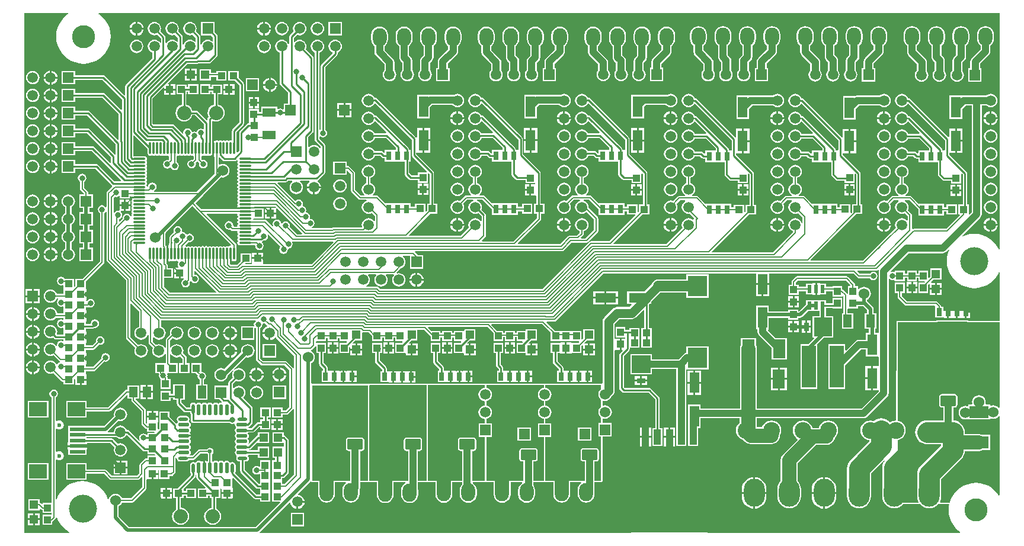
<source format=gtl>
G04 Layer_Physical_Order=1*
G04 Layer_Color=255*
%FSLAX44Y44*%
%MOMM*%
G71*
G01*
G75*
%ADD10R,1.8000X2.7000*%
%ADD11R,2.7000X1.8000*%
%ADD12R,1.3970X2.9972*%
%ADD13R,2.9972X1.3970*%
%ADD14R,1.2700X0.7620*%
%ADD15R,2.6700X2.5400*%
%ADD16R,1.8500X1.2500*%
%ADD17R,1.2500X1.8500*%
%ADD18R,1.1000X1.0000*%
%ADD19R,0.7620X1.2700*%
%ADD20R,2.5400X2.6700*%
%ADD21O,0.3000X1.8000*%
%ADD22O,1.8000X0.3000*%
%ADD23O,0.5000X1.4000*%
%ADD24O,0.5000X1.6000*%
%ADD25O,1.4000X0.5000*%
%ADD26O,1.6000X0.5000*%
%ADD27R,0.6000X1.1500*%
%ADD28R,1.3000X1.5000*%
%ADD29R,2.0000X6.0000*%
%ADD30R,1.2000X1.2000*%
%ADD31R,0.7620X1.2700*%
%ADD32R,0.7000X1.1500*%
%ADD33R,4.2000X3.2000*%
%ADD34R,5.0000X2.0000*%
%ADD35R,1.5000X1.5000*%
%ADD36R,2.5000X2.0000*%
%ADD37R,2.3000X0.5000*%
%ADD38R,10.4100X10.8000*%
%ADD39R,1.0700X2.1600*%
%ADD40R,2.7900X2.9200*%
%ADD41R,1.2000X1.2000*%
%ADD42R,1.0000X1.1000*%
G04:AMPARAMS|DCode=43|XSize=2.2mm|YSize=1.5mm|CornerRadius=0.1875mm|HoleSize=0mm|Usage=FLASHONLY|Rotation=0.000|XOffset=0mm|YOffset=0mm|HoleType=Round|Shape=RoundedRectangle|*
%AMROUNDEDRECTD43*
21,1,2.2000,1.1250,0,0,0.0*
21,1,1.8250,1.5000,0,0,0.0*
1,1,0.3750,0.9125,-0.5625*
1,1,0.3750,-0.9125,-0.5625*
1,1,0.3750,-0.9125,0.5625*
1,1,0.3750,0.9125,0.5625*
%
%ADD43ROUNDEDRECTD43*%
%ADD44C,0.2000*%
%ADD45C,1.0000*%
%ADD46C,2.0000*%
%ADD47C,3.0000*%
%ADD48C,0.6000*%
%ADD49C,0.2540*%
%ADD50C,1.3000*%
%ADD51C,1.5000*%
%ADD52C,0.5000*%
%ADD53R,13.2588X11.9634*%
%ADD54R,4.9530X2.6416*%
%ADD55R,1.5000X1.5000*%
%ADD56C,1.5000*%
%ADD57O,2.0000X2.6000*%
%ADD58O,3.0000X4.0000*%
%ADD59C,1.5096*%
%ADD60C,2.4000*%
%ADD61C,2.0320*%
%ADD62C,3.3000*%
%ADD63C,4.0000*%
%ADD64C,0.6000*%
%ADD65C,1.5240*%
%ADD66C,1.0000*%
%ADD67C,0.8000*%
G36*
X1396666Y408839D02*
X1395421Y408591D01*
X1394872Y409915D01*
X1391682Y415120D01*
X1387718Y419762D01*
X1383075Y423727D01*
X1377870Y426917D01*
X1372230Y429253D01*
X1366293Y430679D01*
X1360207Y431158D01*
X1354121Y430679D01*
X1348185Y429253D01*
X1344452Y427707D01*
X1343732Y428784D01*
X1369010Y454062D01*
X1370132Y455524D01*
X1370838Y457227D01*
X1371078Y459054D01*
Y614702D01*
X1377425D01*
X1379093Y613422D01*
X1381415Y612460D01*
X1383908Y612132D01*
X1386400Y612460D01*
X1388723Y613422D01*
X1390717Y614952D01*
X1392248Y616947D01*
X1393210Y619269D01*
X1393538Y621762D01*
X1393210Y624255D01*
X1392248Y626577D01*
X1390717Y628572D01*
X1388723Y630102D01*
X1386400Y631064D01*
X1383908Y631392D01*
X1381415Y631064D01*
X1379093Y630102D01*
X1377425Y628822D01*
X1345251D01*
X1344477Y628720D01*
X1343207Y629088D01*
Y629088D01*
X1325237D01*
Y595116D01*
X1343207D01*
Y609732D01*
X1348176Y614702D01*
X1356958D01*
Y461979D01*
X1353759Y458780D01*
X1352518Y459335D01*
Y472850D01*
X1350588D01*
Y517474D01*
X1350334Y518750D01*
X1349612Y519832D01*
X1325188Y544255D01*
Y546570D01*
X1332952D01*
Y564096D01*
Y581622D01*
X1324697D01*
Y569911D01*
X1323427Y569384D01*
X1268692Y624120D01*
X1267610Y624842D01*
X1266334Y625096D01*
X1265862D01*
X1265248Y626577D01*
X1263717Y628572D01*
X1261723Y630102D01*
X1259400Y631064D01*
X1256908Y631392D01*
X1254415Y631064D01*
X1252093Y630102D01*
X1250098Y628572D01*
X1248568Y626577D01*
X1247606Y624255D01*
X1247277Y621762D01*
X1247606Y619269D01*
X1248568Y616947D01*
X1250098Y614952D01*
X1252093Y613422D01*
X1254415Y612460D01*
X1256908Y612132D01*
X1259400Y612460D01*
X1261723Y613422D01*
X1263717Y614952D01*
X1264983Y616602D01*
X1266457Y616925D01*
X1318520Y564861D01*
Y550965D01*
X1317490Y550386D01*
X1317250Y550386D01*
X1315014D01*
Y551016D01*
X1314760Y552292D01*
X1314037Y553374D01*
X1268692Y598720D01*
X1267610Y599442D01*
X1266334Y599696D01*
X1265897Y599609D01*
X1265248Y601177D01*
X1263717Y603172D01*
X1261723Y604702D01*
X1259400Y605664D01*
X1256908Y605992D01*
X1254415Y605664D01*
X1252093Y604702D01*
X1250098Y603172D01*
X1248568Y601177D01*
X1247606Y598855D01*
X1247277Y596362D01*
X1247606Y593870D01*
X1248568Y591547D01*
X1250098Y589552D01*
X1252093Y588022D01*
X1254415Y587060D01*
X1256908Y586732D01*
X1259400Y587060D01*
X1261723Y588022D01*
X1263717Y589552D01*
X1264983Y591202D01*
X1266457Y591525D01*
X1282415Y575566D01*
X1281889Y574296D01*
X1265862D01*
X1265248Y575777D01*
X1263717Y577772D01*
X1261723Y579302D01*
X1259400Y580264D01*
X1256908Y580592D01*
X1254415Y580264D01*
X1252093Y579302D01*
X1250098Y577772D01*
X1248568Y575777D01*
X1247606Y573455D01*
X1247277Y570962D01*
X1247606Y568470D01*
X1248568Y566147D01*
X1250098Y564152D01*
X1252093Y562622D01*
X1254415Y561660D01*
X1256908Y561332D01*
X1259400Y561660D01*
X1261723Y562622D01*
X1263717Y564152D01*
X1265248Y566147D01*
X1265862Y567628D01*
X1281463D01*
X1295646Y553445D01*
Y550386D01*
X1293360D01*
X1293170Y550386D01*
X1292090D01*
X1291900Y550386D01*
X1280470D01*
Y546573D01*
X1279200Y546048D01*
X1277328Y547920D01*
X1276246Y548642D01*
X1274970Y548896D01*
X1265862D01*
X1265248Y550377D01*
X1263717Y552372D01*
X1261723Y553902D01*
X1259400Y554864D01*
X1256908Y555192D01*
X1254415Y554864D01*
X1252093Y553902D01*
X1250098Y552372D01*
X1248568Y550377D01*
X1247606Y548055D01*
X1247277Y545562D01*
X1247606Y543069D01*
X1248568Y540747D01*
X1250098Y538752D01*
X1252093Y537222D01*
X1254415Y536260D01*
X1256908Y535932D01*
X1259400Y536260D01*
X1261723Y537222D01*
X1263717Y538752D01*
X1265248Y540747D01*
X1265862Y542228D01*
X1273589D01*
X1276139Y539678D01*
X1277220Y538956D01*
X1278496Y538702D01*
X1280470D01*
Y533686D01*
X1291900D01*
X1292090Y533686D01*
X1293170D01*
X1293360Y533686D01*
X1304790D01*
Y533686D01*
X1305870D01*
Y533686D01*
X1308346D01*
Y515964D01*
X1308600Y514688D01*
X1309322Y513607D01*
X1314965Y507965D01*
X1316046Y507242D01*
X1317322Y506988D01*
X1327466D01*
Y502822D01*
X1341466D01*
Y516752D01*
X1342736Y517277D01*
X1343920Y516093D01*
Y472850D01*
X1337518D01*
Y458850D01*
X1339287D01*
X1339773Y457677D01*
X1320400Y438304D01*
X1274169D01*
X1274169Y438304D01*
X1272998Y438071D01*
X1272843Y437967D01*
X1271573Y438646D01*
Y457756D01*
X1271573Y457756D01*
X1271340Y458926D01*
X1270677Y459919D01*
X1270677Y459919D01*
X1265482Y465113D01*
X1266210Y466870D01*
X1266538Y469362D01*
X1266210Y471855D01*
X1265248Y474177D01*
X1263717Y476172D01*
X1261723Y477702D01*
X1261392Y477839D01*
X1261644Y479109D01*
X1267501D01*
X1280470Y466141D01*
Y457486D01*
X1292090D01*
Y457486D01*
X1293170D01*
Y457486D01*
X1304790D01*
Y457486D01*
X1305870D01*
Y457486D01*
X1317490D01*
Y462777D01*
X1320518D01*
Y458850D01*
X1335517D01*
Y472850D01*
X1320518D01*
Y468895D01*
X1317490D01*
Y474186D01*
X1305870D01*
Y474186D01*
X1304790D01*
Y474186D01*
X1293170D01*
Y474186D01*
X1292090D01*
Y474186D01*
X1281076D01*
X1270931Y484331D01*
X1269939Y484994D01*
X1268768Y485227D01*
X1268768Y485227D01*
X1262625D01*
X1261818Y486357D01*
X1261821Y486497D01*
X1263717Y487952D01*
X1265248Y489947D01*
X1266210Y492270D01*
X1266538Y494762D01*
X1266210Y497255D01*
X1265248Y499577D01*
X1263717Y501572D01*
X1261723Y503102D01*
X1259967Y503830D01*
Y511094D01*
X1261723Y511822D01*
X1263717Y513352D01*
X1265248Y515347D01*
X1266210Y517669D01*
X1266538Y520162D01*
X1266210Y522655D01*
X1265248Y524977D01*
X1263717Y526972D01*
X1261723Y528502D01*
X1259400Y529464D01*
X1256908Y529792D01*
X1254415Y529464D01*
X1252093Y528502D01*
X1250098Y526972D01*
X1248568Y524977D01*
X1247606Y522655D01*
X1247277Y520162D01*
X1247606Y517669D01*
X1248568Y515347D01*
X1250098Y513352D01*
X1252093Y511822D01*
X1253849Y511094D01*
Y503830D01*
X1252093Y503102D01*
X1250098Y501572D01*
X1248568Y499577D01*
X1247606Y497255D01*
X1247277Y494762D01*
X1247606Y492270D01*
X1248568Y489947D01*
X1250098Y487952D01*
X1251995Y486497D01*
X1251997Y486357D01*
X1251190Y485227D01*
X1244314D01*
X1243143Y484994D01*
X1242151Y484331D01*
X1242151Y484331D01*
X1235757Y477937D01*
X1234000Y478664D01*
X1231508Y478992D01*
X1229015Y478664D01*
X1226693Y477702D01*
X1224698Y476172D01*
X1223168Y474177D01*
X1222206Y471855D01*
X1221877Y469362D01*
X1222206Y466870D01*
X1223168Y464547D01*
X1224698Y462552D01*
X1226693Y461022D01*
X1229015Y460060D01*
X1231508Y459732D01*
X1234000Y460060D01*
X1236323Y461022D01*
X1238317Y462552D01*
X1239848Y464547D01*
X1240810Y466870D01*
X1241138Y469362D01*
X1240810Y471855D01*
X1240082Y473611D01*
X1245581Y479109D01*
X1252171D01*
X1252424Y477839D01*
X1252093Y477702D01*
X1250098Y476172D01*
X1248568Y474177D01*
X1247606Y471855D01*
X1247277Y469362D01*
X1247606Y466870D01*
X1248568Y464547D01*
X1250098Y462552D01*
X1252093Y461022D01*
X1254415Y460060D01*
X1256908Y459732D01*
X1259400Y460060D01*
X1261157Y460787D01*
X1265455Y456489D01*
Y450593D01*
X1264185Y450162D01*
X1263717Y450772D01*
X1261723Y452302D01*
X1259400Y453264D01*
X1256908Y453592D01*
X1254415Y453264D01*
X1252093Y452302D01*
X1250098Y450772D01*
X1248568Y448777D01*
X1247606Y446455D01*
X1247277Y443962D01*
X1247606Y441469D01*
X1248333Y439713D01*
X1228724Y420104D01*
X1201199Y392579D01*
X1127234D01*
X1126748Y393752D01*
X1192310Y459314D01*
X1200616D01*
Y473314D01*
X1198188D01*
Y517474D01*
X1197934Y518750D01*
X1197212Y519832D01*
X1172788Y544255D01*
Y546062D01*
X1180806D01*
Y563588D01*
Y581114D01*
X1172551D01*
Y569656D01*
X1171281Y569131D01*
X1116292Y624120D01*
X1115210Y624842D01*
X1113934Y625096D01*
X1113462D01*
X1112848Y626577D01*
X1111318Y628572D01*
X1109323Y630102D01*
X1107000Y631064D01*
X1104508Y631392D01*
X1102015Y631064D01*
X1099693Y630102D01*
X1097698Y628572D01*
X1096168Y626577D01*
X1095206Y624255D01*
X1094877Y621762D01*
X1095206Y619269D01*
X1096168Y616947D01*
X1097698Y614952D01*
X1099693Y613422D01*
X1102015Y612460D01*
X1104508Y612132D01*
X1107000Y612460D01*
X1109323Y613422D01*
X1111318Y614952D01*
X1112583Y616602D01*
X1114057Y616925D01*
X1166120Y564861D01*
Y551287D01*
X1165230Y550386D01*
X1162614D01*
Y551016D01*
X1162360Y552292D01*
X1161637Y553374D01*
X1116292Y598720D01*
X1115210Y599442D01*
X1113934Y599696D01*
X1113497Y599609D01*
X1112848Y601177D01*
X1111318Y603172D01*
X1109323Y604702D01*
X1107000Y605664D01*
X1104508Y605992D01*
X1102015Y605664D01*
X1099693Y604702D01*
X1097698Y603172D01*
X1096168Y601177D01*
X1095206Y598855D01*
X1094877Y596362D01*
X1095206Y593870D01*
X1096168Y591547D01*
X1097698Y589552D01*
X1099693Y588022D01*
X1102015Y587060D01*
X1104508Y586732D01*
X1107000Y587060D01*
X1109323Y588022D01*
X1111318Y589552D01*
X1112583Y591202D01*
X1114057Y591525D01*
X1130015Y575566D01*
X1129489Y574296D01*
X1113462D01*
X1112848Y575777D01*
X1111318Y577772D01*
X1109323Y579302D01*
X1107000Y580264D01*
X1104508Y580592D01*
X1102015Y580264D01*
X1099693Y579302D01*
X1097698Y577772D01*
X1096168Y575777D01*
X1095206Y573455D01*
X1094877Y570962D01*
X1095206Y568470D01*
X1096168Y566147D01*
X1097698Y564152D01*
X1099693Y562622D01*
X1102015Y561660D01*
X1104508Y561332D01*
X1107000Y561660D01*
X1109323Y562622D01*
X1111318Y564152D01*
X1112848Y566147D01*
X1113462Y567628D01*
X1129063D01*
X1143246Y553445D01*
Y550386D01*
X1141100D01*
X1140910Y550386D01*
X1139830D01*
X1139640Y550386D01*
X1128210D01*
Y546433D01*
X1126940Y545907D01*
X1124928Y547920D01*
X1123846Y548642D01*
X1122570Y548896D01*
X1113462D01*
X1112848Y550377D01*
X1111318Y552372D01*
X1109323Y553902D01*
X1107000Y554864D01*
X1104508Y555192D01*
X1102015Y554864D01*
X1099693Y553902D01*
X1097698Y552372D01*
X1096168Y550377D01*
X1095206Y548055D01*
X1094877Y545562D01*
X1095206Y543069D01*
X1096168Y540747D01*
X1097698Y538752D01*
X1099693Y537222D01*
X1102015Y536260D01*
X1104508Y535932D01*
X1107000Y536260D01*
X1109323Y537222D01*
X1111318Y538752D01*
X1112848Y540747D01*
X1113462Y542228D01*
X1121189D01*
X1123739Y539678D01*
X1124820Y538956D01*
X1126096Y538702D01*
X1128210D01*
Y533686D01*
X1139640D01*
X1139830Y533686D01*
X1140910D01*
X1141100Y533686D01*
X1152530D01*
Y533686D01*
X1153610D01*
Y533686D01*
X1155946D01*
Y515964D01*
X1156199Y514688D01*
X1156922Y513607D01*
X1162565Y507965D01*
X1163646Y507242D01*
X1164922Y506988D01*
X1175206D01*
Y503624D01*
X1189206D01*
Y516748D01*
X1190379Y517234D01*
X1191520Y516093D01*
Y473314D01*
X1185616D01*
Y461471D01*
X1184776Y460802D01*
X1183616Y461308D01*
Y473314D01*
X1168616D01*
Y468895D01*
X1165230D01*
Y474186D01*
X1153610D01*
Y474186D01*
X1152530D01*
Y474186D01*
X1140910D01*
Y474186D01*
X1139830D01*
Y474186D01*
X1128676D01*
X1118531Y484331D01*
X1117539Y484994D01*
X1116368Y485227D01*
X1116368Y485227D01*
X1110225D01*
X1109418Y486357D01*
X1109421Y486497D01*
X1111318Y487952D01*
X1112848Y489947D01*
X1113810Y492270D01*
X1114138Y494762D01*
X1113810Y497255D01*
X1112848Y499577D01*
X1111318Y501572D01*
X1109323Y503102D01*
X1107567Y503830D01*
Y511094D01*
X1109323Y511822D01*
X1111318Y513352D01*
X1112848Y515347D01*
X1113810Y517669D01*
X1114138Y520162D01*
X1113810Y522655D01*
X1112848Y524977D01*
X1111318Y526972D01*
X1109323Y528502D01*
X1107000Y529464D01*
X1104508Y529792D01*
X1102015Y529464D01*
X1099693Y528502D01*
X1097698Y526972D01*
X1096168Y524977D01*
X1095206Y522655D01*
X1094877Y520162D01*
X1095206Y517669D01*
X1096168Y515347D01*
X1097698Y513352D01*
X1099693Y511822D01*
X1101449Y511094D01*
Y503830D01*
X1099693Y503102D01*
X1097698Y501572D01*
X1096168Y499577D01*
X1095206Y497255D01*
X1094877Y494762D01*
X1095206Y492270D01*
X1096168Y489947D01*
X1097698Y487952D01*
X1099595Y486497D01*
X1099597Y486357D01*
X1098790Y485227D01*
X1091914D01*
X1090743Y484994D01*
X1089751Y484331D01*
X1089751Y484331D01*
X1083357Y477937D01*
X1081600Y478664D01*
X1079108Y478992D01*
X1076615Y478664D01*
X1074293Y477702D01*
X1072298Y476172D01*
X1070768Y474177D01*
X1069806Y471855D01*
X1069477Y469362D01*
X1069806Y466870D01*
X1070768Y464547D01*
X1072298Y462552D01*
X1074293Y461022D01*
X1076615Y460060D01*
X1079108Y459732D01*
X1081600Y460060D01*
X1083923Y461022D01*
X1085918Y462552D01*
X1087448Y464547D01*
X1088410Y466870D01*
X1088738Y469362D01*
X1088410Y471855D01*
X1087682Y473611D01*
X1093181Y479109D01*
X1099771D01*
X1100024Y477839D01*
X1099693Y477702D01*
X1097698Y476172D01*
X1096168Y474177D01*
X1095206Y471855D01*
X1094877Y469362D01*
X1095206Y466870D01*
X1096168Y464547D01*
X1097698Y462552D01*
X1099693Y461022D01*
X1102015Y460060D01*
X1104508Y459732D01*
X1107000Y460060D01*
X1108757Y460787D01*
X1115087Y454457D01*
Y446483D01*
X1113817Y446400D01*
X1113810Y446455D01*
X1112848Y448777D01*
X1111318Y450772D01*
X1109323Y452302D01*
X1107000Y453264D01*
X1104508Y453592D01*
X1102015Y453264D01*
X1099693Y452302D01*
X1097698Y450772D01*
X1096168Y448777D01*
X1095206Y446455D01*
X1094877Y443962D01*
X1095206Y441469D01*
X1096168Y439147D01*
X1097698Y437152D01*
X1099693Y435622D01*
X1101449Y434894D01*
Y433475D01*
X1072553Y404579D01*
X985982D01*
X985496Y405752D01*
X1038549Y458806D01*
X1048724D01*
Y472806D01*
X1045788D01*
Y517474D01*
X1045534Y518750D01*
X1044812Y519832D01*
X1020388Y544255D01*
Y546316D01*
X1028406D01*
Y563842D01*
Y581368D01*
X1020151D01*
Y569656D01*
X1018881Y569131D01*
X963892Y624120D01*
X962810Y624842D01*
X961534Y625096D01*
X961061D01*
X960448Y626577D01*
X958917Y628572D01*
X956923Y630102D01*
X954600Y631064D01*
X952108Y631392D01*
X949615Y631064D01*
X947293Y630102D01*
X945298Y628572D01*
X943768Y626577D01*
X942805Y624255D01*
X942477Y621762D01*
X942805Y619269D01*
X943768Y616947D01*
X945298Y614952D01*
X947293Y613422D01*
X949615Y612460D01*
X952108Y612132D01*
X954600Y612460D01*
X956923Y613422D01*
X958917Y614952D01*
X960183Y616602D01*
X961657Y616925D01*
X1013720Y564861D01*
Y551345D01*
X1012970Y550386D01*
X1010214D01*
Y551016D01*
X1009960Y552292D01*
X1009237Y553374D01*
X963892Y598720D01*
X962810Y599442D01*
X961534Y599696D01*
X961097Y599609D01*
X960448Y601177D01*
X958917Y603172D01*
X956923Y604702D01*
X954600Y605664D01*
X952108Y605992D01*
X949615Y605664D01*
X947293Y604702D01*
X945298Y603172D01*
X943768Y601177D01*
X942805Y598855D01*
X942477Y596362D01*
X942805Y593870D01*
X943768Y591547D01*
X945298Y589552D01*
X947293Y588022D01*
X949615Y587060D01*
X952108Y586732D01*
X954600Y587060D01*
X956923Y588022D01*
X958917Y589552D01*
X960183Y591202D01*
X961657Y591525D01*
X977615Y575566D01*
X977089Y574296D01*
X961061D01*
X960448Y575777D01*
X958917Y577772D01*
X956923Y579302D01*
X954600Y580264D01*
X952108Y580592D01*
X949615Y580264D01*
X947293Y579302D01*
X945298Y577772D01*
X943768Y575777D01*
X942805Y573455D01*
X942477Y570962D01*
X942805Y568470D01*
X943768Y566147D01*
X945298Y564152D01*
X947293Y562622D01*
X949615Y561660D01*
X952108Y561332D01*
X954600Y561660D01*
X956923Y562622D01*
X958917Y564152D01*
X960448Y566147D01*
X961061Y567628D01*
X976663D01*
X990846Y553445D01*
Y550386D01*
X988840D01*
X988650Y550386D01*
X987570D01*
X987380Y550386D01*
X975950D01*
Y546294D01*
X974680Y545768D01*
X972528Y547920D01*
X971446Y548642D01*
X970170Y548896D01*
X961061D01*
X960448Y550377D01*
X958917Y552372D01*
X956923Y553902D01*
X954600Y554864D01*
X952108Y555192D01*
X949615Y554864D01*
X947293Y553902D01*
X945298Y552372D01*
X943768Y550377D01*
X942805Y548055D01*
X942477Y545562D01*
X942805Y543069D01*
X943768Y540747D01*
X945298Y538752D01*
X947293Y537222D01*
X949615Y536260D01*
X952108Y535932D01*
X954600Y536260D01*
X956923Y537222D01*
X958917Y538752D01*
X960448Y540747D01*
X961061Y542228D01*
X968789D01*
X971339Y539678D01*
X972420Y538956D01*
X973696Y538702D01*
X975950D01*
Y533686D01*
X987380D01*
X987570Y533686D01*
X988650D01*
X988840Y533686D01*
X1000270D01*
Y533686D01*
X1001350D01*
Y533686D01*
X1003546D01*
Y515964D01*
X1003800Y514688D01*
X1004522Y513607D01*
X1010165Y507965D01*
X1011246Y507242D01*
X1012522Y506988D01*
X1022930D01*
Y503382D01*
X1036930D01*
Y516624D01*
X1038103Y517110D01*
X1039120Y516093D01*
Y472806D01*
X1033724D01*
Y462638D01*
X1032834Y461904D01*
X1031724Y462379D01*
Y472806D01*
X1016724D01*
Y468895D01*
X1012970D01*
Y474186D01*
X1001350D01*
Y474186D01*
X1000270D01*
Y474186D01*
X988650D01*
Y474186D01*
X987570D01*
Y474186D01*
X976276D01*
X966131Y484331D01*
X965138Y484994D01*
X963968Y485227D01*
X963968Y485227D01*
X957825D01*
X957018Y486357D01*
X957021Y486497D01*
X958917Y487952D01*
X960448Y489947D01*
X961410Y492270D01*
X961738Y494762D01*
X961410Y497255D01*
X960448Y499577D01*
X958917Y501572D01*
X956923Y503102D01*
X955166Y503830D01*
Y511094D01*
X956923Y511822D01*
X958917Y513352D01*
X960448Y515347D01*
X961410Y517669D01*
X961738Y520162D01*
X961410Y522655D01*
X960448Y524977D01*
X958917Y526972D01*
X956923Y528502D01*
X954600Y529464D01*
X952108Y529792D01*
X949615Y529464D01*
X947293Y528502D01*
X945298Y526972D01*
X943768Y524977D01*
X942805Y522655D01*
X942477Y520162D01*
X942805Y517669D01*
X943768Y515347D01*
X945298Y513352D01*
X947293Y511822D01*
X949049Y511094D01*
Y503830D01*
X947293Y503102D01*
X945298Y501572D01*
X943768Y499577D01*
X942805Y497255D01*
X942477Y494762D01*
X942805Y492270D01*
X943768Y489947D01*
X945298Y487952D01*
X947195Y486497D01*
X947197Y486357D01*
X946390Y485227D01*
X938914D01*
X938914Y485227D01*
X937743Y484994D01*
X936751Y484331D01*
X936751Y484331D01*
X930557Y478137D01*
X929284Y478665D01*
X926792Y478993D01*
X924299Y478665D01*
X921977Y477702D01*
X919982Y476172D01*
X918452Y474178D01*
X917489Y471855D01*
X917161Y469362D01*
X917489Y466870D01*
X918452Y464547D01*
X919982Y462552D01*
X921977Y461022D01*
X924299Y460060D01*
X926792Y459732D01*
X929284Y460060D01*
X931607Y461022D01*
X933602Y462552D01*
X935132Y464547D01*
X936094Y466870D01*
X936422Y469362D01*
X936094Y471855D01*
X935166Y474095D01*
X940181Y479109D01*
X947371D01*
X947624Y477839D01*
X947293Y477702D01*
X945298Y476172D01*
X943768Y474177D01*
X942805Y471855D01*
X942477Y469362D01*
X942805Y466870D01*
X943768Y464547D01*
X945298Y462552D01*
X947293Y461022D01*
X949615Y460060D01*
X952108Y459732D01*
X953678Y459938D01*
X960078Y453539D01*
X959846Y453192D01*
X959592Y451916D01*
X959606Y451844D01*
X958454Y451128D01*
X956923Y452302D01*
X954600Y453264D01*
X952108Y453592D01*
X949615Y453264D01*
X947293Y452302D01*
X945298Y450772D01*
X943768Y448777D01*
X942805Y446455D01*
X942477Y443962D01*
X942805Y441469D01*
X943533Y439713D01*
X920399Y416579D01*
X845582D01*
X845096Y417752D01*
X886403Y459060D01*
X896578D01*
Y473060D01*
X893472D01*
Y518158D01*
X893218Y519434D01*
X892495Y520516D01*
X868072Y544939D01*
Y566926D01*
X867818Y568202D01*
X867095Y569283D01*
X811575Y624803D01*
X810494Y625526D01*
X809218Y625780D01*
X808462D01*
X808132Y626577D01*
X806601Y628572D01*
X804607Y630102D01*
X802284Y631064D01*
X799792Y631393D01*
X797299Y631064D01*
X794977Y630102D01*
X792982Y628572D01*
X791452Y626577D01*
X790490Y624255D01*
X790161Y621762D01*
X790490Y619270D01*
X791452Y616947D01*
X792982Y614953D01*
X794977Y613422D01*
X797299Y612460D01*
X799792Y612132D01*
X802284Y612460D01*
X804607Y613422D01*
X806601Y614953D01*
X808132Y616947D01*
X808242Y617213D01*
X809488Y617461D01*
X861404Y565545D01*
Y552153D01*
X860806Y551130D01*
X860134Y551130D01*
X857898D01*
Y551700D01*
X857644Y552976D01*
X856921Y554058D01*
X811575Y599403D01*
X810494Y600126D01*
X809218Y600380D01*
X808520Y600241D01*
X808132Y601177D01*
X806601Y603172D01*
X804607Y604702D01*
X802284Y605664D01*
X799792Y605993D01*
X797299Y605664D01*
X794977Y604702D01*
X792982Y603172D01*
X791452Y601177D01*
X790490Y598855D01*
X790161Y596362D01*
X790490Y593870D01*
X791452Y591547D01*
X792982Y589552D01*
X794977Y588022D01*
X797299Y587060D01*
X799792Y586732D01*
X802284Y587060D01*
X804607Y588022D01*
X806601Y589552D01*
X808132Y591547D01*
X808242Y591813D01*
X809488Y592061D01*
X825299Y576250D01*
X824773Y574980D01*
X808462D01*
X808132Y575778D01*
X806601Y577772D01*
X804607Y579302D01*
X802284Y580265D01*
X799792Y580593D01*
X797299Y580265D01*
X794977Y579302D01*
X792982Y577772D01*
X791452Y575778D01*
X790490Y573455D01*
X790161Y570962D01*
X790490Y568470D01*
X791452Y566147D01*
X792982Y564152D01*
X794977Y562622D01*
X797299Y561660D01*
X799792Y561332D01*
X802284Y561660D01*
X804607Y562622D01*
X806601Y564152D01*
X808132Y566147D01*
X809029Y568312D01*
X824347D01*
X838530Y554129D01*
Y551130D01*
X836676D01*
X836486Y551130D01*
X835406D01*
X835216Y551130D01*
X823786D01*
Y546646D01*
X822516Y546299D01*
X820211Y548603D01*
X819130Y549326D01*
X817854Y549580D01*
X808462D01*
X808132Y550378D01*
X806601Y552372D01*
X804607Y553902D01*
X802284Y554865D01*
X799792Y555193D01*
X797299Y554865D01*
X794977Y553902D01*
X792982Y552372D01*
X791452Y550378D01*
X790490Y548055D01*
X790161Y545562D01*
X790490Y543070D01*
X791452Y540747D01*
X792982Y538753D01*
X794977Y537222D01*
X797299Y536260D01*
X799792Y535932D01*
X802284Y536260D01*
X804607Y537222D01*
X806601Y538753D01*
X808132Y540747D01*
X809029Y542912D01*
X816473D01*
X819023Y540362D01*
X820104Y539640D01*
X821380Y539386D01*
X823786D01*
Y534430D01*
X835216D01*
X835406Y534430D01*
X836486D01*
X836676Y534430D01*
X848106D01*
Y534430D01*
X849186D01*
Y534430D01*
X851229D01*
Y516648D01*
X851483Y515372D01*
X852206Y514291D01*
X857848Y508648D01*
X858930Y507926D01*
X860206Y507672D01*
X870784D01*
Y503382D01*
X884784D01*
Y516837D01*
X885918Y517328D01*
X886804Y516618D01*
Y473060D01*
X881578D01*
Y462892D01*
X880688Y462158D01*
X879578Y462633D01*
Y473060D01*
X864578D01*
Y469579D01*
X860806D01*
Y474930D01*
X849186D01*
Y474930D01*
X848106D01*
Y474930D01*
X836486D01*
Y474930D01*
X835406D01*
Y474930D01*
X823899D01*
X813815Y485015D01*
X812822Y485678D01*
X811652Y485911D01*
X811652Y485911D01*
X806027D01*
X805596Y487181D01*
X806601Y487952D01*
X808132Y489947D01*
X809094Y492270D01*
X809422Y494762D01*
X809094Y497255D01*
X808132Y499577D01*
X806601Y501572D01*
X804607Y503102D01*
X802850Y503830D01*
Y511095D01*
X804607Y511822D01*
X806601Y513353D01*
X808132Y515347D01*
X809094Y517670D01*
X809422Y520162D01*
X809094Y522655D01*
X808132Y524977D01*
X806601Y526972D01*
X804607Y528502D01*
X802284Y529464D01*
X799792Y529793D01*
X797299Y529464D01*
X794977Y528502D01*
X792982Y526972D01*
X791452Y524977D01*
X790490Y522655D01*
X790161Y520162D01*
X790490Y517670D01*
X791452Y515347D01*
X792982Y513353D01*
X794977Y511822D01*
X796733Y511095D01*
Y503830D01*
X794977Y503102D01*
X792982Y501572D01*
X791452Y499577D01*
X790490Y497255D01*
X790161Y494762D01*
X790490Y492270D01*
X791452Y489947D01*
X792982Y487952D01*
X793988Y487181D01*
X793557Y485911D01*
X787198D01*
X786027Y485678D01*
X785035Y485015D01*
X785035Y485015D01*
X778157Y478137D01*
X776884Y478665D01*
X774392Y478993D01*
X771899Y478665D01*
X769577Y477702D01*
X767582Y476172D01*
X766052Y474178D01*
X765089Y471855D01*
X764761Y469362D01*
X765089Y466870D01*
X766052Y464547D01*
X767582Y462552D01*
X769577Y461022D01*
X771899Y460060D01*
X774392Y459732D01*
X776884Y460060D01*
X779207Y461022D01*
X781201Y462552D01*
X782732Y464547D01*
X783694Y466870D01*
X784022Y469362D01*
X783694Y471855D01*
X782766Y474095D01*
X788465Y479793D01*
X796705D01*
X796958Y478523D01*
X794977Y477702D01*
X792982Y476172D01*
X791452Y474178D01*
X790490Y471855D01*
X790161Y469362D01*
X790490Y466870D01*
X791452Y464547D01*
X792982Y462552D01*
X794977Y461022D01*
X797299Y460060D01*
X799792Y459732D01*
X802284Y460060D01*
X804607Y461022D01*
X806422Y462415D01*
X817145Y451691D01*
Y436699D01*
X805025Y424579D01*
X799080D01*
X798594Y425752D01*
X801954Y429113D01*
X801954Y429113D01*
X802617Y430105D01*
X802850Y431276D01*
X802850Y431276D01*
Y434894D01*
X804607Y435622D01*
X806601Y437152D01*
X808132Y439147D01*
X809094Y441470D01*
X809422Y443962D01*
X809094Y446455D01*
X808132Y448778D01*
X806601Y450772D01*
X804607Y452302D01*
X802284Y453265D01*
X799792Y453593D01*
X797299Y453265D01*
X794977Y452302D01*
X792982Y450772D01*
X791452Y448778D01*
X790490Y446455D01*
X790161Y443962D01*
X790490Y441470D01*
X791452Y439147D01*
X792982Y437152D01*
X794977Y435622D01*
X796733Y434895D01*
Y432543D01*
X792769Y428579D01*
X782288D01*
X782288Y428579D01*
X781117Y428346D01*
X780125Y427683D01*
X768771Y416329D01*
X708788D01*
X708302Y417502D01*
X740872Y450073D01*
X740872Y450073D01*
X741536Y451065D01*
X741768Y452236D01*
Y460076D01*
X746210D01*
Y474076D01*
X741072D01*
Y518158D01*
X740818Y519434D01*
X740095Y520516D01*
X715672Y544939D01*
Y566926D01*
X715418Y568202D01*
X714695Y569283D01*
X659175Y624803D01*
X658094Y625526D01*
X656818Y625780D01*
X656062D01*
X655732Y626577D01*
X654202Y628572D01*
X652207Y630102D01*
X649884Y631064D01*
X647392Y631393D01*
X644899Y631064D01*
X642577Y630102D01*
X640582Y628572D01*
X639052Y626577D01*
X638089Y624255D01*
X637761Y621762D01*
X638089Y619270D01*
X639052Y616947D01*
X640582Y614953D01*
X642577Y613422D01*
X644899Y612460D01*
X647392Y612132D01*
X649884Y612460D01*
X652207Y613422D01*
X654202Y614953D01*
X655732Y616947D01*
X655842Y617213D01*
X657088Y617461D01*
X709004Y565545D01*
Y552094D01*
X708266Y551130D01*
X705498D01*
Y551700D01*
X705244Y552976D01*
X704521Y554058D01*
X659175Y599403D01*
X658094Y600126D01*
X656818Y600380D01*
X656120Y600241D01*
X655732Y601177D01*
X654202Y603172D01*
X652207Y604702D01*
X649884Y605664D01*
X647392Y605993D01*
X644899Y605664D01*
X642577Y604702D01*
X640582Y603172D01*
X639052Y601177D01*
X638089Y598855D01*
X637761Y596362D01*
X638089Y593870D01*
X639052Y591547D01*
X640582Y589552D01*
X642577Y588022D01*
X644899Y587060D01*
X647392Y586732D01*
X649884Y587060D01*
X652207Y588022D01*
X654202Y589552D01*
X655732Y591547D01*
X655842Y591813D01*
X657088Y592061D01*
X672899Y576250D01*
X672373Y574980D01*
X656062D01*
X655732Y575778D01*
X654202Y577772D01*
X652207Y579302D01*
X649884Y580265D01*
X647392Y580593D01*
X644899Y580265D01*
X642577Y579302D01*
X640582Y577772D01*
X639052Y575778D01*
X638089Y573455D01*
X637761Y570962D01*
X638089Y568470D01*
X639052Y566147D01*
X640582Y564152D01*
X642577Y562622D01*
X644899Y561660D01*
X647392Y561332D01*
X649884Y561660D01*
X652207Y562622D01*
X654202Y564152D01*
X655732Y566147D01*
X656629Y568312D01*
X671947D01*
X686130Y554129D01*
Y551130D01*
X684136D01*
X683946Y551130D01*
X682866D01*
X682676Y551130D01*
X671246D01*
Y546965D01*
X669976Y546439D01*
X667812Y548603D01*
X666730Y549326D01*
X665454Y549580D01*
X656062D01*
X655732Y550378D01*
X654202Y552372D01*
X652207Y553902D01*
X649884Y554865D01*
X647392Y555193D01*
X644899Y554865D01*
X642577Y553902D01*
X640582Y552372D01*
X639052Y550378D01*
X638089Y548055D01*
X637761Y545562D01*
X638089Y543070D01*
X639052Y540747D01*
X640582Y538753D01*
X642577Y537222D01*
X644899Y536260D01*
X647392Y535932D01*
X649884Y536260D01*
X652207Y537222D01*
X654202Y538753D01*
X655732Y540747D01*
X656629Y542912D01*
X664073D01*
X666622Y540362D01*
X667704Y539640D01*
X668980Y539386D01*
X671246D01*
Y534430D01*
X682676D01*
X682866Y534430D01*
X683946D01*
X684136Y534430D01*
X695566D01*
Y534430D01*
X696646D01*
Y534430D01*
X698829D01*
Y516648D01*
X699083Y515372D01*
X699806Y514291D01*
X705448Y508648D01*
X706530Y507926D01*
X707806Y507672D01*
X719146D01*
Y503382D01*
X733146D01*
Y503382D01*
X733184Y503381D01*
X733277Y503192D01*
X733260Y503041D01*
X732485Y501922D01*
X727416D01*
Y493882D01*
Y485842D01*
X733134D01*
X733686Y485842D01*
X734404Y484870D01*
Y474076D01*
X731210D01*
Y460076D01*
X735651D01*
Y453503D01*
X702477Y420329D01*
X657473D01*
X656987Y421502D01*
X661839Y426354D01*
X661839Y426354D01*
X662502Y427346D01*
X662735Y428517D01*
X662735Y428517D01*
Y456453D01*
X662756Y456485D01*
X663010Y457761D01*
X662756Y459037D01*
X662033Y460119D01*
X656281Y465872D01*
X656694Y466870D01*
X657022Y469362D01*
X656694Y471855D01*
X655732Y474178D01*
X654202Y476172D01*
X652207Y477702D01*
X650225Y478523D01*
X650478Y479793D01*
X657985D01*
X671246Y466532D01*
Y458230D01*
X682866D01*
Y458230D01*
X683946D01*
Y458230D01*
X695566D01*
Y458230D01*
X696646D01*
Y458230D01*
X708266D01*
Y463461D01*
X714210D01*
Y460076D01*
X729210D01*
Y474076D01*
X714210D01*
Y469579D01*
X708266D01*
Y474930D01*
X696646D01*
Y474930D01*
X695566D01*
Y474930D01*
X683946D01*
Y474930D01*
X682866D01*
Y474930D01*
X671499D01*
X661415Y485015D01*
X660422Y485678D01*
X659252Y485911D01*
X659252Y485911D01*
X653627D01*
X653196Y487181D01*
X654202Y487952D01*
X655732Y489947D01*
X656694Y492270D01*
X657022Y494762D01*
X656694Y497255D01*
X655732Y499577D01*
X654202Y501572D01*
X652207Y503102D01*
X650450Y503830D01*
Y511095D01*
X652207Y511822D01*
X654202Y513353D01*
X655732Y515347D01*
X656694Y517670D01*
X657022Y520162D01*
X656694Y522655D01*
X655732Y524977D01*
X654202Y526972D01*
X652207Y528502D01*
X649884Y529464D01*
X647392Y529793D01*
X644899Y529464D01*
X642577Y528502D01*
X640582Y526972D01*
X639052Y524977D01*
X638089Y522655D01*
X637761Y520162D01*
X638089Y517670D01*
X639052Y515347D01*
X640582Y513353D01*
X642577Y511822D01*
X644333Y511095D01*
Y503830D01*
X642577Y503102D01*
X640582Y501572D01*
X639052Y499577D01*
X638089Y497255D01*
X637761Y494762D01*
X638089Y492270D01*
X639052Y489947D01*
X640582Y487952D01*
X641588Y487181D01*
X641157Y485911D01*
X634798D01*
X633627Y485678D01*
X632635Y485015D01*
X632635Y485015D01*
X625757Y478137D01*
X624484Y478665D01*
X621992Y478993D01*
X619499Y478665D01*
X617177Y477702D01*
X615182Y476172D01*
X613652Y474178D01*
X612690Y471855D01*
X612361Y469362D01*
X612690Y466870D01*
X613652Y464547D01*
X615182Y462552D01*
X617177Y461022D01*
X619499Y460060D01*
X621992Y459732D01*
X624484Y460060D01*
X626807Y461022D01*
X628801Y462552D01*
X630332Y464547D01*
X631294Y466870D01*
X631622Y469362D01*
X631294Y471855D01*
X630366Y474095D01*
X636065Y479793D01*
X644305D01*
X644558Y478523D01*
X642577Y477702D01*
X640582Y476172D01*
X639052Y474178D01*
X638089Y471855D01*
X637761Y469362D01*
X638089Y466870D01*
X639052Y464547D01*
X640582Y462552D01*
X642577Y461022D01*
X644899Y460060D01*
X647392Y459732D01*
X649884Y460060D01*
X651849Y460874D01*
X656617Y456105D01*
Y449710D01*
X655347Y449279D01*
X654202Y450772D01*
X652207Y452302D01*
X649884Y453265D01*
X647392Y453593D01*
X644899Y453265D01*
X642577Y452302D01*
X640582Y450772D01*
X639052Y448778D01*
X638089Y446455D01*
X637761Y443962D01*
X638089Y441470D01*
X638617Y440197D01*
X626749Y428329D01*
X553294D01*
X552808Y429502D01*
X583381Y460076D01*
X593556D01*
Y474076D01*
X588672D01*
Y518158D01*
X588418Y519434D01*
X587695Y520516D01*
X563272Y544939D01*
Y546515D01*
X564211Y547314D01*
X564542Y547314D01*
X572466D01*
Y564840D01*
Y582366D01*
X564211D01*
Y569157D01*
X564000Y569006D01*
X562295Y569283D01*
X506776Y624803D01*
X505694Y625526D01*
X504418Y625780D01*
X503662D01*
X503332Y626577D01*
X501801Y628572D01*
X499807Y630102D01*
X497484Y631064D01*
X494992Y631393D01*
X492499Y631064D01*
X490177Y630102D01*
X488182Y628572D01*
X486652Y626577D01*
X485690Y624255D01*
X485361Y621762D01*
X485690Y619270D01*
X486652Y616947D01*
X488182Y614953D01*
X490177Y613422D01*
X492499Y612460D01*
X494992Y612132D01*
X497484Y612460D01*
X499807Y613422D01*
X501801Y614953D01*
X503332Y616947D01*
X503442Y617213D01*
X504688Y617461D01*
X556604Y565545D01*
Y543558D01*
X556858Y542282D01*
X557580Y541200D01*
X578464Y520317D01*
X577977Y519144D01*
X565730D01*
Y514340D01*
X556787D01*
X553098Y518029D01*
Y534430D01*
X555218D01*
Y551130D01*
X553098D01*
Y551700D01*
X552844Y552976D01*
X552121Y554058D01*
X506776Y599403D01*
X505694Y600126D01*
X504418Y600380D01*
X503720Y600241D01*
X503332Y601177D01*
X501801Y603172D01*
X499807Y604702D01*
X497484Y605664D01*
X494992Y605993D01*
X492499Y605664D01*
X490177Y604702D01*
X488182Y603172D01*
X486652Y601177D01*
X485690Y598855D01*
X485361Y596362D01*
X485690Y593870D01*
X486652Y591547D01*
X488182Y589552D01*
X490177Y588022D01*
X492499Y587060D01*
X494992Y586732D01*
X497484Y587060D01*
X499807Y588022D01*
X501801Y589552D01*
X503332Y591547D01*
X503442Y591813D01*
X504688Y592061D01*
X520499Y576250D01*
X519973Y574980D01*
X503662D01*
X503332Y575778D01*
X501801Y577772D01*
X499807Y579302D01*
X497484Y580265D01*
X494992Y580593D01*
X492499Y580265D01*
X490177Y579302D01*
X488182Y577772D01*
X486652Y575778D01*
X485690Y573455D01*
X485361Y570962D01*
X485690Y568470D01*
X486652Y566147D01*
X488182Y564152D01*
X490177Y562622D01*
X492499Y561660D01*
X494992Y561332D01*
X497484Y561660D01*
X499807Y562622D01*
X501801Y564152D01*
X503332Y566147D01*
X504229Y568312D01*
X519547D01*
X533730Y554129D01*
Y551130D01*
X531087D01*
X530897Y551130D01*
X529818D01*
X529627Y551130D01*
X518198D01*
Y547613D01*
X516927Y547087D01*
X515411Y548603D01*
X514330Y549326D01*
X513054Y549580D01*
X503662D01*
X503332Y550378D01*
X501801Y552372D01*
X499807Y553902D01*
X497484Y554865D01*
X494992Y555193D01*
X492499Y554865D01*
X490177Y553902D01*
X488182Y552372D01*
X486652Y550378D01*
X485690Y548055D01*
X485361Y545562D01*
X485690Y543070D01*
X486652Y540747D01*
X488182Y538753D01*
X490177Y537222D01*
X492499Y536260D01*
X494992Y535932D01*
X497484Y536260D01*
X499807Y537222D01*
X501801Y538753D01*
X503332Y540747D01*
X504229Y542912D01*
X511673D01*
X514222Y540362D01*
X515304Y539640D01*
X516580Y539386D01*
X518198D01*
Y534430D01*
X529627D01*
X529818Y534430D01*
X530897D01*
X531087Y534430D01*
X542517D01*
Y534430D01*
X543597D01*
Y534430D01*
X546429D01*
Y516648D01*
X546683Y515372D01*
X547406Y514291D01*
X553048Y508648D01*
X554130Y507926D01*
X555406Y507672D01*
X565730D01*
Y504144D01*
X579730D01*
Y517392D01*
X580903Y517878D01*
X582004Y516777D01*
Y474076D01*
X578556D01*
Y463908D01*
X577666Y463174D01*
X576556Y463649D01*
Y474076D01*
X561556D01*
Y469579D01*
X555218D01*
Y474930D01*
X543597D01*
Y474930D01*
X542517D01*
Y474930D01*
X530897D01*
Y474930D01*
X529817D01*
Y474930D01*
X519099D01*
X509015Y485015D01*
X508022Y485678D01*
X506852Y485911D01*
X506852Y485911D01*
X501227D01*
X500796Y487181D01*
X501801Y487952D01*
X503332Y489947D01*
X504294Y492270D01*
X504622Y494762D01*
X504294Y497255D01*
X503332Y499577D01*
X501801Y501572D01*
X499807Y503102D01*
X498050Y503830D01*
Y511095D01*
X499807Y511822D01*
X501801Y513353D01*
X503332Y515347D01*
X504294Y517670D01*
X504622Y520162D01*
X504294Y522655D01*
X503332Y524977D01*
X501801Y526972D01*
X499807Y528502D01*
X497484Y529464D01*
X494992Y529793D01*
X492499Y529464D01*
X490177Y528502D01*
X488182Y526972D01*
X486652Y524977D01*
X485690Y522655D01*
X485361Y520162D01*
X485690Y517670D01*
X486652Y515347D01*
X488182Y513353D01*
X490177Y511822D01*
X491933Y511095D01*
Y503830D01*
X490177Y503102D01*
X488182Y501572D01*
X486652Y499577D01*
X485690Y497255D01*
X485361Y494762D01*
X485690Y492270D01*
X486652Y489947D01*
X488182Y487952D01*
X489188Y487181D01*
X488757Y485911D01*
X484237D01*
X476045Y494103D01*
Y517982D01*
X476045Y517982D01*
X475812Y519153D01*
X475149Y520145D01*
X475149Y520145D01*
X468291Y527003D01*
X467299Y527666D01*
X466128Y527899D01*
X466128Y527899D01*
X463690D01*
Y534340D01*
X444690D01*
Y515340D01*
X463690D01*
Y521542D01*
X464960Y521682D01*
X469927Y516715D01*
Y492836D01*
X469927Y492836D01*
X470160Y491666D01*
X470823Y490673D01*
X480807Y480689D01*
X481800Y480026D01*
X482970Y479793D01*
X491905D01*
X492158Y478523D01*
X490177Y477702D01*
X488182Y476172D01*
X486652Y474178D01*
X485690Y471855D01*
X485361Y469362D01*
X485690Y466870D01*
X486652Y464547D01*
X488182Y462552D01*
X490177Y461022D01*
X492499Y460060D01*
X494992Y459732D01*
X497484Y460060D01*
X499724Y460988D01*
X504114Y456597D01*
Y449844D01*
X502844Y449413D01*
X501801Y450772D01*
X499807Y452302D01*
X497484Y453265D01*
X494992Y453593D01*
X492499Y453265D01*
X490177Y452302D01*
X488182Y450772D01*
X486652Y448778D01*
X485690Y446455D01*
X485361Y443962D01*
X485672Y441599D01*
X485587Y441179D01*
X485019Y440329D01*
X444831D01*
X444831Y440329D01*
X443660Y440096D01*
X442668Y439433D01*
X442408Y439173D01*
X414211D01*
X414086Y440443D01*
X414113Y440448D01*
X416098Y441774D01*
X417424Y443759D01*
X417890Y446100D01*
X417424Y448441D01*
X416098Y450426D01*
X414113Y451752D01*
X411950Y452182D01*
X411530Y452650D01*
X411119Y453383D01*
X411539Y455498D01*
X411074Y457839D01*
X409748Y459824D01*
X407763Y461150D01*
X406647Y461372D01*
X405740Y462301D01*
X406205Y464642D01*
X405740Y466983D01*
X404414Y468968D01*
X402429Y470294D01*
X401234Y470532D01*
X400748Y471705D01*
X400914Y471953D01*
X401380Y474294D01*
X400914Y476635D01*
X399588Y478620D01*
X397603Y479946D01*
X395262Y480412D01*
X392921Y479946D01*
X390936Y478620D01*
X390250Y478552D01*
X365139Y503663D01*
X365625Y504836D01*
X376560D01*
X377836Y505090D01*
X378918Y505813D01*
X379879Y506774D01*
X385889D01*
X386320Y505504D01*
X384930Y504438D01*
X383408Y502453D01*
X382450Y500142D01*
X382124Y497662D01*
X382450Y495182D01*
X383408Y492871D01*
X384930Y490887D01*
X386915Y489364D01*
X389226Y488407D01*
X391706Y488080D01*
X394186Y488407D01*
X396497Y489364D01*
X398481Y490887D01*
X400004Y492871D01*
X400961Y495182D01*
X401288Y497662D01*
X400961Y500142D01*
X400004Y502453D01*
X398481Y504438D01*
X397092Y505504D01*
X397523Y506774D01*
X410402D01*
X410833Y505504D01*
X409945Y504823D01*
X408336Y502725D01*
X407324Y500283D01*
X407147Y498932D01*
X417106D01*
X427065D01*
X426888Y500283D01*
X425876Y502725D01*
X424267Y504823D01*
X422711Y506017D01*
X422667Y507450D01*
X422714Y507547D01*
X423019Y507751D01*
X432164Y516895D01*
X432886Y517976D01*
X433140Y519252D01*
Y557352D01*
X432886Y558628D01*
X432164Y559710D01*
X424758Y567115D01*
Y570155D01*
X426028Y570610D01*
X427719Y569480D01*
X430060Y569015D01*
X432401Y569480D01*
X434386Y570807D01*
X435712Y572791D01*
X436177Y575132D01*
X435712Y577473D01*
X434386Y579458D01*
X433394Y580121D01*
Y669509D01*
X449783Y685898D01*
X450506Y686980D01*
X450760Y688256D01*
Y690138D01*
X452217Y690742D01*
X454201Y692265D01*
X455724Y694249D01*
X456681Y696560D01*
X457008Y699040D01*
X456681Y701520D01*
X455724Y703831D01*
X454201Y705816D01*
X452217Y707338D01*
X449906Y708296D01*
X447426Y708622D01*
X444946Y708296D01*
X442635Y707338D01*
X440650Y705816D01*
X439128Y703831D01*
X438170Y701520D01*
X437844Y699040D01*
X438170Y696560D01*
X439128Y694249D01*
X440650Y692265D01*
X442635Y690742D01*
X443176Y690518D01*
X443474Y689019D01*
X427702Y673248D01*
X426980Y672166D01*
X426726Y670890D01*
Y580605D01*
X426028Y580122D01*
X424758Y580699D01*
Y689889D01*
X426817Y690742D01*
X428801Y692265D01*
X430324Y694249D01*
X431281Y696560D01*
X431608Y699040D01*
X431281Y701520D01*
X430324Y703831D01*
X428801Y705816D01*
X426817Y707338D01*
X424506Y708296D01*
X422026Y708622D01*
X419546Y708296D01*
X417235Y707338D01*
X415250Y705816D01*
X413727Y703831D01*
X412770Y701520D01*
X412444Y699040D01*
X412770Y696560D01*
X413727Y694249D01*
X415250Y692265D01*
X417235Y690742D01*
X418090Y690388D01*
Y565734D01*
X418344Y564458D01*
X419067Y563377D01*
X426472Y555971D01*
Y553845D01*
X426341Y553772D01*
X425202Y553517D01*
X423881Y555238D01*
X421897Y556760D01*
X419586Y557718D01*
X417106Y558044D01*
X414626Y557718D01*
X412315Y556760D01*
X410331Y555238D01*
X410213Y555084D01*
X409010Y555492D01*
Y569433D01*
X415400Y575823D01*
X416122Y576904D01*
X416376Y578180D01*
Y682624D01*
X416122Y683899D01*
X415400Y684981D01*
X405278Y695103D01*
X405881Y696560D01*
X406208Y699040D01*
X405881Y701520D01*
X404924Y703831D01*
X403401Y705816D01*
X401417Y707338D01*
X399106Y708296D01*
X396626Y708622D01*
X394146Y708296D01*
X391835Y707338D01*
X389850Y705816D01*
X389294Y705091D01*
X388024Y705522D01*
Y711124D01*
X392689Y715788D01*
X394146Y715185D01*
X396626Y714858D01*
X399106Y715185D01*
X401417Y716142D01*
X403401Y717665D01*
X404924Y719649D01*
X405881Y721960D01*
X406208Y724440D01*
X405881Y726920D01*
X404924Y729231D01*
X403401Y731216D01*
X401417Y732738D01*
X399106Y733696D01*
X396626Y734022D01*
X394146Y733696D01*
X391835Y732738D01*
X389850Y731216D01*
X388327Y729231D01*
X387370Y726920D01*
X387044Y724440D01*
X387370Y721960D01*
X387974Y720503D01*
X382332Y714862D01*
X381610Y713780D01*
X381356Y712505D01*
Y702727D01*
X380086Y702474D01*
X379524Y703831D01*
X378001Y705816D01*
X376017Y707338D01*
X373706Y708296D01*
X371226Y708622D01*
X368746Y708296D01*
X366435Y707338D01*
X364450Y705816D01*
X362928Y703831D01*
X361970Y701520D01*
X361644Y699040D01*
X361970Y696560D01*
X362928Y694249D01*
X364450Y692265D01*
X366435Y690742D01*
X367891Y690138D01*
Y646266D01*
X368145Y644990D01*
X368868Y643908D01*
X380098Y632678D01*
Y617398D01*
X373932D01*
Y609642D01*
X372662Y609008D01*
X371187Y609994D01*
X368846Y610460D01*
X366505Y609994D01*
X365762Y609498D01*
X364492Y610177D01*
Y612920D01*
X341992D01*
Y605018D01*
X338254D01*
Y609184D01*
X324254D01*
Y594534D01*
X324254Y594184D01*
X324254D01*
X324318Y593290D01*
X324318D01*
Y589125D01*
X323624D01*
X322349Y588871D01*
X321267Y588148D01*
X311117Y577998D01*
X310394Y576916D01*
X310140Y575640D01*
Y549589D01*
X307939Y547388D01*
X306669Y547914D01*
Y561170D01*
X306434Y562349D01*
Y576839D01*
X316085Y586491D01*
X316808Y587572D01*
X317062Y588848D01*
Y645019D01*
X316808Y646295D01*
X316085Y647376D01*
X309327Y654135D01*
Y663920D01*
X294327D01*
Y649920D01*
X304111D01*
X310394Y643638D01*
Y590229D01*
X300743Y580578D01*
X300020Y579496D01*
X299766Y578220D01*
Y565678D01*
X298496Y564660D01*
X298100Y564739D01*
X296735Y564467D01*
X295600Y563709D01*
X294466Y564467D01*
X293100Y564739D01*
X291735Y564467D01*
X290600Y563709D01*
X289466Y564467D01*
X288100Y564739D01*
X286735Y564467D01*
X285600Y563709D01*
X284466Y564467D01*
X283100Y564739D01*
X281735Y564467D01*
X280600Y563709D01*
X279466Y564467D01*
X278100Y564739D01*
X276735Y564467D01*
X276058Y564015D01*
X276013Y564083D01*
X274676Y564976D01*
X274370Y565037D01*
Y553670D01*
Y541719D01*
X275042Y541198D01*
Y516986D01*
X251380Y493324D01*
X250760Y492395D01*
X249831Y491775D01*
X249285Y491229D01*
X188335D01*
X188210Y492499D01*
X188307Y492518D01*
X190292Y493844D01*
X191618Y495829D01*
X192083Y498170D01*
X191618Y500511D01*
X190292Y502496D01*
X188307Y503822D01*
X185966Y504288D01*
X183625Y503822D01*
X181640Y502496D01*
X180314Y500511D01*
X179906Y498460D01*
X178611Y498460D01*
X178397Y499536D01*
X177639Y500670D01*
X178397Y501805D01*
X178669Y503170D01*
X178397Y504536D01*
X177639Y505670D01*
X178397Y506805D01*
X178669Y508170D01*
X178397Y509536D01*
X177639Y510670D01*
X178397Y511805D01*
X178669Y513170D01*
X178397Y514536D01*
X177639Y515670D01*
X178397Y516805D01*
X178669Y518170D01*
X178397Y519536D01*
X177639Y520670D01*
X178397Y521805D01*
X178669Y523170D01*
X178397Y524536D01*
X177639Y525670D01*
X178397Y526805D01*
X178669Y528170D01*
X178397Y529536D01*
X177639Y530670D01*
X178397Y531805D01*
X178669Y533170D01*
X178397Y534536D01*
X177639Y535670D01*
X178397Y536805D01*
X178669Y538170D01*
X178397Y539536D01*
X177624Y540694D01*
X176466Y541467D01*
X175100Y541739D01*
X160100D01*
X159758Y541670D01*
X158598Y542656D01*
Y571784D01*
X159771Y572270D01*
X179532Y552510D01*
Y546170D01*
X179804Y544805D01*
X180577Y543647D01*
X181735Y542873D01*
X183100Y542602D01*
X184466Y542873D01*
X185600Y543631D01*
X186735Y542873D01*
X188100Y542602D01*
X189466Y542873D01*
X190600Y543631D01*
X191735Y542873D01*
X193100Y542602D01*
X194466Y542873D01*
X195600Y543631D01*
X196735Y542873D01*
X198100Y542602D01*
X199466Y542873D01*
X200600Y543631D01*
X201735Y542873D01*
X203100Y542602D01*
X204466Y542873D01*
X205600Y543631D01*
X206734Y542873D01*
X208100Y542602D01*
X208771Y542735D01*
X210042Y541847D01*
Y537239D01*
X209051Y536249D01*
X207556Y536546D01*
X205215Y536080D01*
X203230Y534754D01*
X201904Y532769D01*
X201439Y530428D01*
X201904Y528087D01*
X203230Y526102D01*
X205215Y524776D01*
X207556Y524311D01*
X209897Y524776D01*
X211219Y525659D01*
X212174Y525870D01*
X212846Y525336D01*
X213774Y523946D01*
X215759Y522620D01*
X218100Y522155D01*
X220441Y522620D01*
X222426Y523946D01*
X223752Y525931D01*
X224218Y528272D01*
X223752Y530613D01*
X222426Y532598D01*
X221159Y533445D01*
Y541847D01*
X222429Y542735D01*
X223100Y542602D01*
X224466Y542873D01*
X225600Y543631D01*
X226734Y542873D01*
X228100Y542602D01*
X229466Y542873D01*
X230600Y543631D01*
X231735Y542873D01*
X233100Y542602D01*
X234466Y542873D01*
X235600Y543631D01*
X236734Y542873D01*
X238100Y542602D01*
X239466Y542873D01*
X240600Y543631D01*
X241735Y542873D01*
X243100Y542602D01*
X243771Y542735D01*
X245041Y541847D01*
Y537695D01*
X243848Y536502D01*
X242354Y536800D01*
X240013Y536334D01*
X238028Y535008D01*
X236702Y533023D01*
X236236Y530682D01*
X236702Y528341D01*
X238028Y526357D01*
X240013Y525030D01*
X242354Y524565D01*
X244695Y525030D01*
X246680Y526357D01*
X248006Y528341D01*
X248472Y530682D01*
X248174Y532177D01*
X249860Y533863D01*
X249963Y533927D01*
X251184Y534017D01*
X251558Y533917D01*
X253044Y532431D01*
X252747Y530936D01*
X253212Y528595D01*
X254538Y526610D01*
X256523Y525284D01*
X258864Y524819D01*
X261205Y525284D01*
X263190Y526610D01*
X264516Y528595D01*
X264981Y530936D01*
X264516Y533277D01*
X263190Y535262D01*
X261205Y536588D01*
X258864Y537054D01*
X257369Y536757D01*
X256159Y537967D01*
Y541847D01*
X257429Y542735D01*
X258100Y542602D01*
X259466Y542873D01*
X260600Y543631D01*
X261735Y542873D01*
X263100Y542602D01*
X264466Y542873D01*
X265600Y543631D01*
X266735Y542873D01*
X268100Y542602D01*
X269466Y542873D01*
X270142Y543325D01*
X270187Y543258D01*
X271524Y542365D01*
X271830Y542304D01*
Y553670D01*
Y565928D01*
X271434Y566253D01*
Y592104D01*
X272491Y592809D01*
X273982Y592191D01*
X277156Y591773D01*
X280331Y592191D01*
X283288Y593417D01*
X285829Y595366D01*
X287778Y597906D01*
X289003Y600864D01*
X289421Y604038D01*
X289003Y607213D01*
X287778Y610171D01*
X285829Y612711D01*
X283288Y614660D01*
X280490Y615819D01*
Y630518D01*
X285990D01*
Y644518D01*
X270990D01*
Y641154D01*
X269280D01*
Y644820D01*
X254280D01*
Y630820D01*
X269280D01*
Y634486D01*
X270990D01*
Y630518D01*
X273822D01*
Y615819D01*
X271024Y614660D01*
X268484Y612711D01*
X266534Y610171D01*
X265309Y607213D01*
X264891Y604038D01*
X265309Y600864D01*
X266468Y598066D01*
X265743Y597340D01*
X265020Y596259D01*
X264766Y594983D01*
Y594207D01*
X263593Y593721D01*
X250918Y606396D01*
X249836Y607119D01*
X248560Y607373D01*
X243217D01*
X242058Y610171D01*
X240109Y612711D01*
X237568Y614660D01*
X234770Y615819D01*
Y630518D01*
X235490D01*
Y634184D01*
X237280D01*
Y630820D01*
X252280D01*
Y644820D01*
X237280D01*
Y640852D01*
X235490D01*
Y644518D01*
X220490D01*
Y630518D01*
X228102D01*
Y615819D01*
X225304Y614660D01*
X222764Y612711D01*
X220814Y610171D01*
X219589Y607213D01*
X219171Y604038D01*
X219589Y600864D01*
X220814Y597906D01*
X222764Y595366D01*
X225304Y593417D01*
X228262Y592191D01*
X231436Y591773D01*
X234611Y592191D01*
X237568Y593417D01*
X240109Y595366D01*
X242058Y597906D01*
X243217Y600704D01*
X247179D01*
X259766Y588117D01*
Y581140D01*
X258646Y580542D01*
X257903Y581038D01*
X255562Y581504D01*
X253221Y581038D01*
X251236Y579712D01*
X249910Y577727D01*
X249791Y577131D01*
X248814Y576726D01*
X248418Y576737D01*
X246164Y577186D01*
X243823Y576720D01*
X243569Y576551D01*
X242396Y577037D01*
X242164Y578204D01*
X240838Y580188D01*
X238853Y581514D01*
X236512Y581980D01*
X234171Y581514D01*
X232186Y580188D01*
X230860Y578204D01*
X230394Y575862D01*
X230615Y574753D01*
X229445Y574128D01*
X217114Y586458D01*
X216033Y587180D01*
X214757Y587434D01*
X187847D01*
X186474Y588808D01*
Y625027D01*
X201777Y640330D01*
X202950Y639844D01*
Y638788D01*
X209720D01*
Y645058D01*
X208164D01*
X207678Y646232D01*
X235639Y674192D01*
X250214D01*
X251330Y674414D01*
X266992D01*
X268268Y674668D01*
X269349Y675391D01*
X278435Y684476D01*
X279158Y685558D01*
X279412Y686834D01*
Y713670D01*
X279158Y714946D01*
X278435Y716028D01*
X274808Y719655D01*
Y733940D01*
X255808D01*
Y714940D01*
X270092D01*
X272743Y712289D01*
Y706910D01*
X271473Y706283D01*
X270099Y707338D01*
X267788Y708296D01*
X265308Y708622D01*
X262828Y708296D01*
X260517Y707338D01*
X258532Y705816D01*
X257010Y703831D01*
X256052Y701520D01*
X254832Y701753D01*
Y712850D01*
X254578Y714125D01*
X253855Y715207D01*
X248559Y720503D01*
X249163Y721960D01*
X249490Y724440D01*
X249163Y726920D01*
X248206Y729231D01*
X246683Y731216D01*
X244699Y732738D01*
X242388Y733696D01*
X239908Y734022D01*
X237428Y733696D01*
X235117Y732738D01*
X233132Y731216D01*
X231609Y729231D01*
X230652Y726920D01*
X230326Y724440D01*
X230652Y721960D01*
X231609Y719649D01*
X233132Y717665D01*
X235117Y716142D01*
X237428Y715185D01*
X239908Y714858D01*
X242388Y715185D01*
X243844Y715788D01*
X248164Y711469D01*
Y705861D01*
X246961Y705453D01*
X246683Y705816D01*
X244699Y707338D01*
X242388Y708296D01*
X239908Y708622D01*
X237428Y708296D01*
X235117Y707338D01*
X233132Y705816D01*
X231609Y703831D01*
X230652Y701520D01*
X229432Y701753D01*
Y712850D01*
X229178Y714125D01*
X228456Y715207D01*
X223160Y720503D01*
X223763Y721960D01*
X224090Y724440D01*
X223763Y726920D01*
X222806Y729231D01*
X221283Y731216D01*
X219299Y732738D01*
X216988Y733696D01*
X214508Y734022D01*
X212028Y733696D01*
X209717Y732738D01*
X207732Y731216D01*
X206210Y729231D01*
X205252Y726920D01*
X204926Y724440D01*
X205252Y721960D01*
X206210Y719649D01*
X207732Y717665D01*
X209717Y716142D01*
X212028Y715185D01*
X214508Y714858D01*
X216988Y715185D01*
X218444Y715788D01*
X222764Y711469D01*
Y705861D01*
X221561Y705453D01*
X221283Y705816D01*
X219299Y707338D01*
X216988Y708296D01*
X214508Y708622D01*
X212028Y708296D01*
X209717Y707338D01*
X207732Y705816D01*
X206318Y703973D01*
X205828Y703995D01*
X205048Y704329D01*
Y711833D01*
X204794Y713109D01*
X204072Y714191D01*
X197760Y720503D01*
X198363Y721960D01*
X198690Y724440D01*
X198363Y726920D01*
X197406Y729231D01*
X195883Y731216D01*
X193899Y732738D01*
X191588Y733696D01*
X189108Y734022D01*
X186628Y733696D01*
X184317Y732738D01*
X182332Y731216D01*
X180809Y729231D01*
X179852Y726920D01*
X179526Y724440D01*
X179852Y721960D01*
X180809Y719649D01*
X182332Y717665D01*
X184317Y716142D01*
X186628Y715185D01*
X189108Y714858D01*
X191588Y715185D01*
X193044Y715788D01*
X198380Y710452D01*
Y704648D01*
X197110Y704217D01*
X195883Y705816D01*
X193899Y707338D01*
X191588Y708296D01*
X189108Y708622D01*
X186628Y708296D01*
X184317Y707338D01*
X182332Y705816D01*
X180809Y703831D01*
X179852Y701520D01*
X179526Y699040D01*
X179852Y696560D01*
X180809Y694249D01*
X182332Y692265D01*
X184317Y690742D01*
X185773Y690138D01*
Y681904D01*
X148366Y644497D01*
X147644Y643415D01*
X147390Y642139D01*
Y629481D01*
X146217Y628995D01*
X118474Y656738D01*
X117392Y657460D01*
X116116Y657714D01*
X75616D01*
Y663880D01*
X56616D01*
Y644880D01*
X75616D01*
Y651046D01*
X114735D01*
X142626Y623155D01*
Y608845D01*
X141453Y608359D01*
X118474Y631338D01*
X117392Y632060D01*
X116116Y632314D01*
X75616D01*
Y638480D01*
X56616D01*
Y619480D01*
X75616D01*
Y625646D01*
X114735D01*
X138086Y602295D01*
Y566113D01*
X136913Y565627D01*
X96602Y605938D01*
X95520Y606660D01*
X94244Y606914D01*
X75616D01*
Y613080D01*
X56616D01*
Y594080D01*
X75616D01*
Y600246D01*
X92863D01*
X133770Y559339D01*
Y545123D01*
X133279Y544811D01*
X132500Y544639D01*
X96602Y580537D01*
X95520Y581260D01*
X94245Y581514D01*
X75616D01*
Y587680D01*
X56616D01*
Y568680D01*
X75616D01*
Y574846D01*
X92864D01*
X127006Y540703D01*
Y533161D01*
X125736Y532635D01*
X103234Y555138D01*
X102152Y555860D01*
X100876Y556114D01*
X75616D01*
Y562280D01*
X56616D01*
Y543280D01*
X75616D01*
Y549446D01*
X99495D01*
X141312Y507630D01*
X140826Y506456D01*
X131849D01*
X108568Y529738D01*
X107486Y530460D01*
X106210Y530714D01*
X75616D01*
Y536880D01*
X56616D01*
Y517880D01*
X75616D01*
Y524046D01*
X104829D01*
X128111Y500765D01*
X128551Y500471D01*
X128800Y498924D01*
X125129Y495253D01*
X125129Y495253D01*
X121438Y491561D01*
X120774Y490569D01*
X120541Y489398D01*
X120542Y489398D01*
Y469695D01*
X119272Y469310D01*
X118664Y470220D01*
X116679Y471546D01*
X114338Y472011D01*
X111997Y471546D01*
X110012Y470220D01*
X108686Y468235D01*
X108221Y465894D01*
X108686Y463553D01*
X110012Y461568D01*
X111279Y460722D01*
Y391581D01*
X86438Y366740D01*
X76264D01*
Y356572D01*
X75374Y355839D01*
X74264Y356313D01*
Y366740D01*
X60975D01*
X60216Y367876D01*
X58231Y369202D01*
X55890Y369668D01*
X53549Y369202D01*
X51564Y367876D01*
X50238Y365891D01*
X49772Y363550D01*
X50238Y361209D01*
X51564Y359225D01*
X53549Y357898D01*
X55890Y357433D01*
X57994Y357851D01*
X59264Y357178D01*
Y352740D01*
X59264D01*
X59264Y351500D01*
X59264D01*
X59264Y351470D01*
Y345019D01*
X49736D01*
X49018Y346751D01*
X47495Y348736D01*
X45511Y350258D01*
X43200Y351216D01*
X40720Y351542D01*
X38240Y351216D01*
X35929Y350258D01*
X33945Y348736D01*
X32422Y346751D01*
X31465Y344440D01*
X31138Y341960D01*
X31465Y339480D01*
X32422Y337169D01*
X33945Y335185D01*
X35929Y333662D01*
X38240Y332705D01*
X40720Y332378D01*
X43200Y332705D01*
X45511Y333662D01*
X47495Y335185D01*
X49018Y337169D01*
X49736Y338901D01*
X51531D01*
X51917Y337631D01*
X51564Y337396D01*
X50238Y335411D01*
X49772Y333070D01*
X50238Y330729D01*
X51564Y328745D01*
X53549Y327418D01*
X55890Y326953D01*
X57994Y327371D01*
X59264Y326698D01*
Y322260D01*
X59264D01*
X59264Y321020D01*
X59264D01*
X59264Y320990D01*
Y317079D01*
X50234D01*
X49976Y319040D01*
X49018Y321351D01*
X47495Y323336D01*
X45511Y324858D01*
X43200Y325816D01*
X40720Y326142D01*
X38240Y325816D01*
X35929Y324858D01*
X33945Y323336D01*
X32422Y321351D01*
X31465Y319040D01*
X31138Y316560D01*
X31465Y314080D01*
X32422Y311769D01*
X33945Y309785D01*
X35929Y308262D01*
X38240Y307305D01*
X40720Y306978D01*
X43200Y307305D01*
X45511Y308262D01*
X47495Y309785D01*
X48398Y310961D01*
X59264D01*
Y308963D01*
X57994Y308289D01*
X55890Y308708D01*
X53549Y308242D01*
X51564Y306916D01*
X50238Y304931D01*
X49772Y302590D01*
X50238Y300249D01*
X51564Y298265D01*
X53549Y296938D01*
X55890Y296473D01*
X57994Y296891D01*
X59264Y296217D01*
Y291780D01*
X59264D01*
X59264Y290540D01*
X59264D01*
X59264Y290510D01*
Y286874D01*
X50602D01*
X49753Y288144D01*
X49976Y288680D01*
X50302Y291160D01*
X49976Y293640D01*
X49018Y295951D01*
X47495Y297936D01*
X45511Y299458D01*
X43200Y300416D01*
X40720Y300742D01*
X38240Y300416D01*
X35929Y299458D01*
X33945Y297936D01*
X32422Y295951D01*
X31465Y293640D01*
X31138Y291160D01*
X31465Y288680D01*
X32422Y286369D01*
X33945Y284385D01*
X35929Y282862D01*
X38240Y281905D01*
X40720Y281578D01*
X43200Y281905D01*
X44657Y282508D01*
X45982Y281183D01*
X47064Y280460D01*
X48340Y280206D01*
X59264D01*
Y278483D01*
X57994Y277809D01*
X55890Y278228D01*
X53549Y277762D01*
X51564Y276436D01*
X50238Y274451D01*
X49772Y272110D01*
X49895Y271495D01*
X48707Y270957D01*
X47495Y272536D01*
X45511Y274058D01*
X43200Y275016D01*
X40720Y275342D01*
X38240Y275016D01*
X35929Y274058D01*
X33945Y272536D01*
X32422Y270551D01*
X31465Y268240D01*
X31138Y265760D01*
X31465Y263280D01*
X32422Y260969D01*
X33945Y258985D01*
X35929Y257462D01*
X38240Y256505D01*
X40720Y256178D01*
X43200Y256505D01*
X44932Y257222D01*
X52781Y249373D01*
X52781Y249373D01*
X53773Y248710D01*
X53996Y248666D01*
X53996Y247371D01*
X53549Y247282D01*
X51564Y245956D01*
X50635Y244566D01*
X49202Y244707D01*
X49018Y245151D01*
X47495Y247136D01*
X45511Y248658D01*
X43200Y249616D01*
X40720Y249942D01*
X38240Y249616D01*
X35929Y248658D01*
X33945Y247136D01*
X32422Y245151D01*
X31465Y242840D01*
X31138Y240360D01*
X31465Y237880D01*
X32422Y235569D01*
X33945Y233585D01*
X35929Y232062D01*
X38240Y231105D01*
X40720Y230778D01*
X43200Y231105D01*
X44932Y231822D01*
X56337Y220417D01*
X56337Y220417D01*
X57330Y219754D01*
X58500Y219521D01*
X59264D01*
Y215580D01*
X74264D01*
Y223026D01*
X74454Y223153D01*
X75724Y222474D01*
Y215040D01*
X82494D01*
Y222580D01*
X83764D01*
Y223850D01*
X91804D01*
Y230120D01*
X91804D01*
X91264Y231166D01*
Y234761D01*
X102880D01*
X102880Y234761D01*
X104051Y234994D01*
X105043Y235657D01*
X117895Y248510D01*
X119390Y248213D01*
X121731Y248678D01*
X123716Y250005D01*
X125042Y251989D01*
X125507Y254330D01*
X125042Y256671D01*
X123716Y258656D01*
X121731Y259982D01*
X119390Y260448D01*
X117049Y259982D01*
X115064Y258656D01*
X113738Y256671D01*
X113272Y254330D01*
X113570Y252836D01*
X101613Y240879D01*
X91264D01*
Y244474D01*
X91804Y245520D01*
X91804D01*
X91804Y245520D01*
Y251790D01*
X83764D01*
Y254330D01*
X91804D01*
Y260600D01*
X91804D01*
X91264Y261646D01*
Y265241D01*
X101610D01*
X101610Y265241D01*
X102781Y265474D01*
X103773Y266137D01*
X110275Y272640D01*
X111770Y272343D01*
X114111Y272808D01*
X116096Y274135D01*
X117422Y276119D01*
X117887Y278460D01*
X117422Y280801D01*
X116096Y282786D01*
X114111Y284112D01*
X111770Y284578D01*
X109429Y284112D01*
X107444Y282786D01*
X106118Y280801D01*
X105652Y278460D01*
X105950Y276966D01*
X100343Y271359D01*
X91264D01*
Y274954D01*
X91804Y276000D01*
X91804D01*
X91804Y276000D01*
Y282270D01*
X83764D01*
Y284810D01*
X91804D01*
Y291080D01*
X91804D01*
X91264Y292126D01*
Y295446D01*
X100340D01*
X101616Y295700D01*
X102697Y296423D01*
X102980Y296705D01*
X104150Y296473D01*
X106491Y296938D01*
X108476Y298265D01*
X109802Y300249D01*
X110267Y302590D01*
X109802Y304931D01*
X108476Y306916D01*
X106491Y308242D01*
X104150Y308708D01*
X101809Y308242D01*
X99824Y306916D01*
X98498Y304931D01*
X98032Y302590D01*
X97642Y302114D01*
X91264D01*
Y305434D01*
X91804Y306480D01*
X91804D01*
X91804Y306480D01*
Y312750D01*
X83764D01*
Y315290D01*
X91804D01*
Y321560D01*
X91804D01*
X91264Y322606D01*
Y326201D01*
X93990D01*
X93990Y326201D01*
X95061Y326414D01*
X95459Y326148D01*
X97800Y325683D01*
X100141Y326148D01*
X102126Y327475D01*
X103452Y329459D01*
X103918Y331800D01*
X103452Y334141D01*
X102126Y336126D01*
X100141Y337452D01*
X97800Y337918D01*
X95459Y337452D01*
X93474Y336126D01*
X92664Y334914D01*
X91754Y335185D01*
X91456Y336085D01*
X91804Y336960D01*
X91804Y336960D01*
X91804Y336960D01*
Y343230D01*
X83764D01*
Y345770D01*
X91804D01*
Y352040D01*
X91804D01*
X91264Y353086D01*
Y362914D01*
X116501Y388151D01*
X116501Y388151D01*
X117164Y389144D01*
X117397Y390314D01*
X117397Y390314D01*
Y460722D01*
X118664Y461568D01*
X119272Y462478D01*
X120542Y462093D01*
Y393843D01*
X120541Y393843D01*
X120774Y392673D01*
X121438Y391680D01*
X148481Y364636D01*
Y282406D01*
X148481Y282406D01*
X148714Y281236D01*
X149377Y280243D01*
X161680Y267940D01*
X160963Y266208D01*
X160636Y263728D01*
X160963Y261248D01*
X161920Y258937D01*
X163442Y256953D01*
X165427Y255430D01*
X167738Y254473D01*
X170218Y254146D01*
X172698Y254473D01*
X175009Y255430D01*
X176993Y256953D01*
X178516Y258937D01*
X179473Y261248D01*
X179800Y263728D01*
X179473Y266208D01*
X178516Y268519D01*
X176993Y270504D01*
X175009Y272026D01*
X172698Y272984D01*
X170218Y273310D01*
X167738Y272984D01*
X166006Y272266D01*
X154599Y283673D01*
Y331031D01*
X155772Y331518D01*
X167159Y320131D01*
Y298144D01*
X165427Y297426D01*
X163442Y295904D01*
X161920Y293919D01*
X160963Y291608D01*
X160636Y289128D01*
X160963Y286648D01*
X161920Y284337D01*
X163442Y282353D01*
X165427Y280830D01*
X167738Y279873D01*
X170218Y279546D01*
X172698Y279873D01*
X175009Y280830D01*
X176993Y282353D01*
X178516Y284337D01*
X179351Y286353D01*
X180621Y286101D01*
Y275666D01*
X180621Y275666D01*
X180854Y274496D01*
X181517Y273503D01*
X187080Y267940D01*
X186362Y266208D01*
X186036Y263728D01*
X186362Y261248D01*
X187320Y258937D01*
X188843Y256953D01*
X190827Y255430D01*
X193138Y254473D01*
X195618Y254146D01*
X198098Y254473D01*
X200409Y255430D01*
X202393Y256953D01*
X203916Y258937D01*
X203989Y259114D01*
X205259Y258861D01*
Y246090D01*
X190540D01*
Y232090D01*
X194982D01*
X195214Y230926D01*
X195877Y229933D01*
X195897Y229913D01*
X195600Y228419D01*
X196066Y226077D01*
X197392Y224093D01*
X198016Y223676D01*
Y208848D01*
X212016D01*
Y223848D01*
X208075D01*
Y225120D01*
X207842Y226291D01*
X207511Y226787D01*
X207835Y228419D01*
X207369Y230760D01*
X207248Y230941D01*
X208008Y232090D01*
X222540D01*
Y246090D01*
X212366D01*
X211377Y247079D01*
Y258861D01*
X212647Y259114D01*
X212720Y258937D01*
X214242Y256953D01*
X216227Y255430D01*
X218538Y254473D01*
X221018Y254146D01*
X223498Y254473D01*
X225809Y255430D01*
X226064Y255626D01*
X229017Y252673D01*
Y246090D01*
X224576D01*
Y232090D01*
X239576D01*
Y246090D01*
X235135D01*
Y253940D01*
X234902Y255111D01*
X234239Y256103D01*
X234239Y256103D01*
X229928Y260414D01*
X230273Y261248D01*
X230600Y263728D01*
X230273Y266208D01*
X229316Y268519D01*
X227793Y270504D01*
X225809Y272026D01*
X223498Y272984D01*
X221018Y273310D01*
X218538Y272984D01*
X216227Y272026D01*
X214242Y270504D01*
X212720Y268519D01*
X212647Y268343D01*
X211377Y268596D01*
Y277955D01*
X215109Y281688D01*
X216227Y280830D01*
X218538Y279873D01*
X221018Y279546D01*
X223498Y279873D01*
X225809Y280830D01*
X227793Y282353D01*
X229316Y284337D01*
X230273Y286648D01*
X230600Y289128D01*
X230273Y291608D01*
X229316Y293919D01*
X227793Y295904D01*
X225809Y297426D01*
X223498Y298384D01*
X221018Y298710D01*
X218538Y298384D01*
X216227Y297426D01*
X214242Y295904D01*
X212720Y293919D01*
X211763Y291608D01*
X211436Y289128D01*
X211723Y286952D01*
X206155Y281385D01*
X205492Y280393D01*
X205259Y279222D01*
X205259Y279222D01*
Y268596D01*
X203989Y268343D01*
X203916Y268519D01*
X202393Y270504D01*
X200409Y272026D01*
X198098Y272984D01*
X195618Y273310D01*
X193138Y272984D01*
X191406Y272266D01*
X186739Y276933D01*
Y283008D01*
X188009Y283439D01*
X188843Y282353D01*
X190827Y280830D01*
X193138Y279873D01*
X195618Y279546D01*
X198098Y279873D01*
X200409Y280830D01*
X202393Y282353D01*
X203916Y284337D01*
X204874Y286648D01*
X205200Y289128D01*
X204874Y291608D01*
X203916Y293919D01*
X202393Y295904D01*
X200409Y297426D01*
X198677Y298144D01*
Y307311D01*
X198677Y307311D01*
X198964Y307661D01*
X333755D01*
X334140Y306392D01*
X333024Y305646D01*
X331698Y303661D01*
X331232Y301320D01*
X331515Y299898D01*
X330521Y298628D01*
X313118D01*
Y279628D01*
X332118D01*
Y296239D01*
X333248Y296695D01*
X334291Y295994D01*
Y251790D01*
X334291Y251790D01*
X334524Y250620D01*
X335187Y249627D01*
X341029Y243785D01*
X342021Y243122D01*
X343192Y242889D01*
X375199D01*
X381789Y236299D01*
Y183461D01*
X376843Y178515D01*
X371998D01*
Y182457D01*
X356998D01*
Y168457D01*
X371998D01*
Y172398D01*
X378110D01*
X378110Y172398D01*
X379281Y172631D01*
X380273Y173294D01*
X387011Y180031D01*
X387011Y180031D01*
X387377Y180580D01*
X388647Y180194D01*
Y86941D01*
X375073Y73367D01*
X371836D01*
Y77038D01*
X371836Y77308D01*
Y78309D01*
X371836Y78578D01*
Y81974D01*
X372544D01*
X373820Y82228D01*
X374902Y82951D01*
X380093Y88143D01*
X380816Y89224D01*
X381070Y90500D01*
Y135712D01*
X380816Y136988D01*
X380093Y138070D01*
X376150Y142013D01*
X375068Y142736D01*
X373892Y142970D01*
Y147656D01*
X357892D01*
Y131656D01*
X373892D01*
X374402Y130597D01*
Y127631D01*
X373892Y126572D01*
X373132Y126572D01*
X357892D01*
Y110572D01*
X361002D01*
Y107309D01*
X356836D01*
Y93579D01*
X356836Y93309D01*
Y92308D01*
X356836Y92039D01*
Y78578D01*
X356836Y78309D01*
Y77308D01*
X356836Y77038D01*
Y63308D01*
X356836D01*
Y62308D01*
X356836D01*
Y48309D01*
X368544D01*
X369030Y47135D01*
X333926Y12030D01*
X152815D01*
X137976Y26869D01*
Y41348D01*
X138239Y41457D01*
X140249Y42999D01*
X141791Y45009D01*
X142534Y46801D01*
X157010D01*
X157010Y46801D01*
X158181Y47034D01*
X159173Y47697D01*
X176953Y65477D01*
X176953Y65477D01*
X177616Y66470D01*
X177849Y67640D01*
Y79124D01*
X178210Y80244D01*
X184980D01*
Y87784D01*
X186250D01*
Y89054D01*
X194290D01*
Y93614D01*
X194480Y93790D01*
X195750Y93234D01*
Y80784D01*
X210750D01*
Y84726D01*
X213476D01*
X213476Y84726D01*
X214647Y84958D01*
X215639Y85622D01*
X218609Y88591D01*
X219272Y89584D01*
X219505Y90754D01*
X219505Y90754D01*
Y97866D01*
Y110839D01*
X219748Y110986D01*
X220893Y110237D01*
X221243Y108481D01*
X222237Y106992D01*
X223726Y105998D01*
X225482Y105648D01*
X234482D01*
X236237Y105998D01*
X237726Y106992D01*
X238240Y107761D01*
X244640D01*
X244640Y107761D01*
X245811Y107994D01*
X246803Y108657D01*
X255085Y116939D01*
X264512D01*
X264877Y116393D01*
X265423Y116029D01*
Y106199D01*
X264257Y105845D01*
X264015Y105937D01*
X262449Y106984D01*
X261752Y107122D01*
Y96736D01*
X259212D01*
Y107122D01*
X258515Y106984D01*
X256949Y105937D01*
X255749Y105481D01*
X255726D01*
X254238Y106475D01*
X252482Y106825D01*
X250726Y106475D01*
X249238Y105481D01*
X248499Y104376D01*
X248168Y103993D01*
X246950Y104000D01*
X246238Y104476D01*
X244482Y104825D01*
X242726Y104476D01*
X241238Y103481D01*
X240243Y101993D01*
X239894Y100237D01*
Y91237D01*
X240243Y89481D01*
X241148Y88127D01*
Y86643D01*
X221667Y67162D01*
X215556D01*
Y53162D01*
X219722D01*
Y37299D01*
X217933Y35927D01*
X215984Y33387D01*
X214759Y30429D01*
X214341Y27254D01*
X214759Y24080D01*
X215984Y21122D01*
X217933Y18582D01*
X220473Y16632D01*
X223432Y15407D01*
X226606Y14989D01*
X229780Y15407D01*
X232738Y16632D01*
X235279Y18582D01*
X237228Y21122D01*
X238453Y24080D01*
X238871Y27254D01*
X238453Y30429D01*
X237228Y33387D01*
X235279Y35927D01*
X232738Y37876D01*
X229780Y39101D01*
X226606Y39519D01*
X226390Y39708D01*
Y53162D01*
X230556D01*
Y56828D01*
X233974D01*
Y53274D01*
X248974D01*
Y67274D01*
X233974D01*
Y63496D01*
X230556D01*
Y66621D01*
X246840Y82905D01*
X247562Y83986D01*
X247816Y85262D01*
Y86457D01*
X248485Y86843D01*
X249148Y86460D01*
Y82658D01*
X249402Y81382D01*
X250124Y80301D01*
X261978Y68447D01*
X261492Y67274D01*
X250974D01*
Y53274D01*
X265974D01*
Y56940D01*
X268556D01*
Y53162D01*
X270516D01*
Y39281D01*
X269152Y39101D01*
X266194Y37876D01*
X263653Y35927D01*
X261704Y33387D01*
X260479Y30429D01*
X260061Y27254D01*
X260479Y24080D01*
X261704Y21122D01*
X263653Y18582D01*
X266194Y16632D01*
X269152Y15407D01*
X272326Y14989D01*
X275500Y15407D01*
X278458Y16632D01*
X280999Y18582D01*
X282948Y21122D01*
X284173Y24080D01*
X284591Y27254D01*
X284173Y30429D01*
X282948Y33387D01*
X280999Y35927D01*
X278458Y37876D01*
X277184Y38404D01*
Y53162D01*
X283556D01*
Y66491D01*
X283746Y66574D01*
X285016Y65741D01*
Y61432D01*
X293056D01*
X301096D01*
Y67212D01*
X301096Y67702D01*
X300560Y68750D01*
X300560Y68973D01*
Y81409D01*
X301830Y81935D01*
X330814Y52951D01*
X331896Y52228D01*
X333172Y51974D01*
X339836D01*
Y48309D01*
X354836D01*
Y62038D01*
X354836Y62309D01*
Y63308D01*
X354836Y63579D01*
Y77038D01*
X354836Y77308D01*
Y78309D01*
X354836Y78578D01*
Y92308D01*
X354836D01*
Y93309D01*
X354836D01*
Y107309D01*
X339836D01*
Y98595D01*
X338566Y97916D01*
X337405Y98692D01*
X335064Y99158D01*
X332723Y98692D01*
X330738Y97366D01*
X329412Y95381D01*
X328946Y93040D01*
X329412Y90699D01*
X330738Y88715D01*
X332723Y87388D01*
X335064Y86923D01*
X337405Y87388D01*
X338566Y88164D01*
X339836Y87485D01*
Y78578D01*
X339836Y78309D01*
Y77308D01*
X339836Y77038D01*
Y73642D01*
X338095D01*
X318316Y93421D01*
Y105648D01*
X319482D01*
X321237Y105998D01*
X322726Y106992D01*
X323721Y108481D01*
X324070Y110237D01*
X323721Y111992D01*
X322726Y113481D01*
X323283Y114636D01*
X323510Y114902D01*
X336891D01*
Y110572D01*
X352891D01*
Y126572D01*
X336891D01*
Y121571D01*
X324260D01*
X323876Y122236D01*
X324260Y122902D01*
X324318D01*
X325594Y123156D01*
X326676Y123879D01*
X335718Y132921D01*
X336891Y132435D01*
Y131656D01*
X352891D01*
Y147656D01*
X336891D01*
Y142822D01*
X336462Y142736D01*
X335380Y142013D01*
X324042Y130675D01*
X323055Y131485D01*
X323721Y132481D01*
X324070Y134236D01*
X323721Y135992D01*
X322726Y137481D01*
X322546Y137601D01*
Y138871D01*
X322726Y138992D01*
X323721Y140481D01*
X324070Y142236D01*
X323721Y143992D01*
X322734Y145470D01*
X322546Y145767D01*
Y145773D01*
X323510Y146902D01*
X329014D01*
X330290Y147156D01*
X331372Y147879D01*
X338622Y155129D01*
X339892Y154973D01*
Y151573D01*
X354892D01*
Y165573D01*
X350832D01*
Y168457D01*
X354998D01*
Y182457D01*
X339998D01*
Y168457D01*
X344164D01*
Y165573D01*
X339892D01*
Y161907D01*
X337351D01*
X336075Y161653D01*
X334993Y160930D01*
X327633Y153570D01*
X324131D01*
X323500Y154529D01*
X323670Y154952D01*
X323778Y155099D01*
X324066Y155156D01*
X325148Y155879D01*
X328532Y159263D01*
X329254Y160344D01*
X329508Y161620D01*
Y181940D01*
X329254Y183216D01*
X328531Y184298D01*
X316370Y196459D01*
X316439Y197517D01*
X317962Y199501D01*
X318920Y201812D01*
X319246Y204292D01*
X318920Y206772D01*
X317962Y209083D01*
X316439Y211068D01*
X314455Y212590D01*
X312144Y213548D01*
X309664Y213874D01*
X307184Y213548D01*
X304873Y212590D01*
X302889Y211068D01*
X302584Y210671D01*
X301314Y211102D01*
Y216627D01*
X305727Y221040D01*
X307184Y220437D01*
X309664Y220110D01*
X312144Y220437D01*
X314455Y221394D01*
X316439Y222917D01*
X317962Y224901D01*
X318920Y227212D01*
X319246Y229692D01*
X318920Y232172D01*
X317962Y234483D01*
X316439Y236468D01*
X314455Y237990D01*
X312144Y238948D01*
X309664Y239274D01*
X307184Y238948D01*
X304873Y237990D01*
X303768Y237142D01*
X302929Y238099D01*
X319547Y254718D01*
X320138Y254473D01*
X322618Y254146D01*
X325098Y254473D01*
X327409Y255430D01*
X329393Y256953D01*
X330916Y258937D01*
X331874Y261248D01*
X332200Y263728D01*
X331874Y266208D01*
X330916Y268519D01*
X329393Y270504D01*
X327409Y272026D01*
X325098Y272984D01*
X322618Y273310D01*
X320138Y272984D01*
X317827Y272026D01*
X315842Y270504D01*
X314320Y268519D01*
X313363Y266208D01*
X313036Y263728D01*
X313164Y262754D01*
X288592Y238182D01*
X286744Y238948D01*
X284264Y239274D01*
X281784Y238948D01*
X279473Y237990D01*
X277488Y236468D01*
X275966Y234483D01*
X275009Y232172D01*
X274682Y229692D01*
X275009Y227212D01*
X275966Y224901D01*
X277488Y222917D01*
X279473Y221394D01*
X281784Y220437D01*
X284264Y220110D01*
X286744Y220437D01*
X289055Y221394D01*
X291039Y222917D01*
X292562Y224901D01*
X293519Y227212D01*
X293743Y228914D01*
X301257Y236428D01*
X302214Y235588D01*
X301366Y234483D01*
X300408Y232172D01*
X300082Y229692D01*
X300408Y227212D01*
X301012Y225755D01*
X295623Y220366D01*
X294900Y219284D01*
X294646Y218008D01*
Y214697D01*
X293764Y213792D01*
X274764D01*
Y194792D01*
X281757D01*
X281907Y194569D01*
X285573Y190903D01*
X285457Y190385D01*
X284998Y189722D01*
X284482Y189825D01*
X282726Y189475D01*
X281238Y188481D01*
X281117Y188300D01*
X279847D01*
X279726Y188481D01*
X278238Y189475D01*
X276482Y189825D01*
X274726Y189475D01*
X273238Y188481D01*
X273117Y188300D01*
X271847D01*
X271726Y188481D01*
X270238Y189475D01*
X268482Y189825D01*
X266726Y189475D01*
X265238Y188481D01*
X265117Y188300D01*
X263847D01*
X263726Y188481D01*
X262238Y189475D01*
X260482Y189825D01*
X258726Y189475D01*
X257238Y188481D01*
X257117Y188300D01*
X255847D01*
X255726Y188481D01*
X254238Y189475D01*
X252482Y189825D01*
X250726Y189475D01*
X249249Y188488D01*
X248951Y188300D01*
X247847D01*
X247726Y188480D01*
X246238Y189475D01*
X244482Y189824D01*
X242726Y189475D01*
X241238Y188480D01*
X240243Y186992D01*
X239894Y185236D01*
Y182800D01*
X234779D01*
X227660Y189919D01*
Y193804D01*
X232576D01*
Y216304D01*
X216076D01*
Y202682D01*
X212016D01*
Y206848D01*
X198016D01*
Y191848D01*
X212016D01*
Y196014D01*
X216076D01*
Y193804D01*
X220992D01*
Y188538D01*
X221246Y187262D01*
X221969Y186181D01*
X231040Y177109D01*
X232122Y176386D01*
X233398Y176132D01*
X239915D01*
X240243Y174480D01*
X241148Y173126D01*
Y164318D01*
X241402Y163042D01*
X242125Y161961D01*
X243206Y161238D01*
X244482Y160984D01*
X296374D01*
X298179Y159778D01*
X300520Y159313D01*
X302861Y159778D01*
X302913Y159813D01*
X304056Y159049D01*
X303894Y158236D01*
X304243Y156481D01*
X305238Y154992D01*
X305418Y154871D01*
Y153601D01*
X305238Y153481D01*
X304243Y151992D01*
X303894Y150236D01*
X304243Y148481D01*
X305238Y146992D01*
X305418Y146871D01*
Y145601D01*
X305238Y145481D01*
X304243Y143992D01*
X303894Y142236D01*
X304243Y140481D01*
X305238Y138992D01*
X305418Y138871D01*
Y137601D01*
X305238Y137481D01*
X304243Y135992D01*
X303894Y134236D01*
X304243Y132481D01*
X305238Y130992D01*
X305418Y130871D01*
Y129601D01*
X305238Y129481D01*
X304243Y127992D01*
X303894Y126236D01*
X304243Y124481D01*
X305238Y122992D01*
X305418Y122872D01*
Y121601D01*
X305238Y121481D01*
X304243Y119992D01*
X303894Y118237D01*
X304243Y116481D01*
X305238Y114992D01*
X306343Y114254D01*
X306726Y113923D01*
X306719Y112704D01*
X306243Y111992D01*
X305894Y110237D01*
X306243Y108481D01*
X307237Y106992D01*
X308726Y105998D01*
X310482Y105648D01*
X311648D01*
Y92041D01*
X311901Y90765D01*
X312624Y89683D01*
X334356Y67951D01*
X335438Y67228D01*
X336714Y66974D01*
X339836D01*
Y63579D01*
X339836Y63308D01*
Y62309D01*
X339836Y62038D01*
Y58643D01*
X334553D01*
X304318Y88878D01*
X304721Y89481D01*
X305070Y91237D01*
Y100237D01*
X304721Y101993D01*
X303726Y103481D01*
X302238Y104476D01*
X300482Y104825D01*
X298726Y104476D01*
X298014Y104000D01*
X296796Y103993D01*
X296465Y104376D01*
X295726Y105481D01*
X294238Y106475D01*
X292482Y106825D01*
X290726Y106475D01*
X289249Y105488D01*
X288951Y105300D01*
X288013D01*
X287715Y105488D01*
X286238Y106475D01*
X284482Y106825D01*
X282726Y106475D01*
X281249Y105488D01*
X280951Y105300D01*
X280013D01*
X279715Y105488D01*
X278238Y106475D01*
X276482Y106825D01*
X274726Y106475D01*
X273249Y105488D01*
X272951Y105300D01*
X272685D01*
X271541Y106375D01*
Y116029D01*
X272087Y116393D01*
X273192Y118047D01*
X273580Y119998D01*
X273192Y121949D01*
X272087Y123603D01*
X270433Y124708D01*
X268482Y125096D01*
X266531Y124708D01*
X264877Y123603D01*
X264512Y123057D01*
X253818D01*
X253818Y123057D01*
X252647Y122824D01*
X251655Y122161D01*
X243373Y113879D01*
X240346D01*
X240010Y114483D01*
X239831Y115149D01*
X240721Y116481D01*
X241070Y118237D01*
X240721Y119992D01*
X239726Y121481D01*
X239546Y121601D01*
Y122872D01*
X239726Y122992D01*
X240721Y124481D01*
X241070Y126236D01*
X240721Y127992D01*
X239726Y129481D01*
X239546Y129601D01*
Y130871D01*
X239726Y130992D01*
X240721Y132481D01*
X241070Y134236D01*
X240721Y135992D01*
X239726Y137481D01*
Y137503D01*
X240183Y138703D01*
X241229Y140270D01*
X241368Y140966D01*
X230982D01*
Y143506D01*
X241368D01*
X241229Y144203D01*
X240183Y145770D01*
X239726Y146970D01*
Y146992D01*
X240721Y148481D01*
X241070Y150236D01*
X240721Y151992D01*
X239726Y153481D01*
X239546Y153601D01*
Y154871D01*
X239726Y154992D01*
X240721Y156481D01*
X241070Y158236D01*
X240721Y159992D01*
X239726Y161481D01*
X238621Y162219D01*
X238238Y162550D01*
X238245Y163769D01*
X238721Y164481D01*
X239070Y166236D01*
X238721Y167992D01*
X237726Y169481D01*
X236237Y170475D01*
X234482Y170825D01*
X225482D01*
X223726Y170475D01*
X222237Y169481D01*
X221243Y167992D01*
X220893Y166236D01*
X221243Y164481D01*
X222230Y163003D01*
X222418Y162706D01*
Y161601D01*
X222238Y161481D01*
X221608Y160538D01*
X221070Y160382D01*
X220161Y160373D01*
X220101Y160394D01*
X210876Y169620D01*
Y177083D01*
X195876D01*
Y163352D01*
X195876Y163083D01*
X195876D01*
X195876Y162082D01*
X195876D01*
Y152304D01*
X194986Y151570D01*
X193876Y152044D01*
X193876Y161496D01*
X194416Y162542D01*
X194416Y163129D01*
Y168813D01*
X186376D01*
X178336D01*
X178336Y162542D01*
X178799Y161645D01*
X178608Y160866D01*
X177264Y160424D01*
X176833Y160855D01*
Y178638D01*
X176833Y178638D01*
X176600Y179809D01*
X175937Y180801D01*
X162454Y194284D01*
X162738Y195554D01*
X167694D01*
Y214554D01*
X150694D01*
Y208113D01*
X149370D01*
X148200Y207880D01*
X147207Y207217D01*
X147207Y207217D01*
X123261Y183271D01*
X92518D01*
Y192212D01*
X63518D01*
Y168212D01*
X92518D01*
Y177153D01*
X124528D01*
X124528Y177153D01*
X125698Y177386D01*
X126691Y178049D01*
X149424Y200782D01*
X150694Y200256D01*
Y195554D01*
X156135D01*
Y193218D01*
X156135Y193218D01*
X156368Y192048D01*
X157031Y191055D01*
X170715Y177371D01*
Y159588D01*
X170715Y159588D01*
X170948Y158418D01*
X171611Y157425D01*
X176117Y152919D01*
X176117Y152919D01*
X177109Y152256D01*
X178280Y152023D01*
X178876D01*
Y148082D01*
X188888D01*
X189542Y146812D01*
X189296Y146466D01*
X178982D01*
Y144294D01*
X178129Y143935D01*
X177712Y143844D01*
X175805Y145118D01*
X173464Y145584D01*
X171123Y145118D01*
X169138Y143792D01*
X167812Y141807D01*
X167347Y139466D01*
X167812Y137125D01*
X168558Y136010D01*
X167571Y135200D01*
X152764Y150008D01*
X151682Y150730D01*
X150406Y150984D01*
X149656D01*
X149052Y152441D01*
X147529Y154426D01*
X145545Y155948D01*
X143234Y156906D01*
X140754Y157232D01*
X138274Y156906D01*
X135963Y155948D01*
X133979Y154426D01*
X132456Y152441D01*
X131498Y150130D01*
X131172Y147650D01*
X130643Y147047D01*
X122819D01*
X122434Y148317D01*
X122660Y148468D01*
X138071Y163879D01*
X138274Y163795D01*
X140754Y163468D01*
X143234Y163795D01*
X145545Y164752D01*
X147529Y166275D01*
X149052Y168259D01*
X150009Y170570D01*
X150336Y173050D01*
X150009Y175530D01*
X149052Y177841D01*
X147529Y179826D01*
X145545Y181348D01*
X143234Y182306D01*
X140754Y182632D01*
X138274Y182306D01*
X135963Y181348D01*
X133979Y179826D01*
X132456Y177841D01*
X131498Y175530D01*
X131172Y173050D01*
X131498Y170570D01*
X131583Y170367D01*
X117515Y156300D01*
X79018D01*
X78575Y156212D01*
X65518D01*
Y147212D01*
Y139213D01*
Y132753D01*
X64978D01*
Y128983D01*
X79018D01*
X93058D01*
Y132379D01*
X125911D01*
X132102Y126187D01*
X131498Y124730D01*
X131172Y122250D01*
X131498Y119770D01*
X132456Y117459D01*
X133979Y115475D01*
X135963Y113952D01*
X138274Y112995D01*
X140754Y112668D01*
X143234Y112995D01*
X145545Y113952D01*
X147529Y115475D01*
X149052Y117459D01*
X150009Y119770D01*
X150336Y122250D01*
X150009Y124730D01*
X149052Y127041D01*
X147529Y129026D01*
X145545Y130548D01*
X143234Y131506D01*
X140754Y131832D01*
X138274Y131506D01*
X136817Y130902D01*
X129649Y138070D01*
X128567Y138793D01*
X127291Y139047D01*
X92518D01*
Y140379D01*
X134625D01*
X135963Y139352D01*
X138274Y138395D01*
X140754Y138068D01*
X143234Y138395D01*
X145545Y139352D01*
X147529Y140875D01*
X148893Y142652D01*
X150305Y143036D01*
X172462Y120879D01*
X173544Y120156D01*
X174820Y119902D01*
X178982D01*
Y116236D01*
X189497D01*
X190593Y115140D01*
X190107Y113967D01*
X178982D01*
Y110025D01*
X177032D01*
X177032Y110025D01*
X175862Y109792D01*
X174869Y109129D01*
X168563Y102823D01*
X167900Y101831D01*
X167667Y100660D01*
X167667Y100660D01*
Y88973D01*
X164125Y85431D01*
X128305D01*
X120361Y93375D01*
X119368Y94038D01*
X118198Y94271D01*
X118198Y94271D01*
X92518D01*
Y103212D01*
X63518D01*
Y79212D01*
X92518D01*
Y88154D01*
X116931D01*
X124875Y80209D01*
X125868Y79546D01*
X127038Y79313D01*
X127038Y79313D01*
X165392D01*
X165392Y79313D01*
X166562Y79546D01*
X167555Y80209D01*
X170558Y83212D01*
X171731Y82726D01*
Y68907D01*
X155743Y52919D01*
X142534D01*
X141791Y54712D01*
X140249Y56721D01*
X138239Y58263D01*
X135899Y59233D01*
X133388Y59563D01*
X130877Y59233D01*
X128537Y58263D01*
X126527Y56721D01*
X124985Y54712D01*
X124016Y52372D01*
X123982Y52113D01*
X122678Y51942D01*
X120854Y56347D01*
X117664Y61552D01*
X113699Y66194D01*
X109057Y70159D01*
X103851Y73349D01*
X98211Y75685D01*
X92275Y77111D01*
X86189Y77590D01*
X80102Y77111D01*
X74166Y75685D01*
X68526Y73349D01*
X63321Y70159D01*
X58678Y66194D01*
X54714Y61552D01*
X51524Y56347D01*
X49579Y51652D01*
X48309Y51904D01*
Y107533D01*
X49579Y108159D01*
X49740Y108035D01*
X51321Y107381D01*
X53018Y107157D01*
X54715Y107381D01*
X56296Y108035D01*
X57654Y109077D01*
X58696Y110435D01*
X59350Y112016D01*
X59574Y113713D01*
X59350Y115410D01*
X58696Y116991D01*
X57654Y118349D01*
X56296Y119391D01*
X54715Y120046D01*
X53018Y120269D01*
X51321Y120046D01*
X49740Y119391D01*
X49579Y119268D01*
X48309Y119894D01*
Y151532D01*
X49579Y152158D01*
X49740Y152034D01*
X51321Y151379D01*
X53018Y151156D01*
X54715Y151379D01*
X56296Y152034D01*
X57654Y153076D01*
X58696Y154434D01*
X59350Y156015D01*
X59574Y157712D01*
X59350Y159409D01*
X58696Y160990D01*
X57654Y162348D01*
X56296Y163390D01*
X54715Y164045D01*
X53018Y164268D01*
X51321Y164045D01*
X49740Y163390D01*
X49579Y163266D01*
X48309Y163893D01*
Y197088D01*
X49576Y197934D01*
X50902Y199919D01*
X51368Y202260D01*
X50902Y204601D01*
X49576Y206586D01*
X47591Y207912D01*
X45250Y208378D01*
X42909Y207912D01*
X40924Y206586D01*
X39598Y204601D01*
X39132Y202260D01*
X39598Y199919D01*
X40924Y197934D01*
X42191Y197088D01*
Y46810D01*
X29360D01*
Y45065D01*
X28187Y44579D01*
X26661Y46105D01*
X25669Y46768D01*
X25056Y46890D01*
Y51942D01*
X9056D01*
Y35942D01*
X25056D01*
Y37399D01*
X26229Y37885D01*
X27221Y36894D01*
X28213Y36231D01*
X29360Y36003D01*
Y31811D01*
X42191D01*
Y29810D01*
X29360D01*
Y14810D01*
X43360D01*
Y19725D01*
X43993Y20148D01*
X47413Y23567D01*
X47413Y23567D01*
X48076Y24560D01*
X49512Y25269D01*
X49800Y25182D01*
X51524Y21021D01*
X54714Y15816D01*
X58678Y11174D01*
X63321Y7209D01*
X67572Y4604D01*
X67214Y3334D01*
X3334D01*
Y746666D01*
X65688D01*
X66033Y745444D01*
X64857Y744723D01*
X60215Y740758D01*
X56250Y736116D01*
X53060Y730911D01*
X50724Y725270D01*
X49299Y719334D01*
X48820Y713248D01*
X49299Y707162D01*
X50724Y701226D01*
X53060Y695585D01*
X56250Y690380D01*
X60215Y685738D01*
X64857Y681773D01*
X70063Y678583D01*
X75703Y676247D01*
X81639Y674822D01*
X87725Y674343D01*
X93812Y674822D01*
X99748Y676247D01*
X105388Y678583D01*
X110593Y681773D01*
X115236Y685738D01*
X119200Y690380D01*
X122390Y695585D01*
X124727Y701226D01*
X126152Y707162D01*
X126631Y713248D01*
X126152Y719334D01*
X124727Y725270D01*
X122390Y730911D01*
X119200Y736116D01*
X115236Y740758D01*
X110593Y744723D01*
X109418Y745444D01*
X109762Y746666D01*
X1396666D01*
Y408839D01*
D02*
G37*
G36*
X283767Y539043D02*
X284133Y538798D01*
X286733Y536199D01*
X287814Y535476D01*
X289090Y535222D01*
X303822D01*
X305098Y535476D01*
X306180Y536199D01*
X306435Y536455D01*
X307723Y536212D01*
X308224Y535165D01*
X307803Y534536D01*
X307532Y533170D01*
X307803Y531805D01*
X308561Y530670D01*
X307803Y529536D01*
X307532Y528170D01*
X307803Y526805D01*
X308561Y525670D01*
X307803Y524536D01*
X307532Y523170D01*
X307803Y521805D01*
X308561Y520670D01*
X307803Y519536D01*
X307532Y518170D01*
X307803Y516805D01*
X308561Y515670D01*
X307803Y514536D01*
X307532Y513170D01*
X307803Y511805D01*
X308561Y510670D01*
X307803Y509536D01*
X307532Y508170D01*
X307803Y506805D01*
X308561Y505670D01*
X307803Y504536D01*
X307532Y503170D01*
X307803Y501805D01*
X308561Y500670D01*
X307803Y499536D01*
X307532Y498170D01*
X307803Y496805D01*
X308561Y495670D01*
X307803Y494536D01*
X307532Y493171D01*
X307803Y491805D01*
X308561Y490670D01*
X307803Y489536D01*
X307532Y488170D01*
X307803Y486805D01*
X308561Y485670D01*
X307803Y484536D01*
X307532Y483171D01*
X307803Y481805D01*
X308561Y480670D01*
X307803Y479536D01*
X307532Y478170D01*
X307803Y476805D01*
X308561Y475670D01*
X307803Y474536D01*
X307532Y473171D01*
X307803Y471805D01*
X308255Y471128D01*
X308188Y471083D01*
X307295Y469747D01*
X307234Y469440D01*
X318600D01*
Y466900D01*
X306649D01*
X306127Y466229D01*
X256269D01*
X247487Y475011D01*
X257041Y484565D01*
X257661Y485494D01*
X258590Y486114D01*
X282789Y510313D01*
X284347Y511871D01*
X286550Y511581D01*
X289061Y511912D01*
X291402Y512881D01*
X293411Y514423D01*
X294953Y516433D01*
X295922Y518773D01*
X296253Y521284D01*
X295922Y523796D01*
X294953Y526136D01*
X293411Y528145D01*
X291402Y529687D01*
X289061Y530657D01*
X286550Y530987D01*
X284039Y530657D01*
X282429Y529990D01*
X281159Y530807D01*
Y539991D01*
X282332Y540477D01*
X283767Y539043D01*
D02*
G37*
G36*
X139850Y485027D02*
Y481390D01*
X153850D01*
Y485112D01*
X155127D01*
X155649Y484440D01*
X167600D01*
Y481900D01*
X156234D01*
X156295Y481594D01*
X157188Y480258D01*
X157255Y480213D01*
X156803Y479536D01*
X156532Y478170D01*
X156803Y476805D01*
X157561Y475670D01*
X156803Y474536D01*
X156532Y473171D01*
X156803Y471805D01*
X157561Y470670D01*
X156803Y469536D01*
X156532Y468170D01*
X156803Y466805D01*
X157561Y465670D01*
X156803Y464536D01*
X156532Y463171D01*
X156803Y461805D01*
X157561Y460670D01*
X156803Y459536D01*
X156532Y458170D01*
X156803Y456805D01*
X157156Y456278D01*
X156922Y455928D01*
X155574Y456196D01*
X155550Y456315D01*
X154224Y458300D01*
X152239Y459626D01*
X149898Y460092D01*
X147557Y459626D01*
X145572Y458300D01*
X144246Y456315D01*
X143780Y453974D01*
X143951Y453115D01*
X139652Y448816D01*
X138479Y449302D01*
Y452226D01*
X139285Y452386D01*
X141270Y453713D01*
X142596Y455697D01*
X143062Y458038D01*
X142596Y460379D01*
X141270Y462364D01*
X140947Y462580D01*
X141332Y463850D01*
X145580D01*
Y470620D01*
X139310D01*
Y464980D01*
X138040Y463938D01*
X136944Y464156D01*
X134603Y463690D01*
X132618Y462364D01*
X132129Y461631D01*
X130859Y462017D01*
Y481917D01*
X132909Y483968D01*
X134404Y483671D01*
X136745Y484136D01*
X138580Y485362D01*
X139850Y485027D01*
D02*
G37*
G36*
X362732Y469134D02*
X362206Y467864D01*
X362203Y467864D01*
Y467864D01*
X362109Y467864D01*
X356264D01*
Y461594D01*
X363034D01*
X363034Y466938D01*
Y467033D01*
Y467033D01*
X363034Y467036D01*
X363153Y467085D01*
X364304Y467562D01*
X400330Y431536D01*
X399844Y430363D01*
X393481D01*
X382540Y441304D01*
X382837Y442798D01*
X382372Y445139D01*
X381046Y447124D01*
X379061Y448450D01*
X376720Y448916D01*
X374379Y448450D01*
X372394Y447124D01*
X371578Y445902D01*
X370230Y446171D01*
X369929Y447682D01*
X368603Y449667D01*
X366618Y450993D01*
X364277Y451459D01*
X361936Y450993D01*
X359952Y449667D01*
X358625Y447682D01*
X358160Y445341D01*
X358625Y443000D01*
X358782Y442766D01*
X357795Y441957D01*
X349419Y450333D01*
X348427Y450996D01*
X347256Y451229D01*
X347256Y451229D01*
X330424D01*
X329715Y452242D01*
X330501Y453275D01*
X330896Y453324D01*
X345494D01*
Y467324D01*
X331346D01*
X330676Y467827D01*
X330481Y469087D01*
X331330Y470112D01*
X361754D01*
X362732Y469134D01*
D02*
G37*
G36*
X307665Y458842D02*
X307532Y458170D01*
X307803Y456805D01*
X308561Y455670D01*
X307803Y454536D01*
X307532Y453171D01*
X307803Y451805D01*
X308561Y450670D01*
X307803Y449536D01*
X307532Y448170D01*
X307803Y446805D01*
X308561Y445670D01*
X307803Y444536D01*
X307532Y443171D01*
X307665Y442499D01*
X306777Y441229D01*
X302706D01*
X301689Y442435D01*
X301812Y443052D01*
X301346Y445393D01*
X300020Y447378D01*
X298035Y448704D01*
X295694Y449170D01*
X293353Y448704D01*
X291368Y447378D01*
X290042Y445393D01*
X289576Y443052D01*
X290042Y440711D01*
X291368Y438727D01*
X293353Y437400D01*
X295694Y436935D01*
X297188Y437232D01*
X298413Y436007D01*
X299405Y435344D01*
X300576Y435112D01*
X300576Y435112D01*
X306777D01*
X307665Y433842D01*
X307532Y433171D01*
X307803Y431805D01*
X308561Y430671D01*
X307803Y429536D01*
X307532Y428170D01*
X307803Y426805D01*
X308561Y425671D01*
X307803Y424536D01*
X307532Y423171D01*
X307803Y421805D01*
X308561Y420671D01*
X307803Y419536D01*
X307532Y418170D01*
X307803Y416805D01*
X308577Y415647D01*
X309735Y414873D01*
X311100Y414602D01*
X326100D01*
X327466Y414873D01*
X327822Y415112D01*
X332262D01*
X333068Y414130D01*
X333010Y413842D01*
X333476Y411501D01*
X334802Y409516D01*
X336787Y408190D01*
X339128Y407725D01*
X341469Y408190D01*
X343454Y409516D01*
X344780Y411501D01*
X345246Y413842D01*
X344780Y416183D01*
X343454Y418168D01*
X342597Y418740D01*
X342865Y420089D01*
X342874Y420090D01*
X343956Y420813D01*
X344540Y421397D01*
X345131Y421279D01*
X347472Y421745D01*
X349457Y423071D01*
X350783Y425056D01*
X351249Y427397D01*
X350783Y429738D01*
X350563Y430067D01*
X351550Y430877D01*
X369368Y413058D01*
X369346Y412834D01*
X368020Y410849D01*
X367555Y408508D01*
X368020Y406167D01*
X369346Y404183D01*
X371331Y402856D01*
X373672Y402391D01*
X376013Y402856D01*
X377998Y404183D01*
X379324Y406167D01*
X379790Y408508D01*
X379663Y409144D01*
X380530Y410011D01*
X382871Y410476D01*
X384856Y411802D01*
X386182Y413787D01*
X386647Y416128D01*
X386182Y418469D01*
X385831Y418994D01*
X386173Y419731D01*
X386567Y420179D01*
X444382D01*
X444868Y419006D01*
X413553Y387691D01*
X345192D01*
X344746Y388776D01*
X344746Y388961D01*
Y395046D01*
X336706D01*
X328666D01*
Y388961D01*
X328666Y388776D01*
X328220Y387691D01*
X319551D01*
X318900Y388961D01*
X319155Y389316D01*
X327206D01*
Y403316D01*
X318545D01*
X317928Y403439D01*
X317311Y403316D01*
X312206D01*
Y391754D01*
X311531Y391079D01*
X310878Y390643D01*
X310878Y390643D01*
X307164Y386929D01*
X297977D01*
X296659Y388247D01*
Y390337D01*
X296830Y390477D01*
Y402670D01*
X299370D01*
Y391304D01*
X299677Y391365D01*
X301013Y392258D01*
X301058Y392325D01*
X301735Y391873D01*
X303100Y391602D01*
X304466Y391873D01*
X305623Y392647D01*
X306397Y393805D01*
X306669Y395170D01*
Y410170D01*
X306397Y411536D01*
X306159Y411892D01*
Y415072D01*
X305926Y416243D01*
X305263Y417235D01*
X305263Y417235D01*
X263559Y458938D01*
X264046Y460112D01*
X306777D01*
X307665Y458842D01*
D02*
G37*
G36*
X252839Y461008D02*
X298318Y415529D01*
X298233Y415045D01*
X297817Y414233D01*
X296524Y413976D01*
X295188Y413083D01*
X295142Y413015D01*
X294466Y413467D01*
X293100Y413739D01*
X291735Y413467D01*
X290600Y412709D01*
X289466Y413467D01*
X288100Y413739D01*
X286735Y413467D01*
X285600Y412709D01*
X284466Y413467D01*
X283100Y413739D01*
X281735Y413467D01*
X280600Y412709D01*
X279466Y413467D01*
X278100Y413739D01*
X276735Y413467D01*
X275600Y412709D01*
X274466Y413467D01*
X273100Y413739D01*
X271735Y413467D01*
X270600Y412709D01*
X269466Y413467D01*
X268100Y413739D01*
X266735Y413467D01*
X265600Y412709D01*
X264466Y413467D01*
X263100Y413739D01*
X261735Y413467D01*
X260600Y412709D01*
X259466Y413467D01*
X258100Y413739D01*
X256734Y413467D01*
X255600Y412709D01*
X254466Y413467D01*
X253100Y413739D01*
X251735Y413467D01*
X250600Y412709D01*
X249466Y413467D01*
X248100Y413739D01*
X246734Y413467D01*
X245600Y412709D01*
X244466Y413467D01*
X243100Y413739D01*
X241735Y413467D01*
X240600Y412709D01*
X239466Y413467D01*
X238100Y413739D01*
X236734Y413467D01*
X235600Y412709D01*
X234466Y413467D01*
X233815Y413597D01*
X233397Y414975D01*
X237920Y419498D01*
X239370Y419210D01*
X241711Y419675D01*
X243696Y421002D01*
X245022Y422986D01*
X245487Y425327D01*
X245022Y427668D01*
X243696Y429653D01*
X241711Y430979D01*
X239370Y431445D01*
X237029Y430979D01*
X236137Y430383D01*
X234473Y430798D01*
X233696Y431961D01*
X231711Y433287D01*
X229370Y433753D01*
X229286Y433736D01*
X228206Y434816D01*
X228469Y436139D01*
X228004Y438480D01*
X226678Y440465D01*
X224693Y441791D01*
X222352Y442257D01*
X220011Y441791D01*
X218026Y440465D01*
X216700Y438480D01*
X216234Y436139D01*
X216700Y433798D01*
X216982Y433375D01*
X211347Y427740D01*
X210684Y426748D01*
X210451Y425577D01*
X210451Y425577D01*
Y419071D01*
X210451Y419071D01*
X210533Y418658D01*
X210274Y418271D01*
X210042Y417100D01*
X210042Y417100D01*
Y415143D01*
X209370Y414621D01*
Y402670D01*
Y391304D01*
X209676Y391365D01*
X211013Y392258D01*
X211058Y392326D01*
X211735Y391873D01*
X213100Y391602D01*
X214466Y391873D01*
X215600Y392631D01*
X216734Y391873D01*
X218100Y391602D01*
X219466Y391873D01*
X220600Y392631D01*
X221735Y391873D01*
X222509Y391719D01*
X223149Y390455D01*
X223152Y390395D01*
X222732Y389767D01*
X222267Y387426D01*
X222732Y385085D01*
X223597Y383790D01*
X222918Y382520D01*
X217160D01*
Y376250D01*
X225200D01*
Y374980D01*
X226470D01*
Y367440D01*
X230636D01*
X231021Y366170D01*
X229392Y365082D01*
X228066Y363097D01*
X227600Y360756D01*
X228066Y358415D01*
X229392Y356431D01*
X231377Y355104D01*
X233718Y354639D01*
X236059Y355104D01*
X238044Y356431D01*
X239370Y358415D01*
X239835Y360756D01*
X239574Y362073D01*
X240422Y363040D01*
X241833Y363040D01*
X242346Y362272D01*
X244331Y360946D01*
X246672Y360481D01*
X249013Y360946D01*
X250998Y362272D01*
X252324Y364257D01*
X252789Y366598D01*
X252324Y368939D01*
X250998Y370924D01*
X249013Y372250D01*
X246672Y372716D01*
X246159Y373137D01*
Y377524D01*
X247332Y378011D01*
X277241Y348102D01*
X276754Y346929D01*
X211237D01*
X202599Y355568D01*
Y367980D01*
X215700D01*
Y381980D01*
X208259D01*
Y385782D01*
X208259Y385782D01*
X208026Y386953D01*
X207363Y387945D01*
X206291Y389017D01*
X206345Y390342D01*
X206830Y390719D01*
Y402670D01*
Y414037D01*
X206524Y413976D01*
X206155Y413730D01*
X205634Y413834D01*
X204869Y414397D01*
Y432079D01*
X205263Y432473D01*
X205897Y433422D01*
X206705Y434230D01*
X207066Y434769D01*
X207605Y435129D01*
X243161Y470686D01*
X252839Y461008D01*
D02*
G37*
G36*
X823786Y466392D02*
Y458230D01*
X835406D01*
Y458230D01*
X836486D01*
Y458230D01*
X848106D01*
Y458230D01*
X849186D01*
Y458230D01*
X860806D01*
Y463461D01*
X864578D01*
Y459060D01*
X876093D01*
X876579Y457887D01*
X839271Y420579D01*
X812960D01*
X811789Y420346D01*
X810797Y419683D01*
X810797Y419683D01*
X743303Y352189D01*
X511722D01*
X509268Y354643D01*
X508275Y355306D01*
X507105Y355539D01*
X507105Y355539D01*
X491974D01*
X491721Y356809D01*
X492255Y357030D01*
X494239Y358553D01*
X495762Y360537D01*
X496720Y362848D01*
X497046Y365328D01*
X496720Y367808D01*
X495762Y370119D01*
X494396Y371899D01*
X494740Y373169D01*
X505588D01*
X505932Y371899D01*
X504566Y370119D01*
X503609Y367808D01*
X503282Y365328D01*
X503609Y362848D01*
X504566Y360537D01*
X506088Y358553D01*
X508073Y357030D01*
X510384Y356073D01*
X512864Y355746D01*
X515344Y356073D01*
X517655Y357030D01*
X519639Y358553D01*
X521162Y360537D01*
X522119Y362848D01*
X522446Y365328D01*
X522119Y367808D01*
X521162Y370119D01*
X519796Y371899D01*
X520140Y373169D01*
X530791D01*
X531259Y372454D01*
X531354Y371928D01*
X529966Y370119D01*
X529008Y367808D01*
X528682Y365328D01*
X529008Y362848D01*
X529966Y360537D01*
X531488Y358553D01*
X533473Y357030D01*
X535784Y356073D01*
X538264Y355746D01*
X540744Y356073D01*
X543055Y357030D01*
X545039Y358553D01*
X546562Y360537D01*
X547519Y362848D01*
X547846Y365328D01*
X547519Y367808D01*
X546562Y370119D01*
X545039Y372104D01*
X543055Y373626D01*
X540744Y374584D01*
X538264Y374910D01*
X535784Y374584D01*
X535482Y374459D01*
X534763Y375535D01*
X540694Y381466D01*
X540744Y381473D01*
X543055Y382430D01*
X545039Y383953D01*
X546562Y385937D01*
X547519Y388248D01*
X547846Y390728D01*
X547519Y393208D01*
X546562Y395519D01*
X545039Y397504D01*
X543622Y398591D01*
X544053Y399861D01*
X554164D01*
Y381228D01*
X573164D01*
Y400228D01*
X565856D01*
X561143Y404941D01*
X561235Y405524D01*
X561598Y406211D01*
X771695D01*
X771695Y406211D01*
X772865Y406444D01*
X773858Y407107D01*
X785212Y418461D01*
X806292D01*
X806292Y418461D01*
X807462Y418694D01*
X808455Y419357D01*
X822367Y433269D01*
X823030Y434262D01*
X823263Y435432D01*
Y452958D01*
X823263Y452958D01*
X823030Y454129D01*
X822367Y455121D01*
X809271Y468217D01*
X809422Y469362D01*
X809094Y471855D01*
X808132Y474178D01*
X806601Y476172D01*
X804607Y477702D01*
X802625Y478523D01*
X802878Y479793D01*
X810385D01*
X823786Y466392D01*
D02*
G37*
G36*
X350315Y300031D02*
X350315Y300031D01*
X350099Y298648D01*
X348289Y297898D01*
X346191Y296289D01*
X344582Y294191D01*
X343570Y291749D01*
X343393Y290398D01*
X353352D01*
Y289128D01*
X354622D01*
Y279169D01*
X355973Y279347D01*
X358415Y280358D01*
X360513Y281968D01*
X361319Y283019D01*
X361531Y283072D01*
X362819Y282887D01*
X363191Y282329D01*
X388647Y256873D01*
Y239566D01*
X387481Y239160D01*
X387377Y239181D01*
X387011Y239729D01*
X387011Y239729D01*
X378629Y248111D01*
X377636Y248774D01*
X376466Y249007D01*
X376466Y249007D01*
X344459D01*
X340409Y253057D01*
Y296148D01*
X341676Y296994D01*
X343002Y298979D01*
X343467Y301320D01*
X343289Y302217D01*
X344369Y303297D01*
X345478Y303077D01*
X346973Y303374D01*
X350315Y300031D01*
D02*
G37*
G36*
X1324753Y408008D02*
X1323206Y404275D01*
X1321781Y398338D01*
X1321302Y392252D01*
X1321781Y386166D01*
X1323206Y380230D01*
X1325542Y374590D01*
X1328732Y369384D01*
X1332697Y364742D01*
X1337339Y360777D01*
X1342545Y357587D01*
X1348185Y355251D01*
X1354121Y353826D01*
X1360207Y353347D01*
X1366293Y353826D01*
X1372230Y355251D01*
X1377870Y357587D01*
X1383075Y360777D01*
X1387718Y364742D01*
X1391682Y369384D01*
X1394872Y374590D01*
X1395421Y375913D01*
X1396666Y375665D01*
Y306850D01*
X1352220D01*
Y307354D01*
X1306220D01*
Y306850D01*
X1251218D01*
X1250824Y306772D01*
X1250440Y306696D01*
X1250439Y306695D01*
X1250438Y306695D01*
X1250097Y306467D01*
X1249778Y306254D01*
X1249777Y306253D01*
X1249776Y306253D01*
X1249553Y305919D01*
X1249335Y305593D01*
X1249335Y305592D01*
X1249334Y305591D01*
X1249258Y305206D01*
X1249179Y304813D01*
X1249054Y164690D01*
X1248450Y164161D01*
X1244795Y163680D01*
X1241390Y162269D01*
X1240352Y161473D01*
X1239699Y162269D01*
X1237110Y164394D01*
X1234157Y165972D01*
X1230953Y166944D01*
X1227620Y167272D01*
X1224287Y166944D01*
X1221083Y165972D01*
X1218130Y164394D01*
X1216671Y163197D01*
X1215505Y163680D01*
X1211850Y164161D01*
X1208195Y163680D01*
X1204790Y162269D01*
X1201865Y160025D01*
X1199621Y157101D01*
X1198210Y153695D01*
X1197729Y150040D01*
X1198210Y146385D01*
X1199621Y142980D01*
X1201865Y140055D01*
X1204790Y137811D01*
X1208195Y136400D01*
X1210538Y136092D01*
Y134660D01*
X1183753Y107875D01*
X1181628Y105287D01*
X1180050Y102333D01*
X1179078Y99129D01*
X1178750Y95796D01*
Y65782D01*
Y55782D01*
X1179078Y52450D01*
X1180050Y49245D01*
X1181628Y46292D01*
X1183753Y43703D01*
X1186341Y41579D01*
X1189295Y40000D01*
X1192499Y39028D01*
X1195832Y38700D01*
X1199165Y39028D01*
X1202369Y40000D01*
X1205322Y41579D01*
X1207911Y43703D01*
X1210035Y46292D01*
X1211614Y49245D01*
X1212586Y52450D01*
X1212914Y55782D01*
Y65782D01*
Y88720D01*
X1231640Y107446D01*
X1232582Y106592D01*
X1231959Y105833D01*
X1230380Y102879D01*
X1229408Y99675D01*
X1229080Y96342D01*
Y65782D01*
Y55782D01*
X1229408Y52450D01*
X1230380Y49245D01*
X1231959Y46292D01*
X1234083Y43703D01*
X1236672Y41579D01*
X1239625Y40000D01*
X1242829Y39028D01*
X1246162Y38700D01*
X1249495Y39028D01*
X1252699Y40000D01*
X1255652Y41579D01*
X1258241Y43703D01*
X1259071Y44715D01*
X1280476D01*
X1280722Y44764D01*
X1280972Y44776D01*
X1281109Y44841D01*
X1281257Y44870D01*
X1281465Y45009D01*
X1281691Y45116D01*
X1282574Y45072D01*
X1283061Y44894D01*
X1283152Y44837D01*
X1284083Y43703D01*
X1286671Y41579D01*
X1289625Y40000D01*
X1292829Y39028D01*
X1296162Y38700D01*
X1299494Y39028D01*
X1302699Y40000D01*
X1305652Y41579D01*
X1308241Y43703D01*
X1309171Y44837D01*
X1309263Y44894D01*
X1309749Y45072D01*
X1310633Y45116D01*
X1310859Y45009D01*
X1311067Y44870D01*
X1311215Y44841D01*
X1311352Y44776D01*
X1311602Y44764D01*
X1311848Y44715D01*
X1323892D01*
X1324678Y43717D01*
X1324321Y42230D01*
X1323842Y36144D01*
X1324321Y30058D01*
X1325746Y24122D01*
X1328082Y18482D01*
X1331272Y13276D01*
X1335237Y8634D01*
X1339879Y4669D01*
X1340063Y4556D01*
X1339719Y3334D01*
X979450D01*
Y57142D01*
X870270D01*
Y3334D01*
X340003D01*
X339477Y4604D01*
X382149Y47277D01*
X383490Y46821D01*
X383702Y45207D01*
X384714Y42765D01*
X386323Y40668D01*
X388421Y39058D01*
X390863Y38047D01*
X392214Y37869D01*
Y47828D01*
X393484D01*
Y49098D01*
X403443D01*
X403266Y50449D01*
X402254Y52892D01*
X400645Y54989D01*
X398547Y56598D01*
X396105Y57610D01*
X394491Y57822D01*
X394036Y59163D01*
X411399Y76527D01*
X412870Y76612D01*
X413532Y76170D01*
X414312Y76015D01*
X422834D01*
Y62052D01*
X422834Y62052D01*
Y59052D01*
X423247Y55920D01*
X424456Y53000D01*
X426379Y50494D01*
X428886Y48570D01*
X431805Y47361D01*
X434938Y46949D01*
X438070Y47361D01*
X440990Y48570D01*
X443496Y50494D01*
X445420Y53000D01*
X446629Y55920D01*
X447041Y59052D01*
Y65052D01*
X447041Y65053D01*
Y76015D01*
X462427D01*
X462858Y74745D01*
X461380Y73611D01*
X459456Y71104D01*
X458247Y68185D01*
X457834Y65052D01*
Y59052D01*
X458247Y55920D01*
X459456Y53000D01*
X461380Y50494D01*
X463886Y48570D01*
X466805Y47361D01*
X469938Y46949D01*
X473071Y47361D01*
X475990Y48570D01*
X478497Y50494D01*
X480420Y53000D01*
X481629Y55920D01*
X482042Y59052D01*
Y64489D01*
X482114Y64584D01*
X482820Y66287D01*
X483060Y68114D01*
Y76015D01*
X494322D01*
X495102Y76170D01*
X495342Y76330D01*
X495581Y76170D01*
X496361Y76015D01*
X506654D01*
Y61290D01*
X506654Y61290D01*
Y58290D01*
X507067Y55158D01*
X508276Y52238D01*
X510199Y49732D01*
X512706Y47808D01*
X515625Y46599D01*
X518758Y46187D01*
X521890Y46599D01*
X524810Y47808D01*
X527316Y49732D01*
X529240Y52238D01*
X530449Y55158D01*
X530861Y58290D01*
Y64290D01*
X530861Y64291D01*
Y76015D01*
X547388D01*
X547684Y74861D01*
X547671Y74745D01*
X545200Y72849D01*
X543276Y70342D01*
X542067Y67423D01*
X541654Y64290D01*
Y58290D01*
X542067Y55158D01*
X543276Y52238D01*
X545200Y49732D01*
X547706Y47808D01*
X550625Y46599D01*
X553758Y46187D01*
X556891Y46599D01*
X559810Y47808D01*
X562317Y49732D01*
X564240Y52238D01*
X565449Y55158D01*
X565862Y58290D01*
Y64290D01*
X565560Y66578D01*
Y76015D01*
X577888D01*
X578668Y76170D01*
X578908Y76330D01*
X579147Y76170D01*
X579927Y76015D01*
X590474D01*
Y64544D01*
Y58544D01*
X590887Y55412D01*
X592096Y52492D01*
X594019Y49986D01*
X596526Y48062D01*
X599445Y46853D01*
X602578Y46441D01*
X605710Y46853D01*
X608630Y48062D01*
X611136Y49986D01*
X613060Y52492D01*
X614269Y55412D01*
X614681Y58544D01*
Y64544D01*
Y76015D01*
X628940D01*
Y72999D01*
X627096Y70596D01*
X625887Y67677D01*
X625474Y64544D01*
Y58544D01*
X625887Y55412D01*
X627096Y52492D01*
X629020Y49986D01*
X631526Y48062D01*
X634445Y46853D01*
X637578Y46441D01*
X640711Y46853D01*
X643630Y48062D01*
X646136Y49986D01*
X648060Y52492D01*
X649269Y55412D01*
X649682Y58544D01*
Y64544D01*
X649269Y67677D01*
X648060Y70596D01*
X646136Y73103D01*
X643996Y74745D01*
X644427Y76015D01*
X661200D01*
X661980Y76170D01*
X662220Y76330D01*
X662459Y76170D01*
X663239Y76015D01*
X673786D01*
Y64544D01*
Y58544D01*
X674199Y55412D01*
X675408Y52492D01*
X677331Y49986D01*
X679838Y48062D01*
X682757Y46853D01*
X685890Y46441D01*
X689022Y46853D01*
X691942Y48062D01*
X694448Y49986D01*
X696372Y52492D01*
X697581Y55412D01*
X697993Y58544D01*
Y64544D01*
Y76015D01*
X714041D01*
X714472Y74745D01*
X712331Y73103D01*
X710408Y70596D01*
X709199Y67677D01*
X708786Y64544D01*
Y58544D01*
X709199Y55412D01*
X710408Y52492D01*
X712331Y49986D01*
X714838Y48062D01*
X717757Y46853D01*
X720890Y46441D01*
X724023Y46853D01*
X726942Y48062D01*
X729448Y49986D01*
X731372Y52492D01*
X732581Y55412D01*
X732994Y58544D01*
Y64544D01*
X732581Y67677D01*
X731372Y70596D01*
X730560Y71654D01*
Y76015D01*
X745782D01*
X746562Y76170D01*
X746802Y76330D01*
X747041Y76170D01*
X747821Y76015D01*
X758876D01*
Y65052D01*
Y59052D01*
X759289Y55920D01*
X760498Y53000D01*
X762421Y50494D01*
X764928Y48570D01*
X767847Y47361D01*
X770980Y46949D01*
X774112Y47361D01*
X777032Y48570D01*
X779538Y50494D01*
X781462Y53000D01*
X782671Y55920D01*
X783083Y59052D01*
Y65052D01*
Y76015D01*
X798469D01*
X798900Y74745D01*
X797421Y73611D01*
X795498Y71104D01*
X794289Y68185D01*
X793876Y65052D01*
Y59052D01*
X794289Y55920D01*
X795498Y53000D01*
X797421Y50494D01*
X799928Y48570D01*
X802847Y47361D01*
X805980Y46949D01*
X809113Y47361D01*
X812032Y48570D01*
X814538Y50494D01*
X816462Y53000D01*
X817671Y55920D01*
X818084Y59052D01*
Y65052D01*
X817939Y66150D01*
X818060Y67072D01*
Y76015D01*
X827316D01*
X828096Y76170D01*
X828758Y76612D01*
X829200Y77274D01*
X829355Y78054D01*
Y141452D01*
X842658D01*
Y160452D01*
X829355D01*
Y166502D01*
X830411Y167207D01*
X830678Y167097D01*
X833158Y166770D01*
X835638Y167097D01*
X837949Y168054D01*
X839933Y169577D01*
X841456Y171561D01*
X842413Y173872D01*
X842740Y176352D01*
X842413Y178832D01*
X841456Y181143D01*
X839933Y183128D01*
X837949Y184650D01*
X835638Y185608D01*
X833158Y185934D01*
X830678Y185608D01*
X830411Y185497D01*
X829355Y186203D01*
Y191902D01*
X830411Y192607D01*
X830678Y192497D01*
X833158Y192170D01*
X835638Y192497D01*
X837949Y193454D01*
X839933Y194977D01*
X841456Y196961D01*
X842138Y198608D01*
X844046Y200516D01*
X845409Y202292D01*
X846265Y204359D01*
X846557Y206578D01*
Y264341D01*
X847462Y265222D01*
X847827Y265222D01*
X853732D01*
Y273262D01*
Y281302D01*
X847827D01*
X847462Y281302D01*
X846557Y282184D01*
Y302087D01*
X853727Y309257D01*
X871258D01*
X873477Y309549D01*
X875545Y310406D01*
X877320Y311768D01*
X887451Y321898D01*
X888624Y321412D01*
Y296636D01*
X884458D01*
Y282636D01*
X884458D01*
Y282158D01*
X884458D01*
Y268158D01*
X899458D01*
Y282158D01*
X899458D01*
Y282636D01*
X899458D01*
Y296636D01*
X895292D01*
Y329740D01*
X896242Y330689D01*
X898650D01*
Y333288D01*
X899383Y334244D01*
X899629Y334839D01*
X911677Y346886D01*
X949034D01*
Y339868D01*
X980934D01*
Y373068D01*
X949034D01*
Y366050D01*
X909134D01*
X906654Y365724D01*
X904343Y364766D01*
X902358Y363244D01*
X900836Y361259D01*
X900154Y359612D01*
X889201Y348659D01*
X864678D01*
Y330689D01*
X870333D01*
X870819Y329516D01*
X867707Y326404D01*
X850176D01*
X850176Y326404D01*
X847957Y326111D01*
X845889Y325255D01*
X844114Y323893D01*
X831922Y311700D01*
X830559Y309925D01*
X829703Y307857D01*
X829411Y305638D01*
Y217239D01*
X828141Y216561D01*
X828096Y216590D01*
X827316Y216745D01*
X747821D01*
X747041Y216590D01*
X746802Y216430D01*
X746562Y216590D01*
X745782Y216745D01*
X663239D01*
X662459Y216590D01*
X662220Y216430D01*
X661980Y216590D01*
X661200Y216745D01*
X579927D01*
X579147Y216590D01*
X578908Y216430D01*
X578668Y216590D01*
X577888Y216745D01*
X496570D01*
X496470Y216726D01*
X496370Y216736D01*
X496083Y216649D01*
X495789Y216590D01*
X495705Y216534D01*
X495608Y216505D01*
X495377Y216315D01*
X495256Y216234D01*
X495102Y216336D01*
X494322Y216491D01*
X414312D01*
X413312Y217587D01*
Y246072D01*
X413576Y246181D01*
X415585Y247723D01*
X417127Y249733D01*
X418096Y252073D01*
X418427Y254584D01*
X418096Y257096D01*
X417127Y259436D01*
X415585Y261445D01*
X413576Y262987D01*
X412927Y263256D01*
X413057Y264577D01*
X413379Y264641D01*
X414371Y265304D01*
X418879Y269811D01*
X418879Y269811D01*
X419242Y270355D01*
X420512Y269969D01*
Y260428D01*
X424178D01*
Y245448D01*
X424432Y244172D01*
X425154Y243091D01*
X430308Y237937D01*
Y235024D01*
X428142D01*
Y219524D01*
X439032D01*
X439142Y219524D01*
X440302Y219259D01*
Y218984D01*
X445072D01*
Y227274D01*
Y235564D01*
X440302D01*
Y235290D01*
X439142Y235024D01*
X439032Y235024D01*
X436977D01*
Y239318D01*
X436723Y240594D01*
X436000Y241675D01*
X430846Y246829D01*
Y260428D01*
X434512D01*
Y275428D01*
X421045D01*
X420512Y275428D01*
X419775Y276393D01*
Y276464D01*
X420512Y277429D01*
X434512D01*
Y281869D01*
X437022D01*
Y277429D01*
X451022D01*
Y281869D01*
X453531D01*
Y277428D01*
X463569D01*
X464043Y276319D01*
X463309Y275429D01*
X453531D01*
Y260429D01*
X467531D01*
Y269283D01*
X467748Y269428D01*
X469018Y268749D01*
Y266858D01*
X476288D01*
Y274128D01*
X473105D01*
X472619Y275301D01*
X475906Y278589D01*
X485558D01*
Y289247D01*
X486828Y290157D01*
X487259Y290071D01*
X487259Y290072D01*
X495149D01*
X500271Y284949D01*
Y277428D01*
X514271D01*
Y282631D01*
X516780D01*
Y277429D01*
X530780D01*
Y282631D01*
X533290D01*
Y277428D01*
X543328D01*
X543802Y276318D01*
X543068Y275428D01*
X533290D01*
Y260428D01*
X547290D01*
X548041Y259470D01*
Y257048D01*
X555311D01*
Y265588D01*
Y274128D01*
X552863D01*
X552377Y275301D01*
X555665Y278589D01*
X564581D01*
Y294071D01*
X574068D01*
X583839Y284300D01*
Y277428D01*
X597839D01*
Y283139D01*
X600349D01*
Y277428D01*
X614349D01*
Y283139D01*
X616858D01*
Y277428D01*
X626896D01*
X627370Y276318D01*
X626636Y275428D01*
X616858D01*
Y260428D01*
X630858D01*
X631356Y259364D01*
Y257048D01*
X638625D01*
Y265588D01*
Y274128D01*
X636432D01*
X635946Y275302D01*
X639234Y278589D01*
X647896D01*
Y294589D01*
X631895D01*
Y292990D01*
X630858Y292428D01*
X616858D01*
Y289257D01*
X614349D01*
Y292428D01*
X600349D01*
Y289257D01*
X597839D01*
Y292428D01*
X584363D01*
X579893Y296898D01*
X580379Y298071D01*
X664559D01*
X673504Y289126D01*
Y277428D01*
X687504D01*
Y283393D01*
X690014D01*
Y277428D01*
X704014D01*
Y283393D01*
X706523D01*
Y277428D01*
X714685D01*
X715160Y276318D01*
X714426Y275428D01*
X706523D01*
Y260428D01*
X719242D01*
Y257048D01*
X726512D01*
Y265588D01*
Y274128D01*
X724221D01*
X723736Y275302D01*
X727023Y278589D01*
X735782D01*
Y294589D01*
X719782D01*
Y292428D01*
X706523D01*
Y289511D01*
X704014D01*
Y292428D01*
X690014D01*
Y289511D01*
X687504D01*
Y292428D01*
X678854D01*
X670384Y300898D01*
X670870Y302071D01*
X743109D01*
X755292Y289888D01*
Y277428D01*
X769292D01*
Y277428D01*
X770024D01*
Y277428D01*
X784024D01*
Y277428D01*
X785010D01*
Y277428D01*
X795437D01*
X795912Y276318D01*
X795178Y275428D01*
X785610D01*
X784564Y275968D01*
X783964Y275968D01*
X778294D01*
Y267928D01*
Y259888D01*
X784564Y259888D01*
X785610Y260428D01*
X785834D01*
X799010D01*
Y270603D01*
X800077Y271669D01*
X801250Y271183D01*
Y266858D01*
X808520D01*
Y274128D01*
X804194D01*
X803708Y275301D01*
X806996Y278589D01*
X817790D01*
Y294588D01*
X801790D01*
Y282034D01*
X800183Y280427D01*
X799010Y280913D01*
Y292428D01*
X785010D01*
Y292428D01*
X784024D01*
Y292428D01*
X770024D01*
Y292428D01*
X769292D01*
Y292428D01*
X761404D01*
X749314Y304518D01*
X749800Y305691D01*
X760758D01*
X760758Y305691D01*
X761929Y305924D01*
X762921Y306587D01*
X830795Y374461D01*
X1048423D01*
Y360510D01*
X1057948D01*
X1067473D01*
Y374461D01*
X1187497D01*
X1193205Y368753D01*
X1193205Y368753D01*
X1194197Y368090D01*
X1195368Y367857D01*
X1195368Y367857D01*
X1211018D01*
X1211864Y366590D01*
X1213849Y365264D01*
X1216190Y364799D01*
X1218531Y365264D01*
X1220516Y366590D01*
X1221842Y368575D01*
X1222308Y370916D01*
X1221842Y373257D01*
X1220516Y375242D01*
X1218531Y376568D01*
X1216190Y377034D01*
X1213849Y376568D01*
X1211864Y375242D01*
X1211018Y373975D01*
X1196635D01*
X1193322Y377288D01*
X1193808Y378461D01*
X1220444D01*
X1220444Y378461D01*
X1221615Y378694D01*
X1222607Y379357D01*
X1223183Y379933D01*
X1223296Y379901D01*
X1224312Y379267D01*
X1224116Y377774D01*
Y290568D01*
X1223397Y289596D01*
X1222846Y289596D01*
X1219000D01*
Y295404D01*
X1220370D01*
Y317904D01*
X1216709D01*
Y323678D01*
X1216359Y325434D01*
X1215365Y326922D01*
X1207570Y334717D01*
Y337258D01*
X1207833Y337367D01*
X1209843Y338909D01*
X1211385Y340919D01*
X1212354Y343259D01*
X1212685Y345770D01*
X1212354Y348282D01*
X1211385Y350622D01*
X1209843Y352631D01*
X1207833Y354173D01*
X1205493Y355143D01*
X1202982Y355473D01*
X1200471Y355143D01*
X1198130Y354173D01*
X1196121Y352631D01*
X1195504Y351827D01*
X1194234Y352258D01*
Y356436D01*
X1190293D01*
Y358216D01*
X1190293Y358216D01*
X1190060Y359387D01*
X1189397Y360379D01*
X1180253Y369523D01*
X1179260Y370186D01*
X1178090Y370419D01*
X1178090Y370419D01*
X1107224D01*
X1107224Y370419D01*
X1106053Y370186D01*
X1105061Y369523D01*
X1105061Y369523D01*
X1100235Y364697D01*
X1099572Y363705D01*
X1099339Y362534D01*
X1099339Y362534D01*
Y358468D01*
X1095398D01*
Y343468D01*
X1109398D01*
Y349128D01*
X1119902D01*
Y344436D01*
X1128862D01*
Y343896D01*
X1133132D01*
Y352186D01*
Y360476D01*
X1128862D01*
Y359936D01*
X1119902D01*
Y355245D01*
X1109398D01*
Y358468D01*
X1105457D01*
Y361267D01*
X1108491Y364301D01*
X1176823D01*
X1183418Y357706D01*
X1182892Y356436D01*
X1180234D01*
Y345680D01*
X1178964Y345295D01*
X1178729Y345647D01*
X1178729Y345647D01*
X1173277Y351099D01*
X1172285Y351762D01*
X1171882Y351842D01*
Y356436D01*
X1157882D01*
Y355245D01*
X1148902D01*
Y359936D01*
X1139942D01*
Y360476D01*
X1135672D01*
Y352186D01*
Y343896D01*
X1139942D01*
Y344436D01*
X1148902D01*
Y349128D01*
X1157882D01*
Y341436D01*
X1171882D01*
Y341436D01*
X1173152Y341737D01*
X1173507Y341482D01*
Y317904D01*
X1171370D01*
Y295404D01*
X1187870D01*
Y317904D01*
X1179625D01*
Y323419D01*
X1180234Y324436D01*
X1194234D01*
Y327348D01*
X1201961D01*
X1207532Y321777D01*
Y317904D01*
X1203870D01*
Y295404D01*
X1209824D01*
Y289596D01*
X1205427D01*
Y279671D01*
X1195730D01*
X1193902Y279430D01*
X1192200Y278724D01*
X1190737Y277603D01*
X1177415Y264280D01*
X1176242Y264767D01*
Y273122D01*
X1152242D01*
Y209122D01*
X1176242D01*
Y243137D01*
X1198654Y265550D01*
X1205427D01*
Y255624D01*
X1222846D01*
X1223397Y255624D01*
X1224116Y254652D01*
Y243326D01*
X1223937Y242130D01*
X1222846Y242130D01*
X1215682D01*
Y224604D01*
Y207078D01*
X1223781Y207078D01*
X1224005Y205836D01*
X1199549Y181381D01*
X1050084D01*
Y266776D01*
X1049671Y269909D01*
X1048980Y271577D01*
Y282276D01*
X1026980D01*
Y271577D01*
X1026289Y269909D01*
X1025876Y266776D01*
Y181381D01*
X969397D01*
Y186996D01*
X951427D01*
Y153024D01*
X951510D01*
Y127936D01*
X966210D01*
Y153024D01*
X969397D01*
Y167260D01*
X1025474D01*
Y161107D01*
X1024065Y160025D01*
X1021821Y157101D01*
X1020410Y153695D01*
X1019929Y150040D01*
X1020410Y146385D01*
X1021821Y142980D01*
X1024065Y140055D01*
X1026990Y137811D01*
X1029872Y136617D01*
X1032548Y133942D01*
X1035054Y132018D01*
X1037973Y130809D01*
X1041106Y130397D01*
X1070650D01*
X1073783Y130809D01*
X1076702Y132018D01*
X1079209Y133942D01*
X1081132Y136448D01*
X1082341Y139368D01*
X1082754Y142500D01*
X1082718Y142770D01*
X1082879Y142980D01*
X1084290Y146385D01*
X1084771Y150040D01*
X1084290Y153695D01*
X1082879Y157101D01*
X1080635Y160025D01*
X1077710Y162269D01*
X1074305Y163680D01*
X1070650Y164161D01*
X1066995Y163680D01*
X1063590Y162269D01*
X1060665Y160025D01*
X1058421Y157101D01*
X1057387Y154604D01*
X1049682D01*
Y167260D01*
X1202474D01*
X1204301Y167500D01*
X1206004Y168206D01*
X1207466Y169328D01*
X1236168Y198030D01*
X1237290Y199492D01*
X1237996Y201195D01*
X1238236Y203022D01*
Y366375D01*
X1239452Y366744D01*
X1239550Y366596D01*
X1241535Y365270D01*
X1243876Y364804D01*
X1245766Y365180D01*
X1247036Y364406D01*
Y363422D01*
X1261036D01*
Y367863D01*
X1264562D01*
Y363422D01*
X1278562D01*
Y367863D01*
X1280564D01*
Y363535D01*
X1289606D01*
X1290080Y362426D01*
X1289345Y361535D01*
X1280564D01*
Y346535D01*
X1294564D01*
Y358096D01*
X1295885Y359417D01*
X1297058Y358931D01*
Y353726D01*
X1304328D01*
Y360995D01*
X1299122D01*
X1298636Y362169D01*
X1301924Y365456D01*
X1313598D01*
Y381456D01*
X1297598D01*
Y369782D01*
X1295737Y367921D01*
X1294564Y368407D01*
Y378535D01*
X1280564D01*
Y373981D01*
X1278562D01*
Y378422D01*
X1264562D01*
Y373981D01*
X1261036D01*
Y378422D01*
X1247036D01*
Y377438D01*
X1245766Y376663D01*
X1243876Y377039D01*
X1241811Y376629D01*
X1241110Y377565D01*
X1241063Y377676D01*
X1266740Y403353D01*
X1315377D01*
X1317204Y403593D01*
X1318907Y404299D01*
X1320369Y405421D01*
X1323676Y408727D01*
X1324753Y408008D01*
D02*
G37*
G36*
X1396666Y182809D02*
X1395396Y182378D01*
X1394755Y183213D01*
X1392746Y184755D01*
X1390405Y185725D01*
X1387894Y186055D01*
X1385383Y185725D01*
X1384130Y185206D01*
X1383074Y185911D01*
Y187508D01*
X1377325D01*
X1376499Y188778D01*
X1376769Y190830D01*
X1376438Y193342D01*
X1375469Y195682D01*
X1373927Y197691D01*
X1371918Y199233D01*
X1369577Y200203D01*
X1367066Y200533D01*
X1364555Y200203D01*
X1362215Y199233D01*
X1360205Y197691D01*
X1358663Y195682D01*
X1357694Y193342D01*
X1357363Y190830D01*
X1357633Y188778D01*
X1356807Y187508D01*
X1352074D01*
Y185360D01*
X1351018Y184654D01*
X1350273Y184963D01*
X1347762Y185293D01*
X1345251Y184963D01*
X1342910Y183993D01*
X1340901Y182451D01*
X1339359Y180442D01*
X1338390Y178102D01*
X1338059Y175590D01*
X1338390Y173079D01*
X1339359Y170739D01*
X1340901Y168729D01*
X1342910Y167187D01*
X1345251Y166218D01*
X1347762Y165887D01*
X1350273Y166218D01*
X1351018Y166526D01*
X1352074Y165821D01*
Y165508D01*
X1383074D01*
Y166793D01*
X1384130Y167499D01*
X1385383Y166980D01*
X1387894Y166649D01*
X1390405Y166980D01*
X1392746Y167949D01*
X1394755Y169491D01*
X1395396Y170327D01*
X1396666Y169895D01*
Y57364D01*
X1395444Y57019D01*
X1394223Y59012D01*
X1390258Y63654D01*
X1385615Y67619D01*
X1380410Y70809D01*
X1374770Y73145D01*
X1368833Y74571D01*
X1362747Y75050D01*
X1356661Y74571D01*
X1350725Y73145D01*
X1345085Y70809D01*
X1339879Y67619D01*
X1335237Y63654D01*
X1331272Y59012D01*
X1328082Y53807D01*
X1325746Y48167D01*
X1325407Y46754D01*
X1311848D01*
X1311195Y47843D01*
X1311944Y49245D01*
X1312916Y52450D01*
X1313244Y55782D01*
Y65782D01*
Y80494D01*
X1341829Y109079D01*
X1343953Y111668D01*
X1345532Y114621D01*
X1346504Y117826D01*
X1346758Y120405D01*
X1367574D01*
X1370707Y120817D01*
X1372374Y121508D01*
X1383074D01*
Y143508D01*
X1372377D01*
X1370707Y144199D01*
X1367574Y144612D01*
X1346832D01*
Y147500D01*
X1346504Y150833D01*
X1345532Y154037D01*
X1343953Y156991D01*
X1341829Y159579D01*
X1339240Y161703D01*
X1336287Y163282D01*
X1333083Y164254D01*
X1330560Y164503D01*
Y182964D01*
X1332625D01*
X1334137Y183265D01*
X1335419Y184121D01*
X1336275Y185403D01*
X1336576Y186915D01*
Y198165D01*
X1336275Y199677D01*
X1335419Y200959D01*
X1334137Y201815D01*
X1332625Y202116D01*
X1314375D01*
X1312863Y201815D01*
X1311581Y200959D01*
X1310725Y199677D01*
X1310424Y198165D01*
Y186915D01*
X1310725Y185403D01*
X1311581Y184121D01*
X1312863Y183265D01*
X1314375Y182964D01*
X1316440D01*
Y164582D01*
X1293150D01*
X1289817Y164254D01*
X1286613Y163282D01*
X1283660Y161703D01*
X1281071Y159579D01*
X1278947Y156991D01*
X1277368Y154037D01*
X1276396Y150833D01*
X1276068Y147500D01*
X1276396Y144168D01*
X1277368Y140963D01*
X1278947Y138010D01*
X1281071Y135421D01*
X1283660Y133297D01*
X1286613Y131718D01*
X1289817Y130746D01*
X1293150Y130418D01*
X1312668D01*
Y128234D01*
X1284083Y99649D01*
X1281958Y97060D01*
X1280380Y94107D01*
X1279408Y90903D01*
X1279080Y87570D01*
Y65782D01*
Y55782D01*
X1279408Y52450D01*
X1280380Y49245D01*
X1281129Y47843D01*
X1280476Y46754D01*
X1251886D01*
X1250989Y47653D01*
X1251068Y136264D01*
X1252105Y136400D01*
X1255510Y137811D01*
X1258435Y140055D01*
X1260679Y142980D01*
X1262090Y146385D01*
X1262571Y150040D01*
X1262090Y153695D01*
X1260679Y157101D01*
X1258435Y160025D01*
X1255510Y162269D01*
X1252105Y163680D01*
X1251092Y163813D01*
X1251218Y304811D01*
X1396666D01*
Y182809D01*
D02*
G37*
G36*
X827316Y209244D02*
X826383Y208528D01*
X824860Y206543D01*
X823903Y204232D01*
X823576Y201752D01*
X823903Y199272D01*
X824860Y196961D01*
X826383Y194977D01*
X827316Y194261D01*
Y183844D01*
X826383Y183128D01*
X824860Y181143D01*
X823903Y178832D01*
X823576Y176352D01*
X823903Y173872D01*
X824860Y171561D01*
X826383Y169577D01*
X827316Y168860D01*
Y160452D01*
X823658D01*
Y141452D01*
X827316D01*
Y78054D01*
X818060D01*
Y105424D01*
X820125D01*
X821637Y105725D01*
X822919Y106581D01*
X823775Y107863D01*
X824076Y109375D01*
Y120625D01*
X823775Y122137D01*
X822919Y123419D01*
X821637Y124275D01*
X820125Y124576D01*
X801875D01*
X800363Y124275D01*
X799081Y123419D01*
X798225Y122137D01*
X797924Y120625D01*
Y109375D01*
X798225Y107863D01*
X799081Y106581D01*
X800363Y105725D01*
X801875Y105424D01*
X803940D01*
Y78054D01*
X747821D01*
Y140944D01*
X756298D01*
Y159944D01*
X747821D01*
Y166396D01*
X747822Y166397D01*
X749278Y166589D01*
X751589Y167546D01*
X753573Y169069D01*
X755096Y171053D01*
X756053Y173364D01*
X756380Y175844D01*
X756053Y178324D01*
X755096Y180635D01*
X753573Y182620D01*
X751589Y184142D01*
X749278Y185100D01*
X747822Y185291D01*
X747821Y185292D01*
Y191796D01*
X747822Y191797D01*
X749278Y191989D01*
X751589Y192946D01*
X753573Y194469D01*
X755096Y196453D01*
X756053Y198764D01*
X756380Y201244D01*
X756053Y203724D01*
X755096Y206035D01*
X753573Y208020D01*
X751589Y209542D01*
X749278Y210500D01*
X747822Y210691D01*
X747821Y210692D01*
Y214706D01*
X827316D01*
Y209244D01*
D02*
G37*
G36*
X745782Y210692D02*
X744318Y210500D01*
X742007Y209542D01*
X740023Y208020D01*
X738500Y206035D01*
X737542Y203724D01*
X737216Y201244D01*
X737542Y198764D01*
X738500Y196453D01*
X740023Y194469D01*
X742007Y192946D01*
X744318Y191989D01*
X745782Y191796D01*
Y185292D01*
X744318Y185100D01*
X742007Y184142D01*
X740023Y182620D01*
X738500Y180635D01*
X737542Y178324D01*
X737216Y175844D01*
X737542Y173364D01*
X738500Y171053D01*
X740023Y169069D01*
X742007Y167546D01*
X744318Y166589D01*
X745782Y166396D01*
Y159944D01*
X737298D01*
Y140944D01*
X745782D01*
Y78054D01*
X730560D01*
Y105424D01*
X732625D01*
X734137Y105725D01*
X735419Y106581D01*
X736275Y107863D01*
X736576Y109375D01*
Y120625D01*
X736275Y122137D01*
X735419Y123419D01*
X734137Y124275D01*
X732625Y124576D01*
X714375D01*
X712863Y124275D01*
X711581Y123419D01*
X710725Y122137D01*
X710424Y120625D01*
Y109375D01*
X710725Y107863D01*
X711581Y106581D01*
X712863Y105725D01*
X714375Y105424D01*
X716440D01*
Y78054D01*
X663239D01*
Y140944D01*
X671208D01*
Y159944D01*
X663239D01*
Y166329D01*
X663346Y166478D01*
X664188Y166589D01*
X666499Y167546D01*
X668483Y169069D01*
X670006Y171053D01*
X670964Y173364D01*
X671290Y175844D01*
X670964Y178324D01*
X670006Y180635D01*
X668483Y182620D01*
X666499Y184142D01*
X664188Y185100D01*
X663346Y185210D01*
X663239Y185359D01*
Y191729D01*
X663346Y191878D01*
X664188Y191989D01*
X666499Y192946D01*
X668483Y194469D01*
X670006Y196453D01*
X670964Y198764D01*
X671290Y201244D01*
X670964Y203724D01*
X670006Y206035D01*
X668483Y208020D01*
X666499Y209542D01*
X664188Y210500D01*
X663346Y210611D01*
X663239Y210759D01*
Y214706D01*
X745782D01*
Y210692D01*
D02*
G37*
G36*
X661200Y210759D02*
X659228Y210500D01*
X656917Y209542D01*
X654932Y208020D01*
X653410Y206035D01*
X652452Y203724D01*
X652126Y201244D01*
X652452Y198764D01*
X653410Y196453D01*
X654932Y194469D01*
X656917Y192946D01*
X659228Y191989D01*
X661200Y191729D01*
Y185359D01*
X659228Y185100D01*
X656917Y184142D01*
X654932Y182620D01*
X653410Y180635D01*
X652452Y178324D01*
X652126Y175844D01*
X652452Y173364D01*
X653410Y171053D01*
X654932Y169069D01*
X656917Y167546D01*
X659228Y166589D01*
X661200Y166329D01*
Y159944D01*
X652208D01*
Y140944D01*
X661200D01*
Y78054D01*
X643060D01*
Y120424D01*
X645125D01*
X646637Y120725D01*
X647919Y121581D01*
X648775Y122863D01*
X649076Y124375D01*
Y135625D01*
X648775Y137137D01*
X647919Y138419D01*
X646637Y139275D01*
X645125Y139576D01*
X626875D01*
X625363Y139275D01*
X624081Y138419D01*
X623225Y137137D01*
X622924Y135625D01*
Y124375D01*
X623225Y122863D01*
X624081Y121581D01*
X625363Y120725D01*
X626875Y120424D01*
X628940D01*
Y78054D01*
X579927D01*
Y214706D01*
X661200D01*
Y210759D01*
D02*
G37*
G36*
X577888Y78054D02*
X565560D01*
Y120424D01*
X567625D01*
X569137Y120725D01*
X570419Y121581D01*
X571275Y122863D01*
X571576Y124375D01*
Y135625D01*
X571275Y137137D01*
X570419Y138419D01*
X569137Y139275D01*
X567625Y139576D01*
X549375D01*
X547863Y139275D01*
X546581Y138419D01*
X545725Y137137D01*
X545424Y135625D01*
Y124375D01*
X545725Y122863D01*
X546581Y121581D01*
X547863Y120725D01*
X549375Y120424D01*
X551440D01*
Y78054D01*
X496361D01*
Y214452D01*
X496570Y214706D01*
X577888D01*
Y78054D01*
D02*
G37*
G36*
X494322D02*
X483060D01*
Y120424D01*
X485125D01*
X486637Y120725D01*
X487919Y121581D01*
X488775Y122863D01*
X489076Y124375D01*
Y135625D01*
X488775Y137137D01*
X487919Y138419D01*
X486637Y139275D01*
X485125Y139576D01*
X466875D01*
X465363Y139275D01*
X464081Y138419D01*
X463225Y137137D01*
X462924Y135625D01*
Y124375D01*
X463225Y122863D01*
X464081Y121581D01*
X465363Y120725D01*
X466875Y120424D01*
X468940D01*
Y78054D01*
X414312D01*
Y214452D01*
X494322D01*
Y78054D01*
D02*
G37*
%LPC*%
G36*
X164978Y734399D02*
Y725710D01*
X173667D01*
X173489Y727061D01*
X172478Y729503D01*
X170868Y731601D01*
X168771Y733210D01*
X166329Y734222D01*
X164978Y734399D01*
D02*
G37*
G36*
X347096D02*
Y725710D01*
X355785D01*
X355607Y727061D01*
X354596Y729503D01*
X352986Y731601D01*
X350889Y733210D01*
X348447Y734222D01*
X347096Y734399D01*
D02*
G37*
G36*
X162438D02*
X161087Y734222D01*
X158644Y733210D01*
X156547Y731601D01*
X154938Y729503D01*
X153926Y727061D01*
X153748Y725710D01*
X162438D01*
Y734399D01*
D02*
G37*
G36*
X344556D02*
X343205Y734222D01*
X340762Y733210D01*
X338665Y731601D01*
X337056Y729503D01*
X336044Y727061D01*
X335866Y725710D01*
X344556D01*
Y734399D01*
D02*
G37*
G36*
X456926Y733940D02*
X437926D01*
Y714940D01*
X456926D01*
Y733940D01*
D02*
G37*
G36*
X422026Y734022D02*
X419546Y733696D01*
X417235Y732738D01*
X415250Y731216D01*
X413727Y729231D01*
X412770Y726920D01*
X412444Y724440D01*
X412770Y721960D01*
X413727Y719649D01*
X415250Y717665D01*
X417235Y716142D01*
X419546Y715185D01*
X422026Y714858D01*
X424506Y715185D01*
X426817Y716142D01*
X428801Y717665D01*
X430324Y719649D01*
X431281Y721960D01*
X431608Y724440D01*
X431281Y726920D01*
X430324Y729231D01*
X428801Y731216D01*
X426817Y732738D01*
X424506Y733696D01*
X422026Y734022D01*
D02*
G37*
G36*
X371226D02*
X368746Y733696D01*
X366435Y732738D01*
X364450Y731216D01*
X362928Y729231D01*
X361970Y726920D01*
X361644Y724440D01*
X361970Y721960D01*
X362928Y719649D01*
X364450Y717665D01*
X366435Y716142D01*
X368746Y715185D01*
X371226Y714858D01*
X373706Y715185D01*
X376017Y716142D01*
X378001Y717665D01*
X379524Y719649D01*
X380481Y721960D01*
X380808Y724440D01*
X380481Y726920D01*
X379524Y729231D01*
X378001Y731216D01*
X376017Y732738D01*
X373706Y733696D01*
X371226Y734022D01*
D02*
G37*
G36*
X355785Y723170D02*
X347096D01*
Y714481D01*
X348447Y714659D01*
X350889Y715670D01*
X352986Y717280D01*
X354596Y719377D01*
X355607Y721819D01*
X355785Y723170D01*
D02*
G37*
G36*
X173667D02*
X164978D01*
Y714481D01*
X166329Y714659D01*
X168771Y715670D01*
X170868Y717280D01*
X172478Y719377D01*
X173489Y721819D01*
X173667Y723170D01*
D02*
G37*
G36*
X344556D02*
X335866D01*
X336044Y721819D01*
X337056Y719377D01*
X338665Y717280D01*
X340762Y715670D01*
X343205Y714659D01*
X344556Y714481D01*
Y723170D01*
D02*
G37*
G36*
X162438D02*
X153748D01*
X153926Y721819D01*
X154938Y719377D01*
X156547Y717280D01*
X158644Y715670D01*
X161087Y714659D01*
X162438Y714481D01*
Y723170D01*
D02*
G37*
G36*
X345826Y708622D02*
X343346Y708296D01*
X341035Y707338D01*
X339050Y705816D01*
X337528Y703831D01*
X336570Y701520D01*
X336244Y699040D01*
X336570Y696560D01*
X337528Y694249D01*
X339050Y692265D01*
X341035Y690742D01*
X343346Y689785D01*
X345826Y689458D01*
X348306Y689785D01*
X350617Y690742D01*
X352601Y692265D01*
X354124Y694249D01*
X355081Y696560D01*
X355408Y699040D01*
X355081Y701520D01*
X354124Y703831D01*
X352601Y705816D01*
X350617Y707338D01*
X348306Y708296D01*
X345826Y708622D01*
D02*
G37*
G36*
X163708D02*
X161228Y708296D01*
X158917Y707338D01*
X156932Y705816D01*
X155409Y703831D01*
X154452Y701520D01*
X154126Y699040D01*
X154452Y696560D01*
X155409Y694249D01*
X156932Y692265D01*
X158917Y690742D01*
X161228Y689785D01*
X163708Y689458D01*
X166188Y689785D01*
X168499Y690742D01*
X170483Y692265D01*
X172006Y694249D01*
X172963Y696560D01*
X173290Y699040D01*
X172963Y701520D01*
X172006Y703831D01*
X170483Y705816D01*
X168499Y707338D01*
X166188Y708296D01*
X163708Y708622D01*
D02*
G37*
G36*
X249370Y666984D02*
X242100D01*
Y659714D01*
X249370D01*
Y666984D01*
D02*
G37*
G36*
X239560D02*
X232290D01*
Y659714D01*
X239560D01*
Y666984D01*
D02*
G37*
G36*
X41986Y664340D02*
Y655650D01*
X50675D01*
X50497Y657001D01*
X49486Y659444D01*
X47877Y661541D01*
X45779Y663150D01*
X43337Y664162D01*
X41986Y664340D01*
D02*
G37*
G36*
X39446D02*
X38095Y664162D01*
X35653Y663150D01*
X33555Y661541D01*
X31946Y659444D01*
X30934Y657001D01*
X30757Y655650D01*
X39446D01*
Y664340D01*
D02*
G37*
G36*
X269831Y666444D02*
X253831D01*
Y650444D01*
X269831D01*
Y655385D01*
X277326D01*
Y649920D01*
X292326D01*
Y663920D01*
X277326D01*
Y661503D01*
X269831D01*
Y666444D01*
D02*
G37*
G36*
X249370Y657174D02*
X242100D01*
Y649904D01*
X249370D01*
Y657174D01*
D02*
G37*
G36*
X239560D02*
X232290D01*
Y649904D01*
X239560D01*
Y657174D01*
D02*
G37*
G36*
X920808Y727544D02*
X917675Y727131D01*
X914756Y725922D01*
X912249Y723998D01*
X910326Y721492D01*
X909117Y718573D01*
X908704Y715440D01*
Y709440D01*
X909117Y706307D01*
X910326Y703388D01*
X912249Y700882D01*
X913747Y699732D01*
Y694462D01*
X901264Y681979D01*
X900142Y680516D01*
X899436Y678814D01*
X899196Y676986D01*
Y668452D01*
X897318D01*
Y649452D01*
X916318D01*
Y668452D01*
X913316D01*
Y674062D01*
X925800Y686545D01*
X926922Y688008D01*
X927628Y689710D01*
X927868Y691538D01*
Y699732D01*
X929366Y700882D01*
X931290Y703388D01*
X932499Y706307D01*
X932911Y709440D01*
Y715440D01*
X932499Y718573D01*
X931290Y721492D01*
X929366Y723998D01*
X926860Y725922D01*
X923940Y727131D01*
X920808Y727544D01*
D02*
G37*
G36*
X885808D02*
X882675Y727131D01*
X879756Y725922D01*
X877249Y723998D01*
X875326Y721492D01*
X874117Y718573D01*
X873704Y715440D01*
Y709440D01*
X874117Y706307D01*
X875326Y703388D01*
X877249Y700882D01*
X878748Y699732D01*
Y686133D01*
X875864Y683249D01*
X874742Y681786D01*
X874036Y680084D01*
X873796Y678256D01*
Y664624D01*
X873120Y663743D01*
X872162Y661432D01*
X871836Y658952D01*
X872162Y656472D01*
X873120Y654161D01*
X874642Y652177D01*
X876627Y650654D01*
X878938Y649697D01*
X881418Y649370D01*
X883898Y649697D01*
X886209Y650654D01*
X888193Y652177D01*
X889716Y654161D01*
X890674Y656472D01*
X891000Y658952D01*
X890674Y661432D01*
X889716Y663743D01*
X888193Y665728D01*
X887916Y665940D01*
Y675332D01*
X890801Y678216D01*
X891923Y679678D01*
X892628Y681381D01*
X892868Y683208D01*
Y699732D01*
X894366Y700882D01*
X896290Y703388D01*
X897499Y706307D01*
X897911Y709440D01*
Y715440D01*
X897499Y718573D01*
X896290Y721492D01*
X894366Y723998D01*
X891859Y725922D01*
X888940Y727131D01*
X885808Y727544D01*
D02*
G37*
G36*
X850808D02*
X847675Y727131D01*
X844756Y725922D01*
X842249Y723998D01*
X840326Y721492D01*
X839117Y718573D01*
X838704Y715440D01*
Y709440D01*
X839117Y706307D01*
X840326Y703388D01*
X842249Y700882D01*
X843748Y699732D01*
Y683412D01*
X843988Y681585D01*
X844694Y679882D01*
X845816Y678420D01*
X848396Y675840D01*
Y664624D01*
X847720Y663743D01*
X846762Y661432D01*
X846436Y658952D01*
X846762Y656472D01*
X847720Y654161D01*
X849242Y652177D01*
X851227Y650654D01*
X853538Y649697D01*
X856018Y649370D01*
X858498Y649697D01*
X860809Y650654D01*
X862793Y652177D01*
X864316Y654161D01*
X865274Y656472D01*
X865600Y658952D01*
X865274Y661432D01*
X864316Y663743D01*
X862793Y665728D01*
X862516Y665940D01*
Y678764D01*
X862276Y680592D01*
X861571Y682294D01*
X860449Y683757D01*
X857868Y686337D01*
Y699732D01*
X859367Y700882D01*
X861290Y703388D01*
X862499Y706307D01*
X862912Y709440D01*
Y715440D01*
X862499Y718573D01*
X861290Y721492D01*
X859367Y723998D01*
X856860Y725922D01*
X853941Y727131D01*
X850808Y727544D01*
D02*
G37*
G36*
X815808D02*
X812675Y727131D01*
X809756Y725922D01*
X807249Y723998D01*
X805326Y721492D01*
X804117Y718573D01*
X803704Y715440D01*
Y709440D01*
X804117Y706307D01*
X805326Y703388D01*
X807249Y700882D01*
X808747Y699732D01*
Y690473D01*
X808988Y688645D01*
X809693Y686942D01*
X810815Y685480D01*
X822996Y673300D01*
Y664624D01*
X822320Y663743D01*
X821363Y661432D01*
X821036Y658952D01*
X821363Y656472D01*
X822320Y654161D01*
X823842Y652177D01*
X825827Y650654D01*
X828138Y649697D01*
X830618Y649370D01*
X833098Y649697D01*
X835409Y650654D01*
X837393Y652177D01*
X838916Y654161D01*
X839874Y656472D01*
X840200Y658952D01*
X839874Y661432D01*
X838916Y663743D01*
X837393Y665728D01*
X837116Y665940D01*
Y676224D01*
X836876Y678052D01*
X836171Y679754D01*
X835049Y681217D01*
X822868Y693397D01*
Y699732D01*
X824366Y700882D01*
X826290Y703388D01*
X827499Y706307D01*
X827911Y709440D01*
Y715440D01*
X827499Y718573D01*
X826290Y721492D01*
X824366Y723998D01*
X821860Y725922D01*
X818940Y727131D01*
X815808Y727544D01*
D02*
G37*
G36*
X1071430Y728052D02*
X1068297Y727639D01*
X1065378Y726430D01*
X1062871Y724507D01*
X1060948Y722000D01*
X1059739Y719081D01*
X1059326Y715948D01*
Y709948D01*
X1059739Y706815D01*
X1060948Y703896D01*
X1062871Y701389D01*
X1064369Y700240D01*
Y694970D01*
X1051886Y682487D01*
X1050764Y681024D01*
X1050058Y679322D01*
X1049818Y677494D01*
Y668198D01*
X1046924D01*
Y649198D01*
X1065924D01*
Y668198D01*
X1063939D01*
Y674570D01*
X1076422Y687053D01*
X1077544Y688516D01*
X1078250Y690219D01*
X1078490Y692046D01*
Y700240D01*
X1079988Y701389D01*
X1081912Y703896D01*
X1083121Y706815D01*
X1083533Y709948D01*
Y715948D01*
X1083121Y719081D01*
X1081912Y722000D01*
X1079988Y724507D01*
X1077482Y726430D01*
X1074562Y727639D01*
X1071430Y728052D01*
D02*
G37*
G36*
X768308Y727544D02*
X765175Y727131D01*
X762256Y725922D01*
X759749Y723998D01*
X757826Y721492D01*
X756617Y718573D01*
X756204Y715440D01*
Y709440D01*
X756617Y706307D01*
X757826Y703388D01*
X759749Y700882D01*
X761247Y699732D01*
Y694462D01*
X748764Y681979D01*
X747642Y680516D01*
X746936Y678814D01*
X746696Y676986D01*
Y668198D01*
X743902D01*
Y649198D01*
X762902D01*
Y668198D01*
X760816D01*
Y674062D01*
X773300Y686545D01*
X774422Y688008D01*
X775127Y689710D01*
X775368Y691538D01*
Y699732D01*
X776866Y700882D01*
X778790Y703388D01*
X779999Y706307D01*
X780411Y709440D01*
Y715440D01*
X779999Y718573D01*
X778790Y721492D01*
X776866Y723998D01*
X774360Y725922D01*
X771440Y727131D01*
X768308Y727544D01*
D02*
G37*
G36*
X615808D02*
X612675Y727131D01*
X609756Y725922D01*
X607249Y723998D01*
X605326Y721492D01*
X604117Y718573D01*
X603704Y715440D01*
Y709440D01*
X604117Y706307D01*
X605326Y703388D01*
X607249Y700882D01*
X608747Y699732D01*
Y694462D01*
X596264Y681979D01*
X595141Y680516D01*
X594436Y678814D01*
X594196Y676986D01*
Y668198D01*
X591756D01*
Y649198D01*
X610756D01*
Y668198D01*
X608316D01*
Y674062D01*
X620800Y686545D01*
X621922Y688008D01*
X622627Y689710D01*
X622868Y691538D01*
Y699732D01*
X624366Y700882D01*
X626290Y703388D01*
X627499Y706307D01*
X627911Y709440D01*
Y715440D01*
X627499Y718573D01*
X626290Y721492D01*
X624366Y723998D01*
X621859Y725922D01*
X618940Y727131D01*
X615808Y727544D01*
D02*
G37*
G36*
X1036430Y728052D02*
X1033297Y727639D01*
X1030378Y726430D01*
X1027871Y724507D01*
X1025948Y722000D01*
X1024738Y719081D01*
X1024326Y715948D01*
Y709948D01*
X1024738Y706815D01*
X1025948Y703896D01*
X1027871Y701389D01*
X1029370Y700240D01*
Y686641D01*
X1026486Y683757D01*
X1025364Y682294D01*
X1024658Y680592D01*
X1024418Y678764D01*
Y665603D01*
X1024249Y665474D01*
X1022726Y663489D01*
X1021768Y661178D01*
X1021442Y658698D01*
X1021768Y656218D01*
X1022726Y653907D01*
X1024249Y651923D01*
X1026233Y650400D01*
X1028544Y649443D01*
X1031024Y649116D01*
X1033504Y649443D01*
X1035815Y650400D01*
X1037799Y651923D01*
X1039322Y653907D01*
X1040279Y656218D01*
X1040606Y658698D01*
X1040279Y661178D01*
X1039322Y663489D01*
X1038539Y664510D01*
Y675840D01*
X1041423Y678724D01*
X1042545Y680186D01*
X1043250Y681889D01*
X1043491Y683716D01*
Y700240D01*
X1044988Y701389D01*
X1046912Y703896D01*
X1048121Y706815D01*
X1048533Y709948D01*
Y715948D01*
X1048121Y719081D01*
X1046912Y722000D01*
X1044988Y724507D01*
X1042481Y726430D01*
X1039562Y727639D01*
X1036430Y728052D01*
D02*
G37*
G36*
X1001430D02*
X998297Y727639D01*
X995378Y726430D01*
X992871Y724507D01*
X990948Y722000D01*
X989739Y719081D01*
X989326Y715948D01*
Y709948D01*
X989739Y706815D01*
X990948Y703896D01*
X992871Y701389D01*
X994370Y700240D01*
Y683920D01*
X994610Y682093D01*
X995315Y680390D01*
X996438Y678928D01*
X999018Y676348D01*
Y665603D01*
X998848Y665474D01*
X997326Y663489D01*
X996368Y661178D01*
X996042Y658698D01*
X996368Y656218D01*
X997326Y653907D01*
X998848Y651923D01*
X1000833Y650400D01*
X1003144Y649443D01*
X1005624Y649116D01*
X1008104Y649443D01*
X1010415Y650400D01*
X1012399Y651923D01*
X1013922Y653907D01*
X1014880Y656218D01*
X1015206Y658698D01*
X1014880Y661178D01*
X1013922Y663489D01*
X1013139Y664510D01*
Y679272D01*
X1012898Y681100D01*
X1012193Y682802D01*
X1011071Y684265D01*
X1008490Y686845D01*
Y700240D01*
X1009988Y701389D01*
X1011912Y703896D01*
X1013121Y706815D01*
X1013533Y709948D01*
Y715948D01*
X1013121Y719081D01*
X1011912Y722000D01*
X1009988Y724507D01*
X1007482Y726430D01*
X1004563Y727639D01*
X1001430Y728052D01*
D02*
G37*
G36*
X966430D02*
X963297Y727639D01*
X960378Y726430D01*
X957871Y724507D01*
X955948Y722000D01*
X954739Y719081D01*
X954326Y715948D01*
Y709948D01*
X954739Y706815D01*
X955948Y703896D01*
X957871Y701389D01*
X959369Y700240D01*
Y690981D01*
X959610Y689153D01*
X960315Y687450D01*
X961437Y685988D01*
X973618Y673808D01*
Y665603D01*
X973448Y665474D01*
X971926Y663489D01*
X970968Y661178D01*
X970642Y658698D01*
X970968Y656218D01*
X971926Y653907D01*
X973448Y651923D01*
X975433Y650400D01*
X977744Y649443D01*
X980224Y649116D01*
X982704Y649443D01*
X985015Y650400D01*
X986999Y651923D01*
X988522Y653907D01*
X989480Y656218D01*
X989806Y658698D01*
X989480Y661178D01*
X988522Y663489D01*
X987738Y664510D01*
Y676732D01*
X987498Y678560D01*
X986793Y680262D01*
X985671Y681725D01*
X973490Y693905D01*
Y700240D01*
X974988Y701389D01*
X976912Y703896D01*
X978121Y706815D01*
X978533Y709948D01*
Y715948D01*
X978121Y719081D01*
X976912Y722000D01*
X974988Y724507D01*
X972482Y726430D01*
X969562Y727639D01*
X966430Y728052D01*
D02*
G37*
G36*
X733308Y727544D02*
X730175Y727131D01*
X727256Y725922D01*
X724749Y723998D01*
X722826Y721492D01*
X721616Y718573D01*
X721204Y715440D01*
Y709440D01*
X721616Y706307D01*
X722826Y703388D01*
X724749Y700882D01*
X726248Y699732D01*
Y686133D01*
X723364Y683249D01*
X722242Y681786D01*
X721536Y680084D01*
X721296Y678256D01*
Y665527D01*
X721227Y665474D01*
X719704Y663489D01*
X718746Y661178D01*
X718420Y658698D01*
X718746Y656218D01*
X719704Y653907D01*
X721227Y651923D01*
X723211Y650400D01*
X725522Y649443D01*
X728002Y649116D01*
X730482Y649443D01*
X732793Y650400D01*
X734777Y651923D01*
X736300Y653907D01*
X737258Y656218D01*
X737584Y658698D01*
X737258Y661178D01*
X736300Y663489D01*
X735416Y664641D01*
Y675332D01*
X738300Y678216D01*
X739423Y679678D01*
X740128Y681381D01*
X740368Y683208D01*
Y699732D01*
X741866Y700882D01*
X743790Y703388D01*
X744999Y706307D01*
X745411Y709440D01*
Y715440D01*
X744999Y718573D01*
X743790Y721492D01*
X741866Y723998D01*
X739359Y725922D01*
X736440Y727131D01*
X733308Y727544D01*
D02*
G37*
G36*
X698308D02*
X695175Y727131D01*
X692256Y725922D01*
X689749Y723998D01*
X687826Y721492D01*
X686617Y718573D01*
X686204Y715440D01*
Y709440D01*
X686617Y706307D01*
X687826Y703388D01*
X689749Y700882D01*
X691247Y699732D01*
Y683412D01*
X691488Y681585D01*
X692193Y679882D01*
X693315Y678420D01*
X695896Y675840D01*
Y665527D01*
X695826Y665474D01*
X694304Y663489D01*
X693346Y661178D01*
X693020Y658698D01*
X693346Y656218D01*
X694304Y653907D01*
X695826Y651923D01*
X697811Y650400D01*
X700122Y649443D01*
X702602Y649116D01*
X705082Y649443D01*
X707393Y650400D01*
X709377Y651923D01*
X710900Y653907D01*
X711858Y656218D01*
X712184Y658698D01*
X711858Y661178D01*
X710900Y663489D01*
X710016Y664641D01*
Y678764D01*
X709776Y680592D01*
X709071Y682294D01*
X707949Y683757D01*
X705368Y686337D01*
Y699732D01*
X706866Y700882D01*
X708790Y703388D01*
X709999Y706307D01*
X710411Y709440D01*
Y715440D01*
X709999Y718573D01*
X708790Y721492D01*
X706866Y723998D01*
X704360Y725922D01*
X701441Y727131D01*
X698308Y727544D01*
D02*
G37*
G36*
X663308D02*
X660175Y727131D01*
X657256Y725922D01*
X654749Y723998D01*
X652826Y721492D01*
X651617Y718573D01*
X651204Y715440D01*
Y709440D01*
X651617Y706307D01*
X652826Y703388D01*
X654749Y700882D01*
X656247Y699732D01*
Y690473D01*
X656488Y688645D01*
X657193Y686942D01*
X658315Y685480D01*
X670496Y673300D01*
Y665527D01*
X670426Y665474D01*
X668904Y663489D01*
X667946Y661178D01*
X667620Y658698D01*
X667946Y656218D01*
X668904Y653907D01*
X670426Y651923D01*
X672411Y650400D01*
X674722Y649443D01*
X677202Y649116D01*
X679682Y649443D01*
X681993Y650400D01*
X683977Y651923D01*
X685500Y653907D01*
X686458Y656218D01*
X686784Y658698D01*
X686458Y661178D01*
X685500Y663489D01*
X684616Y664641D01*
Y676224D01*
X684376Y678052D01*
X683671Y679754D01*
X682549Y681217D01*
X670368Y693397D01*
Y699732D01*
X671866Y700882D01*
X673790Y703388D01*
X674999Y706307D01*
X675411Y709440D01*
Y715440D01*
X674999Y718573D01*
X673790Y721492D01*
X671866Y723998D01*
X669360Y725922D01*
X666440Y727131D01*
X663308Y727544D01*
D02*
G37*
G36*
X580808D02*
X577675Y727131D01*
X574756Y725922D01*
X572249Y723998D01*
X570326Y721492D01*
X569117Y718573D01*
X568704Y715440D01*
Y709440D01*
X569117Y706307D01*
X570326Y703388D01*
X572249Y700882D01*
X573748Y699732D01*
Y686133D01*
X570864Y683249D01*
X569742Y681786D01*
X569036Y680084D01*
X568796Y678256D01*
Y665102D01*
X567558Y663489D01*
X566600Y661178D01*
X566274Y658698D01*
X566600Y656218D01*
X567558Y653907D01*
X569081Y651923D01*
X571065Y650400D01*
X573376Y649443D01*
X575856Y649116D01*
X578336Y649443D01*
X580647Y650400D01*
X582631Y651923D01*
X584154Y653907D01*
X585112Y656218D01*
X585438Y658698D01*
X585112Y661178D01*
X584154Y663489D01*
X582916Y665102D01*
Y675332D01*
X585800Y678216D01*
X586922Y679678D01*
X587628Y681381D01*
X587868Y683208D01*
Y699732D01*
X589366Y700882D01*
X591290Y703388D01*
X592499Y706307D01*
X592911Y709440D01*
Y715440D01*
X592499Y718573D01*
X591290Y721492D01*
X589366Y723998D01*
X586860Y725922D01*
X583941Y727131D01*
X580808Y727544D01*
D02*
G37*
G36*
X545808D02*
X542675Y727131D01*
X539756Y725922D01*
X537249Y723998D01*
X535326Y721492D01*
X534117Y718573D01*
X533704Y715440D01*
Y709440D01*
X534117Y706307D01*
X535326Y703388D01*
X537249Y700882D01*
X538747Y699732D01*
Y683412D01*
X538988Y681585D01*
X539693Y679882D01*
X540815Y678420D01*
X543396Y675840D01*
Y665102D01*
X542158Y663489D01*
X541200Y661178D01*
X540874Y658698D01*
X541200Y656218D01*
X542158Y653907D01*
X543680Y651923D01*
X545665Y650400D01*
X547976Y649443D01*
X550456Y649116D01*
X552936Y649443D01*
X555247Y650400D01*
X557231Y651923D01*
X558754Y653907D01*
X559711Y656218D01*
X560038Y658698D01*
X559711Y661178D01*
X558754Y663489D01*
X557516Y665102D01*
Y678764D01*
X557276Y680592D01*
X556571Y682294D01*
X555448Y683757D01*
X552868Y686337D01*
Y699732D01*
X554366Y700882D01*
X556290Y703388D01*
X557499Y706307D01*
X557911Y709440D01*
Y715440D01*
X557499Y718573D01*
X556290Y721492D01*
X554366Y723998D01*
X551860Y725922D01*
X548940Y727131D01*
X545808Y727544D01*
D02*
G37*
G36*
X510808D02*
X507675Y727131D01*
X504756Y725922D01*
X502249Y723998D01*
X500326Y721492D01*
X499117Y718573D01*
X498704Y715440D01*
Y709440D01*
X499117Y706307D01*
X500326Y703388D01*
X502249Y700882D01*
X503747Y699732D01*
Y690473D01*
X503988Y688645D01*
X504693Y686942D01*
X505815Y685480D01*
X517996Y673300D01*
Y665102D01*
X516758Y663489D01*
X515801Y661178D01*
X515474Y658698D01*
X515801Y656218D01*
X516758Y653907D01*
X518280Y651923D01*
X520265Y650400D01*
X522576Y649443D01*
X525056Y649116D01*
X527536Y649443D01*
X529847Y650400D01*
X531831Y651923D01*
X533354Y653907D01*
X534311Y656218D01*
X534638Y658698D01*
X534311Y661178D01*
X533354Y663489D01*
X532116Y665102D01*
Y676224D01*
X531876Y678052D01*
X531171Y679754D01*
X530048Y681217D01*
X517868Y693397D01*
Y699732D01*
X519366Y700882D01*
X521290Y703388D01*
X522499Y706307D01*
X522911Y709440D01*
Y715440D01*
X522499Y718573D01*
X521290Y721492D01*
X519366Y723998D01*
X516859Y725922D01*
X513940Y727131D01*
X510808Y727544D01*
D02*
G37*
G36*
X1223930Y728052D02*
X1220797Y727639D01*
X1217878Y726430D01*
X1215371Y724507D01*
X1213448Y722000D01*
X1212239Y719081D01*
X1211826Y715948D01*
Y709948D01*
X1212239Y706815D01*
X1213448Y703896D01*
X1215371Y701389D01*
X1216870Y700240D01*
Y694970D01*
X1204386Y682487D01*
X1203264Y681024D01*
X1202558Y679322D01*
X1202318Y677494D01*
Y667944D01*
X1199832D01*
Y648944D01*
X1218832D01*
Y667944D01*
X1216439D01*
Y674570D01*
X1228922Y687053D01*
X1230044Y688516D01*
X1230750Y690219D01*
X1230990Y692046D01*
Y700240D01*
X1232488Y701389D01*
X1234412Y703896D01*
X1235621Y706815D01*
X1236033Y709948D01*
Y715948D01*
X1235621Y719081D01*
X1234412Y722000D01*
X1232488Y724507D01*
X1229982Y726430D01*
X1227063Y727639D01*
X1223930Y728052D01*
D02*
G37*
G36*
X1188930D02*
X1185797Y727639D01*
X1182878Y726430D01*
X1180371Y724507D01*
X1178448Y722000D01*
X1177239Y719081D01*
X1176826Y715948D01*
Y709948D01*
X1177239Y706815D01*
X1178448Y703896D01*
X1180371Y701389D01*
X1181870Y700240D01*
Y686641D01*
X1178986Y683757D01*
X1177864Y682294D01*
X1177158Y680592D01*
X1176918Y678764D01*
Y664909D01*
X1175634Y663235D01*
X1174677Y660924D01*
X1174350Y658444D01*
X1174677Y655964D01*
X1175634Y653653D01*
X1177157Y651669D01*
X1179141Y650146D01*
X1181452Y649189D01*
X1183932Y648862D01*
X1186412Y649189D01*
X1188723Y650146D01*
X1190707Y651669D01*
X1192230Y653653D01*
X1193187Y655964D01*
X1193514Y658444D01*
X1193187Y660924D01*
X1192230Y663235D01*
X1191039Y664788D01*
Y675840D01*
X1193923Y678724D01*
X1195045Y680186D01*
X1195750Y681889D01*
X1195991Y683716D01*
Y700240D01*
X1197488Y701389D01*
X1199412Y703896D01*
X1200621Y706815D01*
X1201033Y709948D01*
Y715948D01*
X1200621Y719081D01*
X1199412Y722000D01*
X1197488Y724507D01*
X1194982Y726430D01*
X1192062Y727639D01*
X1188930Y728052D01*
D02*
G37*
G36*
X1153930D02*
X1150797Y727639D01*
X1147878Y726430D01*
X1145371Y724507D01*
X1143448Y722000D01*
X1142239Y719081D01*
X1141826Y715948D01*
Y709948D01*
X1142239Y706815D01*
X1143448Y703896D01*
X1145371Y701389D01*
X1146870Y700240D01*
Y683920D01*
X1147110Y682093D01*
X1147816Y680390D01*
X1148938Y678928D01*
X1151518Y676348D01*
Y664909D01*
X1150234Y663235D01*
X1149277Y660924D01*
X1148950Y658444D01*
X1149277Y655964D01*
X1150234Y653653D01*
X1151757Y651669D01*
X1153741Y650146D01*
X1156052Y649189D01*
X1158532Y648862D01*
X1161012Y649189D01*
X1163323Y650146D01*
X1165307Y651669D01*
X1166830Y653653D01*
X1167787Y655964D01*
X1168114Y658444D01*
X1167787Y660924D01*
X1166830Y663235D01*
X1165639Y664788D01*
Y679272D01*
X1165398Y681100D01*
X1164693Y682802D01*
X1163571Y684265D01*
X1160990Y686845D01*
Y700240D01*
X1162488Y701389D01*
X1164412Y703896D01*
X1165621Y706815D01*
X1166034Y709948D01*
Y715948D01*
X1165621Y719081D01*
X1164412Y722000D01*
X1162488Y724507D01*
X1159982Y726430D01*
X1157063Y727639D01*
X1153930Y728052D01*
D02*
G37*
G36*
X1118930D02*
X1115797Y727639D01*
X1112878Y726430D01*
X1110371Y724507D01*
X1108448Y722000D01*
X1107239Y719081D01*
X1106826Y715948D01*
Y709948D01*
X1107239Y706815D01*
X1108448Y703896D01*
X1110371Y701389D01*
X1111870Y700240D01*
Y690981D01*
X1112110Y689153D01*
X1112815Y687450D01*
X1113937Y685988D01*
X1126118Y673808D01*
Y664909D01*
X1124834Y663235D01*
X1123876Y660924D01*
X1123550Y658444D01*
X1123876Y655964D01*
X1124834Y653653D01*
X1126357Y651669D01*
X1128341Y650146D01*
X1130652Y649189D01*
X1133132Y648862D01*
X1135612Y649189D01*
X1137923Y650146D01*
X1139907Y651669D01*
X1141430Y653653D01*
X1142387Y655964D01*
X1142714Y658444D01*
X1142387Y660924D01*
X1141430Y663235D01*
X1140239Y664788D01*
Y676732D01*
X1139998Y678560D01*
X1139293Y680262D01*
X1138171Y681725D01*
X1125990Y693905D01*
Y700240D01*
X1127488Y701389D01*
X1129412Y703896D01*
X1130621Y706815D01*
X1131033Y709948D01*
Y715948D01*
X1130621Y719081D01*
X1129412Y722000D01*
X1127488Y724507D01*
X1124982Y726430D01*
X1122063Y727639D01*
X1118930Y728052D01*
D02*
G37*
G36*
X1376430D02*
X1373297Y727639D01*
X1370378Y726430D01*
X1367872Y724507D01*
X1365948Y722000D01*
X1364739Y719081D01*
X1364326Y715948D01*
Y709948D01*
X1364739Y706815D01*
X1365948Y703896D01*
X1367872Y701389D01*
X1369370Y700240D01*
Y694970D01*
X1356886Y682487D01*
X1355764Y681024D01*
X1355058Y679322D01*
X1354818Y677494D01*
Y667690D01*
X1351978D01*
Y648690D01*
X1370978D01*
Y667690D01*
X1368939D01*
Y674570D01*
X1381422Y687053D01*
X1382544Y688516D01*
X1383250Y690219D01*
X1383490Y692046D01*
Y700240D01*
X1384989Y701389D01*
X1386912Y703896D01*
X1388121Y706815D01*
X1388533Y709948D01*
Y715948D01*
X1388121Y719081D01*
X1386912Y722000D01*
X1384989Y724507D01*
X1382482Y726430D01*
X1379563Y727639D01*
X1376430Y728052D01*
D02*
G37*
G36*
X1341430D02*
X1338297Y727639D01*
X1335378Y726430D01*
X1332871Y724507D01*
X1330948Y722000D01*
X1329739Y719081D01*
X1329326Y715948D01*
Y709948D01*
X1329739Y706815D01*
X1330948Y703896D01*
X1332871Y701389D01*
X1334370Y700240D01*
Y686641D01*
X1331486Y683757D01*
X1330364Y682294D01*
X1329659Y680592D01*
X1329418Y678764D01*
Y665054D01*
X1329303Y664966D01*
X1327780Y662981D01*
X1326823Y660670D01*
X1326496Y658190D01*
X1326823Y655710D01*
X1327780Y653399D01*
X1329303Y651415D01*
X1331287Y649892D01*
X1333598Y648935D01*
X1336078Y648608D01*
X1338558Y648935D01*
X1340869Y649892D01*
X1342853Y651415D01*
X1344376Y653399D01*
X1345334Y655710D01*
X1345660Y658190D01*
X1345334Y660670D01*
X1344376Y662981D01*
X1343539Y664073D01*
Y675840D01*
X1346423Y678724D01*
X1347545Y680186D01*
X1348250Y681889D01*
X1348491Y683716D01*
Y700240D01*
X1349988Y701389D01*
X1351912Y703896D01*
X1353121Y706815D01*
X1353533Y709948D01*
Y715948D01*
X1353121Y719081D01*
X1351912Y722000D01*
X1349988Y724507D01*
X1347482Y726430D01*
X1344562Y727639D01*
X1341430Y728052D01*
D02*
G37*
G36*
X1306430D02*
X1303297Y727639D01*
X1300378Y726430D01*
X1297871Y724507D01*
X1295948Y722000D01*
X1294738Y719081D01*
X1294326Y715948D01*
Y709948D01*
X1294738Y706815D01*
X1295948Y703896D01*
X1297871Y701389D01*
X1299370Y700240D01*
Y683920D01*
X1299610Y682093D01*
X1300316Y680390D01*
X1301438Y678928D01*
X1304018Y676348D01*
Y665054D01*
X1303902Y664966D01*
X1302380Y662981D01*
X1301422Y660670D01*
X1301096Y658190D01*
X1301422Y655710D01*
X1302380Y653399D01*
X1303902Y651415D01*
X1305887Y649892D01*
X1308198Y648935D01*
X1310678Y648608D01*
X1313158Y648935D01*
X1315469Y649892D01*
X1317453Y651415D01*
X1318976Y653399D01*
X1319933Y655710D01*
X1320260Y658190D01*
X1319933Y660670D01*
X1318976Y662981D01*
X1318139Y664073D01*
Y679272D01*
X1317898Y681100D01*
X1317193Y682802D01*
X1316071Y684265D01*
X1313490Y686845D01*
Y700240D01*
X1314988Y701389D01*
X1316912Y703896D01*
X1318121Y706815D01*
X1318533Y709948D01*
Y715948D01*
X1318121Y719081D01*
X1316912Y722000D01*
X1314988Y724507D01*
X1312481Y726430D01*
X1309562Y727639D01*
X1306430Y728052D01*
D02*
G37*
G36*
X1271430D02*
X1268297Y727639D01*
X1265378Y726430D01*
X1262871Y724507D01*
X1260948Y722000D01*
X1259739Y719081D01*
X1259326Y715948D01*
Y709948D01*
X1259739Y706815D01*
X1260948Y703896D01*
X1262871Y701389D01*
X1264370Y700240D01*
Y690981D01*
X1264610Y689153D01*
X1265315Y687450D01*
X1266438Y685988D01*
X1278618Y673808D01*
Y665054D01*
X1278503Y664966D01*
X1276980Y662981D01*
X1276022Y660670D01*
X1275696Y658190D01*
X1276022Y655710D01*
X1276980Y653399D01*
X1278503Y651415D01*
X1280487Y649892D01*
X1282798Y648935D01*
X1285278Y648608D01*
X1287758Y648935D01*
X1290069Y649892D01*
X1292053Y651415D01*
X1293576Y653399D01*
X1294534Y655710D01*
X1294860Y658190D01*
X1294534Y660670D01*
X1293576Y662981D01*
X1292739Y664073D01*
Y676732D01*
X1292498Y678560D01*
X1291793Y680262D01*
X1290671Y681725D01*
X1278490Y693905D01*
Y700240D01*
X1279988Y701389D01*
X1281912Y703896D01*
X1283121Y706815D01*
X1283533Y709948D01*
Y715948D01*
X1283121Y719081D01*
X1281912Y722000D01*
X1279988Y724507D01*
X1277482Y726430D01*
X1274563Y727639D01*
X1271430Y728052D01*
D02*
G37*
G36*
X355638Y654180D02*
Y645490D01*
X364327D01*
X364150Y646841D01*
X363138Y649284D01*
X361529Y651381D01*
X359431Y652990D01*
X356989Y654002D01*
X355638Y654180D01*
D02*
G37*
G36*
X353098D02*
X351747Y654002D01*
X349305Y652990D01*
X347207Y651381D01*
X345598Y649284D01*
X344586Y646841D01*
X344409Y645490D01*
X353098D01*
Y654180D01*
D02*
G37*
G36*
X15316Y663962D02*
X12836Y663636D01*
X10525Y662678D01*
X8540Y661156D01*
X7018Y659171D01*
X6061Y656860D01*
X5734Y654380D01*
X6061Y651900D01*
X7018Y649589D01*
X8540Y647605D01*
X10525Y646082D01*
X12836Y645125D01*
X15316Y644798D01*
X17796Y645125D01*
X20107Y646082D01*
X22091Y647605D01*
X23614Y649589D01*
X24571Y651900D01*
X24898Y654380D01*
X24571Y656860D01*
X23614Y659171D01*
X22091Y661156D01*
X20107Y662678D01*
X17796Y663636D01*
X15316Y663962D01*
D02*
G37*
G36*
X50675Y653110D02*
X41986D01*
Y644421D01*
X43337Y644599D01*
X45779Y645610D01*
X47877Y647220D01*
X49486Y649317D01*
X50497Y651759D01*
X50675Y653110D01*
D02*
G37*
G36*
X39446D02*
X30757D01*
X30934Y651759D01*
X31946Y649317D01*
X33555Y647220D01*
X35653Y645610D01*
X38095Y644599D01*
X39446Y644421D01*
Y653110D01*
D02*
G37*
G36*
X303530Y645058D02*
X296760D01*
Y638788D01*
X303530D01*
Y645058D01*
D02*
G37*
G36*
X219030D02*
X212260D01*
Y638788D01*
X219030D01*
Y645058D01*
D02*
G37*
G36*
X294220D02*
X287450D01*
Y638788D01*
X294220D01*
Y645058D01*
D02*
G37*
G36*
X338468Y653720D02*
X319468D01*
Y634720D01*
X338468D01*
Y653720D01*
D02*
G37*
G36*
X364327Y642950D02*
X355638D01*
Y634261D01*
X356989Y634439D01*
X359431Y635450D01*
X361529Y637060D01*
X363138Y639157D01*
X364150Y641599D01*
X364327Y642950D01*
D02*
G37*
G36*
X353098D02*
X344409D01*
X344586Y641599D01*
X345598Y639157D01*
X347207Y637060D01*
X349305Y635450D01*
X351747Y634439D01*
X353098Y634261D01*
Y642950D01*
D02*
G37*
G36*
X41986Y638940D02*
Y630250D01*
X50675D01*
X50497Y631601D01*
X49486Y634044D01*
X47877Y636141D01*
X45779Y637750D01*
X43337Y638762D01*
X41986Y638940D01*
D02*
G37*
G36*
X39446D02*
X38095Y638762D01*
X35653Y637750D01*
X33555Y636141D01*
X31946Y634044D01*
X30934Y631601D01*
X30757Y630250D01*
X39446D01*
Y638940D01*
D02*
G37*
G36*
X303530Y636248D02*
X296760D01*
Y629978D01*
X303530D01*
Y636248D01*
D02*
G37*
G36*
X294220D02*
X287450D01*
Y629978D01*
X294220D01*
Y636248D01*
D02*
G37*
G36*
X219030D02*
X212260D01*
Y629978D01*
X219030D01*
Y636248D01*
D02*
G37*
G36*
X209720D02*
X202950D01*
Y629978D01*
X209720D01*
Y636248D01*
D02*
G37*
G36*
X926792Y631393D02*
X924299Y631064D01*
X921977Y630102D01*
X921199Y629506D01*
X888547D01*
Y629596D01*
X870577D01*
Y595624D01*
X888547D01*
Y612872D01*
X891060Y615385D01*
X919650D01*
X919982Y614953D01*
X921977Y613422D01*
X924299Y612460D01*
X926792Y612132D01*
X929284Y612460D01*
X931607Y613422D01*
X933602Y614953D01*
X935132Y616947D01*
X936094Y619270D01*
X936422Y621762D01*
X936094Y624255D01*
X935132Y626577D01*
X933602Y628572D01*
X931607Y630102D01*
X929284Y631064D01*
X926792Y631393D01*
D02*
G37*
G36*
X774392D02*
X771899Y631064D01*
X769577Y630102D01*
X768800Y629506D01*
X735735D01*
X735639Y629591D01*
Y629850D01*
X717669D01*
Y595878D01*
X735639D01*
Y612364D01*
X738660Y615385D01*
X767250D01*
X767582Y614953D01*
X769577Y613422D01*
X771899Y612460D01*
X774392Y612132D01*
X776884Y612460D01*
X779207Y613422D01*
X781201Y614953D01*
X782732Y616947D01*
X783694Y619270D01*
X784022Y621762D01*
X783694Y624255D01*
X782732Y626577D01*
X781201Y628572D01*
X779207Y630102D01*
X776884Y631064D01*
X774392Y631393D01*
D02*
G37*
G36*
X621992D02*
X619499Y631064D01*
X617177Y630102D01*
X616399Y629506D01*
X583335D01*
X583124Y629478D01*
X582721Y629832D01*
Y629832D01*
X564751D01*
Y595860D01*
X582721D01*
Y611846D01*
X586260Y615385D01*
X614850D01*
X615182Y614953D01*
X617177Y613422D01*
X619499Y612460D01*
X621992Y612132D01*
X624484Y612460D01*
X626807Y613422D01*
X628801Y614953D01*
X630332Y616947D01*
X631294Y619270D01*
X631622Y621762D01*
X631294Y624255D01*
X630332Y626577D01*
X628801Y628572D01*
X626807Y630102D01*
X624484Y631064D01*
X621992Y631393D01*
D02*
G37*
G36*
X1079108Y631392D02*
X1076615Y631064D01*
X1074293Y630102D01*
X1072625Y628822D01*
X1040452D01*
X1038906Y628619D01*
X1038661Y628834D01*
Y628834D01*
X1020691D01*
Y594862D01*
X1038661D01*
Y609986D01*
X1043376Y614702D01*
X1072625D01*
X1074293Y613422D01*
X1076615Y612460D01*
X1079108Y612132D01*
X1081600Y612460D01*
X1083923Y613422D01*
X1085918Y614952D01*
X1087448Y616947D01*
X1088410Y619269D01*
X1088738Y621762D01*
X1088410Y624255D01*
X1087448Y626577D01*
X1085918Y628572D01*
X1083923Y630102D01*
X1081600Y631064D01*
X1079108Y631392D01*
D02*
G37*
G36*
X338794Y626725D02*
X332524D01*
Y619955D01*
X338794D01*
Y626725D01*
D02*
G37*
G36*
X329984D02*
X323714D01*
Y619955D01*
X329984D01*
Y626725D01*
D02*
G37*
G36*
X15316Y638562D02*
X12836Y638236D01*
X10525Y637278D01*
X8540Y635756D01*
X7018Y633771D01*
X6061Y631460D01*
X5734Y628980D01*
X6061Y626500D01*
X7018Y624189D01*
X8540Y622205D01*
X10525Y620682D01*
X12836Y619725D01*
X15316Y619398D01*
X17796Y619725D01*
X20107Y620682D01*
X22091Y622205D01*
X23614Y624189D01*
X24571Y626500D01*
X24898Y628980D01*
X24571Y631460D01*
X23614Y633771D01*
X22091Y635756D01*
X20107Y637278D01*
X17796Y638236D01*
X15316Y638562D01*
D02*
G37*
G36*
X50675Y627710D02*
X41986D01*
Y619021D01*
X43337Y619199D01*
X45779Y620210D01*
X47877Y621820D01*
X49486Y623917D01*
X50497Y626359D01*
X50675Y627710D01*
D02*
G37*
G36*
X39446D02*
X30757D01*
X30934Y626359D01*
X31946Y623917D01*
X33555Y621820D01*
X35653Y620210D01*
X38095Y619199D01*
X39446Y619021D01*
Y627710D01*
D02*
G37*
G36*
X1231508Y631392D02*
X1229015Y631064D01*
X1226693Y630102D01*
X1225025Y628822D01*
X1192851D01*
X1191024Y628582D01*
X1191020Y628580D01*
X1173091D01*
Y594608D01*
X1191061D01*
Y609986D01*
X1195776Y614702D01*
X1225025D01*
X1226693Y613422D01*
X1229015Y612460D01*
X1231508Y612132D01*
X1234000Y612460D01*
X1236323Y613422D01*
X1238317Y614952D01*
X1239848Y616947D01*
X1240810Y619269D01*
X1241138Y621762D01*
X1240810Y624255D01*
X1239848Y626577D01*
X1238317Y628572D01*
X1236323Y630102D01*
X1234000Y631064D01*
X1231508Y631392D01*
D02*
G37*
G36*
X338794Y617415D02*
X332524D01*
Y610645D01*
X338794D01*
Y617415D01*
D02*
G37*
G36*
X329984D02*
X323714D01*
Y610645D01*
X329984D01*
Y617415D01*
D02*
G37*
G36*
X470472Y617938D02*
X461702D01*
Y609168D01*
X470472D01*
Y617938D01*
D02*
G37*
G36*
X459162D02*
X450392D01*
Y609168D01*
X459162D01*
Y617938D01*
D02*
G37*
G36*
X41986Y613540D02*
Y604850D01*
X50675D01*
X50497Y606201D01*
X49486Y608643D01*
X47877Y610741D01*
X45779Y612350D01*
X43337Y613362D01*
X41986Y613540D01*
D02*
G37*
G36*
X39446D02*
X38095Y613362D01*
X35653Y612350D01*
X33555Y610741D01*
X31946Y608643D01*
X30934Y606201D01*
X30757Y604850D01*
X39446D01*
Y613540D01*
D02*
G37*
G36*
X470472Y606628D02*
X461702D01*
Y597858D01*
X470472D01*
Y606628D01*
D02*
G37*
G36*
X459162D02*
X450392D01*
Y597858D01*
X459162D01*
Y606628D01*
D02*
G37*
G36*
X928062Y606370D02*
Y597632D01*
X936800D01*
X936620Y598996D01*
X935604Y601450D01*
X933987Y603557D01*
X931879Y605174D01*
X929425Y606191D01*
X928062Y606370D01*
D02*
G37*
G36*
X925522D02*
X924158Y606191D01*
X921704Y605174D01*
X919597Y603557D01*
X917980Y601450D01*
X916963Y598996D01*
X916784Y597632D01*
X925522D01*
Y606370D01*
D02*
G37*
G36*
X775662D02*
Y597632D01*
X784400D01*
X784220Y598996D01*
X783204Y601450D01*
X781587Y603557D01*
X779479Y605174D01*
X777025Y606191D01*
X775662Y606370D01*
D02*
G37*
G36*
X773122D02*
X771758Y606191D01*
X769304Y605174D01*
X767197Y603557D01*
X765580Y601450D01*
X764563Y598996D01*
X764384Y597632D01*
X773122D01*
Y606370D01*
D02*
G37*
G36*
X623262D02*
Y597632D01*
X632000D01*
X631820Y598996D01*
X630804Y601450D01*
X629187Y603557D01*
X627079Y605174D01*
X624625Y606191D01*
X623262Y606370D01*
D02*
G37*
G36*
X620722D02*
X619358Y606191D01*
X616904Y605174D01*
X614797Y603557D01*
X613180Y601450D01*
X612163Y598996D01*
X611984Y597632D01*
X620722D01*
Y606370D01*
D02*
G37*
G36*
X1385178Y606370D02*
Y597632D01*
X1393916D01*
X1393736Y598996D01*
X1392720Y601450D01*
X1391103Y603557D01*
X1388995Y605174D01*
X1386541Y606190D01*
X1385178Y606370D01*
D02*
G37*
G36*
X1382638D02*
X1381274Y606190D01*
X1378820Y605174D01*
X1376713Y603557D01*
X1375096Y601450D01*
X1374079Y598996D01*
X1373900Y597632D01*
X1382638D01*
Y606370D01*
D02*
G37*
G36*
X1232778D02*
Y597632D01*
X1241516D01*
X1241336Y598996D01*
X1240320Y601450D01*
X1238703Y603557D01*
X1236595Y605174D01*
X1234141Y606190D01*
X1232778Y606370D01*
D02*
G37*
G36*
X1230238D02*
X1228874Y606190D01*
X1226420Y605174D01*
X1224313Y603557D01*
X1222696Y601450D01*
X1221679Y598996D01*
X1221500Y597632D01*
X1230238D01*
Y606370D01*
D02*
G37*
G36*
X1080378D02*
Y597632D01*
X1089116D01*
X1088936Y598996D01*
X1087920Y601450D01*
X1086303Y603557D01*
X1084195Y605174D01*
X1081741Y606190D01*
X1080378Y606370D01*
D02*
G37*
G36*
X1077838D02*
X1076474Y606190D01*
X1074020Y605174D01*
X1071913Y603557D01*
X1070296Y601450D01*
X1069279Y598996D01*
X1069100Y597632D01*
X1077838D01*
Y606370D01*
D02*
G37*
G36*
X15316Y613162D02*
X12836Y612836D01*
X10525Y611878D01*
X8540Y610356D01*
X7018Y608371D01*
X6061Y606060D01*
X5734Y603580D01*
X6061Y601100D01*
X7018Y598789D01*
X8540Y596805D01*
X10525Y595282D01*
X12836Y594325D01*
X15316Y593998D01*
X17796Y594325D01*
X20107Y595282D01*
X22091Y596805D01*
X23614Y598789D01*
X24571Y601100D01*
X24898Y603580D01*
X24571Y606060D01*
X23614Y608371D01*
X22091Y610356D01*
X20107Y611878D01*
X17796Y612836D01*
X15316Y613162D01*
D02*
G37*
G36*
X50675Y602310D02*
X41986D01*
Y593621D01*
X43337Y593799D01*
X45779Y594810D01*
X47877Y596420D01*
X49486Y598517D01*
X50497Y600959D01*
X50675Y602310D01*
D02*
G37*
G36*
X39446D02*
X30757D01*
X30934Y600959D01*
X31946Y598517D01*
X33555Y596420D01*
X35653Y594810D01*
X38095Y593799D01*
X39446Y593621D01*
Y602310D01*
D02*
G37*
G36*
X784400Y595092D02*
X775662D01*
Y586354D01*
X777025Y586534D01*
X779479Y587550D01*
X781587Y589167D01*
X783204Y591275D01*
X784220Y593729D01*
X784400Y595092D01*
D02*
G37*
G36*
X773122D02*
X764384D01*
X764563Y593729D01*
X765580Y591275D01*
X767197Y589167D01*
X769304Y587550D01*
X771758Y586534D01*
X773122Y586354D01*
Y595092D01*
D02*
G37*
G36*
X632000D02*
X623262D01*
Y586354D01*
X624625Y586534D01*
X627079Y587550D01*
X629187Y589167D01*
X630804Y591275D01*
X631820Y593729D01*
X632000Y595092D01*
D02*
G37*
G36*
X620722D02*
X611984D01*
X612163Y593729D01*
X613180Y591275D01*
X614797Y589167D01*
X616904Y587550D01*
X619358Y586534D01*
X620722Y586354D01*
Y595092D01*
D02*
G37*
G36*
X936800D02*
X928062D01*
Y586354D01*
X929425Y586534D01*
X931879Y587550D01*
X933987Y589167D01*
X935604Y591275D01*
X936620Y593729D01*
X936800Y595092D01*
D02*
G37*
G36*
X925522D02*
X916784D01*
X916963Y593729D01*
X917980Y591275D01*
X919597Y589167D01*
X921704Y587550D01*
X924158Y586534D01*
X925522Y586354D01*
Y595092D01*
D02*
G37*
G36*
X1393916Y595092D02*
X1385178D01*
Y586354D01*
X1386541Y586534D01*
X1388995Y587550D01*
X1391103Y589167D01*
X1392720Y591274D01*
X1393736Y593728D01*
X1393916Y595092D01*
D02*
G37*
G36*
X1382638D02*
X1373900D01*
X1374079Y593728D01*
X1375096Y591274D01*
X1376713Y589167D01*
X1378820Y587550D01*
X1381274Y586534D01*
X1382638Y586354D01*
Y595092D01*
D02*
G37*
G36*
X1241516D02*
X1232778D01*
Y586354D01*
X1234141Y586534D01*
X1236595Y587550D01*
X1238703Y589167D01*
X1240320Y591274D01*
X1241336Y593728D01*
X1241516Y595092D01*
D02*
G37*
G36*
X1230238D02*
X1221500D01*
X1221679Y593728D01*
X1222696Y591274D01*
X1224313Y589167D01*
X1226420Y587550D01*
X1228874Y586534D01*
X1230238Y586354D01*
Y595092D01*
D02*
G37*
G36*
X1089116D02*
X1080378D01*
Y586354D01*
X1081741Y586534D01*
X1084195Y587550D01*
X1086303Y589167D01*
X1087920Y591274D01*
X1088936Y593728D01*
X1089116Y595092D01*
D02*
G37*
G36*
X1077838D02*
X1069100D01*
X1069279Y593728D01*
X1070296Y591274D01*
X1071913Y589167D01*
X1074020Y587550D01*
X1076474Y586534D01*
X1077838Y586354D01*
Y595092D01*
D02*
G37*
G36*
X41986Y588140D02*
Y579450D01*
X50675D01*
X50497Y580801D01*
X49486Y583243D01*
X47877Y585341D01*
X45779Y586950D01*
X43337Y587962D01*
X41986Y588140D01*
D02*
G37*
G36*
X39446D02*
X38095Y587962D01*
X35653Y586950D01*
X33555Y585341D01*
X31946Y583243D01*
X30934Y580801D01*
X30757Y579450D01*
X39446D01*
Y588140D01*
D02*
G37*
G36*
X15316Y587762D02*
X12836Y587436D01*
X10525Y586478D01*
X8540Y584956D01*
X7018Y582971D01*
X6061Y580660D01*
X5734Y578180D01*
X6061Y575700D01*
X7018Y573389D01*
X8540Y571405D01*
X10525Y569882D01*
X12836Y568925D01*
X15316Y568598D01*
X17796Y568925D01*
X20107Y569882D01*
X22091Y571405D01*
X23614Y573389D01*
X24571Y575700D01*
X24898Y578180D01*
X24571Y580660D01*
X23614Y582971D01*
X22091Y584956D01*
X20107Y586478D01*
X17796Y587436D01*
X15316Y587762D01*
D02*
G37*
G36*
X50675Y576910D02*
X41986D01*
Y568221D01*
X43337Y568399D01*
X45779Y569410D01*
X47877Y571020D01*
X49486Y573117D01*
X50497Y575559D01*
X50675Y576910D01*
D02*
G37*
G36*
X39446D02*
X30757D01*
X30934Y575559D01*
X31946Y573117D01*
X33555Y571020D01*
X35653Y569410D01*
X38095Y568399D01*
X39446Y568221D01*
Y576910D01*
D02*
G37*
G36*
X736179Y582384D02*
X727924D01*
Y566128D01*
X736179D01*
Y582384D01*
D02*
G37*
G36*
X725384D02*
X717129D01*
Y566128D01*
X725384D01*
Y582384D01*
D02*
G37*
G36*
X583261Y582366D02*
X575006D01*
Y566110D01*
X583261D01*
Y582366D01*
D02*
G37*
G36*
X889087Y582130D02*
X880832D01*
Y565874D01*
X889087D01*
Y582130D01*
D02*
G37*
G36*
X878292D02*
X870037D01*
Y565874D01*
X878292D01*
Y582130D01*
D02*
G37*
G36*
X1343747Y581622D02*
X1335492D01*
Y565366D01*
X1343747D01*
Y581622D01*
D02*
G37*
G36*
X1039201Y581368D02*
X1030946D01*
Y565112D01*
X1039201D01*
Y581368D01*
D02*
G37*
G36*
X1191601Y581114D02*
X1183346D01*
Y564858D01*
X1191601D01*
Y581114D01*
D02*
G37*
G36*
X926792Y580593D02*
X924299Y580265D01*
X921977Y579302D01*
X919982Y577772D01*
X918452Y575778D01*
X917489Y573455D01*
X917161Y570962D01*
X917489Y568470D01*
X918452Y566147D01*
X919982Y564152D01*
X921977Y562622D01*
X924299Y561660D01*
X926792Y561332D01*
X929284Y561660D01*
X931607Y562622D01*
X933602Y564152D01*
X935132Y566147D01*
X936094Y568470D01*
X936422Y570962D01*
X936094Y573455D01*
X935132Y575778D01*
X933602Y577772D01*
X931607Y579302D01*
X929284Y580265D01*
X926792Y580593D01*
D02*
G37*
G36*
X774392D02*
X771899Y580265D01*
X769577Y579302D01*
X767582Y577772D01*
X766052Y575778D01*
X765089Y573455D01*
X764761Y570962D01*
X765089Y568470D01*
X766052Y566147D01*
X767582Y564152D01*
X769577Y562622D01*
X771899Y561660D01*
X774392Y561332D01*
X776884Y561660D01*
X779207Y562622D01*
X781201Y564152D01*
X782732Y566147D01*
X783694Y568470D01*
X784022Y570962D01*
X783694Y573455D01*
X782732Y575778D01*
X781201Y577772D01*
X779207Y579302D01*
X776884Y580265D01*
X774392Y580593D01*
D02*
G37*
G36*
X621992D02*
X619499Y580265D01*
X617177Y579302D01*
X615182Y577772D01*
X613652Y575778D01*
X612690Y573455D01*
X612361Y570962D01*
X612690Y568470D01*
X613652Y566147D01*
X615182Y564152D01*
X617177Y562622D01*
X619499Y561660D01*
X621992Y561332D01*
X624484Y561660D01*
X626807Y562622D01*
X628801Y564152D01*
X630332Y566147D01*
X631294Y568470D01*
X631622Y570962D01*
X631294Y573455D01*
X630332Y575778D01*
X628801Y577772D01*
X626807Y579302D01*
X624484Y580265D01*
X621992Y580593D01*
D02*
G37*
G36*
X1383908Y580592D02*
X1381415Y580264D01*
X1379093Y579302D01*
X1377098Y577772D01*
X1375568Y575777D01*
X1374606Y573455D01*
X1374277Y570962D01*
X1374606Y568470D01*
X1375568Y566147D01*
X1377098Y564152D01*
X1379093Y562622D01*
X1381415Y561660D01*
X1383908Y561332D01*
X1386400Y561660D01*
X1388723Y562622D01*
X1390717Y564152D01*
X1392248Y566147D01*
X1393210Y568470D01*
X1393538Y570962D01*
X1393210Y573455D01*
X1392248Y575777D01*
X1390717Y577772D01*
X1388723Y579302D01*
X1386400Y580264D01*
X1383908Y580592D01*
D02*
G37*
G36*
X1231508D02*
X1229015Y580264D01*
X1226693Y579302D01*
X1224698Y577772D01*
X1223168Y575777D01*
X1222206Y573455D01*
X1221877Y570962D01*
X1222206Y568470D01*
X1223168Y566147D01*
X1224698Y564152D01*
X1226693Y562622D01*
X1229015Y561660D01*
X1231508Y561332D01*
X1234000Y561660D01*
X1236323Y562622D01*
X1238317Y564152D01*
X1239848Y566147D01*
X1240810Y568470D01*
X1241138Y570962D01*
X1240810Y573455D01*
X1239848Y575777D01*
X1238317Y577772D01*
X1236323Y579302D01*
X1234000Y580264D01*
X1231508Y580592D01*
D02*
G37*
G36*
X1079108D02*
X1076615Y580264D01*
X1074293Y579302D01*
X1072298Y577772D01*
X1070768Y575777D01*
X1069806Y573455D01*
X1069477Y570962D01*
X1069806Y568470D01*
X1070768Y566147D01*
X1072298Y564152D01*
X1074293Y562622D01*
X1076615Y561660D01*
X1079108Y561332D01*
X1081600Y561660D01*
X1083923Y562622D01*
X1085918Y564152D01*
X1087448Y566147D01*
X1088410Y568470D01*
X1088738Y570962D01*
X1088410Y573455D01*
X1087448Y575777D01*
X1085918Y577772D01*
X1083923Y579302D01*
X1081600Y580264D01*
X1079108Y580592D01*
D02*
G37*
G36*
X41986Y562740D02*
Y554050D01*
X50675D01*
X50497Y555401D01*
X49486Y557844D01*
X47877Y559941D01*
X45779Y561550D01*
X43337Y562562D01*
X41986Y562740D01*
D02*
G37*
G36*
X39446D02*
X38095Y562562D01*
X35653Y561550D01*
X33555Y559941D01*
X31946Y557844D01*
X30934Y555401D01*
X30757Y554050D01*
X39446D01*
Y562740D01*
D02*
G37*
G36*
X736179Y563588D02*
X727924D01*
Y547332D01*
X736179D01*
Y563588D01*
D02*
G37*
G36*
X725384D02*
X717129D01*
Y547332D01*
X725384D01*
Y563588D01*
D02*
G37*
G36*
X583261Y563570D02*
X575006D01*
Y547314D01*
X583261D01*
Y563570D01*
D02*
G37*
G36*
X889087Y563334D02*
X880832D01*
Y547078D01*
X889087D01*
Y563334D01*
D02*
G37*
G36*
X878292D02*
X870037D01*
Y547078D01*
X878292D01*
Y563334D01*
D02*
G37*
G36*
X1343747Y562826D02*
X1335492D01*
Y546570D01*
X1343747D01*
Y562826D01*
D02*
G37*
G36*
X1039201Y562572D02*
X1030946D01*
Y546316D01*
X1039201D01*
Y562572D01*
D02*
G37*
G36*
X1191601Y562318D02*
X1183346D01*
Y546062D01*
X1191601D01*
Y562318D01*
D02*
G37*
G36*
X15316Y562362D02*
X12836Y562036D01*
X10525Y561078D01*
X8540Y559556D01*
X7018Y557571D01*
X6061Y555260D01*
X5734Y552780D01*
X6061Y550300D01*
X7018Y547989D01*
X8540Y546005D01*
X10525Y544482D01*
X12836Y543525D01*
X15316Y543198D01*
X17796Y543525D01*
X20107Y544482D01*
X22091Y546005D01*
X23614Y547989D01*
X24571Y550300D01*
X24898Y552780D01*
X24571Y555260D01*
X23614Y557571D01*
X22091Y559556D01*
X20107Y561078D01*
X17796Y562036D01*
X15316Y562362D01*
D02*
G37*
G36*
X50675Y551510D02*
X41986D01*
Y542821D01*
X43337Y542999D01*
X45779Y544010D01*
X47877Y545620D01*
X49486Y547717D01*
X50497Y550159D01*
X50675Y551510D01*
D02*
G37*
G36*
X39446D02*
X30757D01*
X30934Y550159D01*
X31946Y547717D01*
X33555Y545620D01*
X35653Y544010D01*
X38095Y542999D01*
X39446Y542821D01*
Y551510D01*
D02*
G37*
G36*
X926792Y555193D02*
X924299Y554865D01*
X921977Y553902D01*
X919982Y552372D01*
X918452Y550378D01*
X917489Y548055D01*
X917161Y545562D01*
X917489Y543070D01*
X918452Y540747D01*
X919982Y538753D01*
X921977Y537222D01*
X924299Y536260D01*
X926792Y535932D01*
X929284Y536260D01*
X931607Y537222D01*
X933602Y538753D01*
X935132Y540747D01*
X936094Y543070D01*
X936422Y545562D01*
X936094Y548055D01*
X935132Y550378D01*
X933602Y552372D01*
X931607Y553902D01*
X929284Y554865D01*
X926792Y555193D01*
D02*
G37*
G36*
X774392D02*
X771899Y554865D01*
X769577Y553902D01*
X767582Y552372D01*
X766052Y550378D01*
X765089Y548055D01*
X764761Y545562D01*
X765089Y543070D01*
X766052Y540747D01*
X767582Y538753D01*
X769577Y537222D01*
X771899Y536260D01*
X774392Y535932D01*
X776884Y536260D01*
X779207Y537222D01*
X781201Y538753D01*
X782732Y540747D01*
X783694Y543070D01*
X784022Y545562D01*
X783694Y548055D01*
X782732Y550378D01*
X781201Y552372D01*
X779207Y553902D01*
X776884Y554865D01*
X774392Y555193D01*
D02*
G37*
G36*
X621992D02*
X619499Y554865D01*
X617177Y553902D01*
X615182Y552372D01*
X613652Y550378D01*
X612690Y548055D01*
X612361Y545562D01*
X612690Y543070D01*
X613652Y540747D01*
X615182Y538753D01*
X617177Y537222D01*
X619499Y536260D01*
X621992Y535932D01*
X624484Y536260D01*
X626807Y537222D01*
X628801Y538753D01*
X630332Y540747D01*
X631294Y543070D01*
X631622Y545562D01*
X631294Y548055D01*
X630332Y550378D01*
X628801Y552372D01*
X626807Y553902D01*
X624484Y554865D01*
X621992Y555193D01*
D02*
G37*
G36*
X1383908Y555192D02*
X1381415Y554864D01*
X1379093Y553902D01*
X1377098Y552372D01*
X1375568Y550377D01*
X1374606Y548055D01*
X1374277Y545562D01*
X1374606Y543069D01*
X1375568Y540747D01*
X1377098Y538752D01*
X1379093Y537222D01*
X1381415Y536260D01*
X1383908Y535932D01*
X1386400Y536260D01*
X1388723Y537222D01*
X1390717Y538752D01*
X1392248Y540747D01*
X1393210Y543069D01*
X1393538Y545562D01*
X1393210Y548055D01*
X1392248Y550377D01*
X1390717Y552372D01*
X1388723Y553902D01*
X1386400Y554864D01*
X1383908Y555192D01*
D02*
G37*
G36*
X1231508D02*
X1229015Y554864D01*
X1226693Y553902D01*
X1224698Y552372D01*
X1223168Y550377D01*
X1222206Y548055D01*
X1221877Y545562D01*
X1222206Y543069D01*
X1223168Y540747D01*
X1224698Y538752D01*
X1226693Y537222D01*
X1229015Y536260D01*
X1231508Y535932D01*
X1234000Y536260D01*
X1236323Y537222D01*
X1238317Y538752D01*
X1239848Y540747D01*
X1240810Y543069D01*
X1241138Y545562D01*
X1240810Y548055D01*
X1239848Y550377D01*
X1238317Y552372D01*
X1236323Y553902D01*
X1234000Y554864D01*
X1231508Y555192D01*
D02*
G37*
G36*
X1079108D02*
X1076615Y554864D01*
X1074293Y553902D01*
X1072298Y552372D01*
X1070768Y550377D01*
X1069806Y548055D01*
X1069477Y545562D01*
X1069806Y543069D01*
X1070768Y540747D01*
X1072298Y538752D01*
X1074293Y537222D01*
X1076615Y536260D01*
X1079108Y535932D01*
X1081600Y536260D01*
X1083923Y537222D01*
X1085918Y538752D01*
X1087448Y540747D01*
X1088410Y543069D01*
X1088738Y545562D01*
X1088410Y548055D01*
X1087448Y550377D01*
X1085918Y552372D01*
X1083923Y553902D01*
X1081600Y554864D01*
X1079108Y555192D01*
D02*
G37*
G36*
X41986Y537340D02*
Y528650D01*
X50676D01*
X50498Y530001D01*
X49486Y532443D01*
X47877Y534541D01*
X45779Y536150D01*
X43337Y537162D01*
X41986Y537340D01*
D02*
G37*
G36*
X39446D02*
X38095Y537162D01*
X35653Y536150D01*
X33555Y534541D01*
X31946Y532443D01*
X30935Y530001D01*
X30757Y528650D01*
X39446D01*
Y537340D01*
D02*
G37*
G36*
X15316Y536962D02*
X12836Y536636D01*
X10525Y535678D01*
X8541Y534156D01*
X7018Y532171D01*
X6061Y529860D01*
X5734Y527380D01*
X6061Y524900D01*
X7018Y522589D01*
X8541Y520605D01*
X10525Y519082D01*
X12836Y518125D01*
X15316Y517798D01*
X17796Y518125D01*
X20107Y519082D01*
X22092Y520605D01*
X23614Y522589D01*
X24571Y524900D01*
X24898Y527380D01*
X24571Y529860D01*
X23614Y532171D01*
X22092Y534156D01*
X20107Y535678D01*
X17796Y536636D01*
X15316Y536962D01*
D02*
G37*
G36*
X50676Y526110D02*
X41986D01*
Y517421D01*
X43337Y517599D01*
X45779Y518610D01*
X47877Y520219D01*
X49486Y522317D01*
X50498Y524759D01*
X50676Y526110D01*
D02*
G37*
G36*
X39446D02*
X30757D01*
X30935Y524759D01*
X31946Y522317D01*
X33555Y520219D01*
X35653Y518610D01*
X38095Y517599D01*
X39446Y517421D01*
Y526110D01*
D02*
G37*
G36*
X926792Y529793D02*
X924299Y529464D01*
X921977Y528502D01*
X919982Y526972D01*
X918452Y524977D01*
X917489Y522655D01*
X917161Y520162D01*
X917489Y517670D01*
X918452Y515347D01*
X919982Y513353D01*
X921977Y511822D01*
X924299Y510860D01*
X926792Y510532D01*
X929284Y510860D01*
X931607Y511822D01*
X933602Y513353D01*
X935132Y515347D01*
X936094Y517670D01*
X936422Y520162D01*
X936094Y522655D01*
X935132Y524977D01*
X933602Y526972D01*
X931607Y528502D01*
X929284Y529464D01*
X926792Y529793D01*
D02*
G37*
G36*
X774392D02*
X771899Y529464D01*
X769577Y528502D01*
X767582Y526972D01*
X766052Y524977D01*
X765089Y522655D01*
X764761Y520162D01*
X765089Y517670D01*
X766052Y515347D01*
X767582Y513353D01*
X769577Y511822D01*
X771899Y510860D01*
X774392Y510532D01*
X776884Y510860D01*
X779207Y511822D01*
X781201Y513353D01*
X782732Y515347D01*
X783694Y517670D01*
X784022Y520162D01*
X783694Y522655D01*
X782732Y524977D01*
X781201Y526972D01*
X779207Y528502D01*
X776884Y529464D01*
X774392Y529793D01*
D02*
G37*
G36*
X621992D02*
X619499Y529464D01*
X617177Y528502D01*
X615182Y526972D01*
X613652Y524977D01*
X612690Y522655D01*
X612361Y520162D01*
X612690Y517670D01*
X613652Y515347D01*
X615182Y513353D01*
X617177Y511822D01*
X619499Y510860D01*
X621992Y510532D01*
X624484Y510860D01*
X626807Y511822D01*
X628801Y513353D01*
X630332Y515347D01*
X631294Y517670D01*
X631622Y520162D01*
X631294Y522655D01*
X630332Y524977D01*
X628801Y526972D01*
X626807Y528502D01*
X624484Y529464D01*
X621992Y529793D01*
D02*
G37*
G36*
X1383908Y529792D02*
X1381415Y529464D01*
X1379093Y528502D01*
X1377098Y526972D01*
X1375568Y524977D01*
X1374606Y522655D01*
X1374277Y520162D01*
X1374606Y517669D01*
X1375568Y515347D01*
X1377098Y513352D01*
X1379093Y511822D01*
X1381415Y510860D01*
X1383908Y510532D01*
X1386400Y510860D01*
X1388723Y511822D01*
X1390717Y513352D01*
X1392248Y515347D01*
X1393210Y517669D01*
X1393538Y520162D01*
X1393210Y522655D01*
X1392248Y524977D01*
X1390717Y526972D01*
X1388723Y528502D01*
X1386400Y529464D01*
X1383908Y529792D01*
D02*
G37*
G36*
X1231508D02*
X1229015Y529464D01*
X1226693Y528502D01*
X1224698Y526972D01*
X1223168Y524977D01*
X1222206Y522655D01*
X1221877Y520162D01*
X1222206Y517669D01*
X1223168Y515347D01*
X1224698Y513352D01*
X1226693Y511822D01*
X1229015Y510860D01*
X1231508Y510532D01*
X1234000Y510860D01*
X1236323Y511822D01*
X1238317Y513352D01*
X1239848Y515347D01*
X1240810Y517669D01*
X1241138Y520162D01*
X1240810Y522655D01*
X1239848Y524977D01*
X1238317Y526972D01*
X1236323Y528502D01*
X1234000Y529464D01*
X1231508Y529792D01*
D02*
G37*
G36*
X1079108D02*
X1076615Y529464D01*
X1074293Y528502D01*
X1072298Y526972D01*
X1070768Y524977D01*
X1069806Y522655D01*
X1069477Y520162D01*
X1069806Y517669D01*
X1070768Y515347D01*
X1072298Y513352D01*
X1074293Y511822D01*
X1076615Y510860D01*
X1079108Y510532D01*
X1081600Y510860D01*
X1083923Y511822D01*
X1085918Y513352D01*
X1087448Y515347D01*
X1088410Y517669D01*
X1088738Y520162D01*
X1088410Y522655D01*
X1087448Y524977D01*
X1085918Y526972D01*
X1083923Y528502D01*
X1081600Y529464D01*
X1079108Y529792D01*
D02*
G37*
G36*
X580270Y502684D02*
X574000D01*
Y495914D01*
X580270D01*
Y502684D01*
D02*
G37*
G36*
X571460D02*
X565190D01*
Y495914D01*
X571460D01*
Y502684D01*
D02*
G37*
G36*
X1189746Y502164D02*
X1183476D01*
Y495394D01*
X1189746D01*
Y502164D01*
D02*
G37*
G36*
X1180936D02*
X1174666D01*
Y495394D01*
X1180936D01*
Y502164D01*
D02*
G37*
G36*
X1037470Y501922D02*
X1031200D01*
Y495152D01*
X1037470D01*
Y501922D01*
D02*
G37*
G36*
X885324D02*
X879054D01*
Y495152D01*
X885324D01*
Y501922D01*
D02*
G37*
G36*
X1028660D02*
X1022390D01*
Y495152D01*
X1028660D01*
Y501922D01*
D02*
G37*
G36*
X876514D02*
X870244D01*
Y495152D01*
X876514D01*
Y501922D01*
D02*
G37*
G36*
X724876D02*
X718606D01*
Y495152D01*
X724876D01*
Y501922D01*
D02*
G37*
G36*
X1342006Y501362D02*
X1335736D01*
Y494592D01*
X1342006D01*
Y501362D01*
D02*
G37*
G36*
X1333196D02*
X1326926D01*
Y494592D01*
X1333196D01*
Y501362D01*
D02*
G37*
G36*
X454190Y509022D02*
X451710Y508696D01*
X449399Y507738D01*
X447415Y506216D01*
X445892Y504231D01*
X444935Y501920D01*
X444608Y499440D01*
X444935Y496960D01*
X445892Y494649D01*
X447415Y492665D01*
X449399Y491142D01*
X451710Y490185D01*
X454190Y489858D01*
X456670Y490185D01*
X458981Y491142D01*
X460965Y492665D01*
X462488Y494649D01*
X463446Y496960D01*
X463772Y499440D01*
X463446Y501920D01*
X462488Y504231D01*
X460965Y506216D01*
X458981Y507738D01*
X456670Y508696D01*
X454190Y509022D01*
D02*
G37*
G36*
X427065Y496392D02*
X418376D01*
Y487703D01*
X419727Y487881D01*
X422169Y488892D01*
X424267Y490502D01*
X425876Y492599D01*
X426888Y495041D01*
X427065Y496392D01*
D02*
G37*
G36*
X415836D02*
X407147D01*
X407324Y495041D01*
X408336Y492599D01*
X409945Y490502D01*
X412043Y488892D01*
X414485Y487881D01*
X415836Y487703D01*
Y496392D01*
D02*
G37*
G36*
X580270Y493374D02*
X574000D01*
Y486604D01*
X580270D01*
Y493374D01*
D02*
G37*
G36*
X571460D02*
X565190D01*
Y486604D01*
X571460D01*
Y493374D01*
D02*
G37*
G36*
X1189746Y492854D02*
X1183476D01*
Y486084D01*
X1189746D01*
Y492854D01*
D02*
G37*
G36*
X1180936D02*
X1174666D01*
Y486084D01*
X1180936D01*
Y492854D01*
D02*
G37*
G36*
X1037470Y492612D02*
X1031200D01*
Y485842D01*
X1037470D01*
Y492612D01*
D02*
G37*
G36*
X1028660D02*
X1022390D01*
Y485842D01*
X1028660D01*
Y492612D01*
D02*
G37*
G36*
X885324D02*
X879054D01*
Y485842D01*
X885324D01*
Y492612D01*
D02*
G37*
G36*
X876514D02*
X870244D01*
Y485842D01*
X876514D01*
Y492612D01*
D02*
G37*
G36*
X724876D02*
X718606D01*
Y485842D01*
X724876D01*
Y492612D01*
D02*
G37*
G36*
X1342006Y492052D02*
X1335736D01*
Y485282D01*
X1342006D01*
Y492052D01*
D02*
G37*
G36*
X1333196D02*
X1326926D01*
Y485282D01*
X1333196D01*
Y492052D01*
D02*
G37*
G36*
X926792Y504393D02*
X924299Y504064D01*
X921977Y503102D01*
X919982Y501572D01*
X918452Y499577D01*
X917489Y497255D01*
X917161Y494762D01*
X917489Y492270D01*
X918452Y489947D01*
X919982Y487952D01*
X921977Y486422D01*
X924299Y485460D01*
X926792Y485132D01*
X929284Y485460D01*
X931607Y486422D01*
X933602Y487952D01*
X935132Y489947D01*
X936094Y492270D01*
X936422Y494762D01*
X936094Y497255D01*
X935132Y499577D01*
X933602Y501572D01*
X931607Y503102D01*
X929284Y504064D01*
X926792Y504393D01*
D02*
G37*
G36*
X774392D02*
X771899Y504064D01*
X769577Y503102D01*
X767582Y501572D01*
X766052Y499577D01*
X765089Y497255D01*
X764761Y494762D01*
X765089Y492270D01*
X766052Y489947D01*
X767582Y487952D01*
X769577Y486422D01*
X771899Y485460D01*
X774392Y485132D01*
X776884Y485460D01*
X779207Y486422D01*
X781201Y487952D01*
X782732Y489947D01*
X783694Y492270D01*
X784022Y494762D01*
X783694Y497255D01*
X782732Y499577D01*
X781201Y501572D01*
X779207Y503102D01*
X776884Y504064D01*
X774392Y504393D01*
D02*
G37*
G36*
X621992D02*
X619499Y504064D01*
X617177Y503102D01*
X615182Y501572D01*
X613652Y499577D01*
X612690Y497255D01*
X612361Y494762D01*
X612690Y492270D01*
X613652Y489947D01*
X615182Y487952D01*
X617177Y486422D01*
X619499Y485460D01*
X621992Y485132D01*
X624484Y485460D01*
X626807Y486422D01*
X628801Y487952D01*
X630332Y489947D01*
X631294Y492270D01*
X631622Y494762D01*
X631294Y497255D01*
X630332Y499577D01*
X628801Y501572D01*
X626807Y503102D01*
X624484Y504064D01*
X621992Y504393D01*
D02*
G37*
G36*
X1383908Y504392D02*
X1381415Y504064D01*
X1379093Y503102D01*
X1377098Y501572D01*
X1375568Y499577D01*
X1374606Y497255D01*
X1374277Y494762D01*
X1374606Y492270D01*
X1375568Y489947D01*
X1377098Y487952D01*
X1379093Y486422D01*
X1381415Y485460D01*
X1383908Y485132D01*
X1386400Y485460D01*
X1388723Y486422D01*
X1390717Y487952D01*
X1392248Y489947D01*
X1393210Y492270D01*
X1393538Y494762D01*
X1393210Y497255D01*
X1392248Y499577D01*
X1390717Y501572D01*
X1388723Y503102D01*
X1386400Y504064D01*
X1383908Y504392D01*
D02*
G37*
G36*
X1231508D02*
X1229015Y504064D01*
X1226693Y503102D01*
X1224698Y501572D01*
X1223168Y499577D01*
X1222206Y497255D01*
X1221877Y494762D01*
X1222206Y492270D01*
X1223168Y489947D01*
X1224698Y487952D01*
X1226693Y486422D01*
X1229015Y485460D01*
X1231508Y485132D01*
X1234000Y485460D01*
X1236323Y486422D01*
X1238317Y487952D01*
X1239848Y489947D01*
X1240810Y492270D01*
X1241138Y494762D01*
X1240810Y497255D01*
X1239848Y499577D01*
X1238317Y501572D01*
X1236323Y503102D01*
X1234000Y504064D01*
X1231508Y504392D01*
D02*
G37*
G36*
X1079108D02*
X1076615Y504064D01*
X1074293Y503102D01*
X1072298Y501572D01*
X1070768Y499577D01*
X1069806Y497255D01*
X1069477Y494762D01*
X1069806Y492270D01*
X1070768Y489947D01*
X1072298Y487952D01*
X1074293Y486422D01*
X1076615Y485460D01*
X1079108Y485132D01*
X1081600Y485460D01*
X1083923Y486422D01*
X1085918Y487952D01*
X1087448Y489947D01*
X1088410Y492270D01*
X1088738Y494762D01*
X1088410Y497255D01*
X1087448Y499577D01*
X1085918Y501572D01*
X1083923Y503102D01*
X1081600Y504064D01*
X1079108Y504392D01*
D02*
G37*
G36*
X41990Y487810D02*
Y479120D01*
X50679D01*
X50502Y480471D01*
X49490Y482914D01*
X47881Y485011D01*
X45783Y486620D01*
X43341Y487632D01*
X41990Y487810D01*
D02*
G37*
G36*
X39450D02*
X38099Y487632D01*
X35657Y486620D01*
X33559Y485011D01*
X31950Y482914D01*
X30938Y480471D01*
X30761Y479120D01*
X39450D01*
Y487810D01*
D02*
G37*
G36*
X15320Y487432D02*
X12840Y487106D01*
X10529Y486148D01*
X8545Y484626D01*
X7022Y482641D01*
X6065Y480330D01*
X5738Y477850D01*
X6065Y475370D01*
X7022Y473059D01*
X8545Y471075D01*
X10529Y469552D01*
X12840Y468595D01*
X15320Y468268D01*
X17800Y468595D01*
X20111Y469552D01*
X22095Y471075D01*
X23618Y473059D01*
X24576Y475370D01*
X24902Y477850D01*
X24576Y480330D01*
X23618Y482641D01*
X22095Y484626D01*
X20111Y486148D01*
X17800Y487106D01*
X15320Y487432D01*
D02*
G37*
G36*
X50679Y476580D02*
X41990D01*
Y467891D01*
X43341Y468069D01*
X45783Y469080D01*
X47881Y470690D01*
X49490Y472787D01*
X50502Y475229D01*
X50679Y476580D01*
D02*
G37*
G36*
X39450D02*
X30761D01*
X30938Y475229D01*
X31950Y472787D01*
X33559Y470690D01*
X35657Y469080D01*
X38099Y468069D01*
X39450Y467891D01*
Y476580D01*
D02*
G37*
G36*
X454190Y483622D02*
X451710Y483296D01*
X449399Y482338D01*
X447415Y480816D01*
X445892Y478831D01*
X444935Y476520D01*
X444608Y474040D01*
X444935Y471560D01*
X445892Y469249D01*
X447415Y467265D01*
X449399Y465742D01*
X451710Y464785D01*
X454190Y464458D01*
X456670Y464785D01*
X458981Y465742D01*
X460965Y467265D01*
X462488Y469249D01*
X463446Y471560D01*
X463772Y474040D01*
X463446Y476520D01*
X462488Y478831D01*
X460965Y480816D01*
X458981Y482338D01*
X456670Y483296D01*
X454190Y483622D01*
D02*
G37*
G36*
X1383908Y478992D02*
X1381415Y478664D01*
X1379093Y477702D01*
X1377098Y476172D01*
X1375568Y474177D01*
X1374606Y471855D01*
X1374277Y469362D01*
X1374606Y466870D01*
X1375568Y464547D01*
X1377098Y462552D01*
X1379093Y461022D01*
X1381415Y460060D01*
X1383908Y459732D01*
X1386400Y460060D01*
X1388723Y461022D01*
X1390717Y462552D01*
X1392248Y464547D01*
X1393210Y466870D01*
X1393538Y469362D01*
X1393210Y471855D01*
X1392248Y474177D01*
X1390717Y476172D01*
X1388723Y477702D01*
X1386400Y478664D01*
X1383908Y478992D01*
D02*
G37*
G36*
X41990Y462410D02*
Y453720D01*
X50679D01*
X50502Y455071D01*
X49490Y457514D01*
X47881Y459611D01*
X45783Y461220D01*
X43341Y462232D01*
X41990Y462410D01*
D02*
G37*
G36*
X39450D02*
X38099Y462232D01*
X35657Y461220D01*
X33559Y459611D01*
X31950Y457514D01*
X30938Y455071D01*
X30761Y453720D01*
X39450D01*
Y462410D01*
D02*
G37*
G36*
X928062Y453970D02*
Y445232D01*
X936800D01*
X936620Y446596D01*
X935604Y449050D01*
X933987Y451157D01*
X931879Y452774D01*
X929425Y453791D01*
X928062Y453970D01*
D02*
G37*
G36*
X925522D02*
X924158Y453791D01*
X921704Y452774D01*
X919597Y451157D01*
X917980Y449050D01*
X916963Y446596D01*
X916784Y445232D01*
X925522D01*
Y453970D01*
D02*
G37*
G36*
X775662D02*
Y445232D01*
X784400D01*
X784220Y446596D01*
X783204Y449050D01*
X781587Y451157D01*
X779479Y452774D01*
X777025Y453791D01*
X775662Y453970D01*
D02*
G37*
G36*
X773122D02*
X771758Y453791D01*
X769304Y452774D01*
X767197Y451157D01*
X765580Y449050D01*
X764563Y446596D01*
X764384Y445232D01*
X773122D01*
Y453970D01*
D02*
G37*
G36*
X623262D02*
Y445232D01*
X632000D01*
X631820Y446596D01*
X630804Y449050D01*
X629187Y451157D01*
X627079Y452774D01*
X624625Y453791D01*
X623262Y453970D01*
D02*
G37*
G36*
X620722D02*
X619358Y453791D01*
X616904Y452774D01*
X614797Y451157D01*
X613180Y449050D01*
X612163Y446596D01*
X611984Y445232D01*
X620722D01*
Y453970D01*
D02*
G37*
G36*
X1385178Y453970D02*
Y445232D01*
X1393916D01*
X1393736Y446595D01*
X1392720Y449049D01*
X1391103Y451157D01*
X1388995Y452774D01*
X1386541Y453790D01*
X1385178Y453970D01*
D02*
G37*
G36*
X1382638D02*
X1381274Y453790D01*
X1378820Y452774D01*
X1376713Y451157D01*
X1375096Y449049D01*
X1374079Y446595D01*
X1373900Y445232D01*
X1382638D01*
Y453970D01*
D02*
G37*
G36*
X1232778D02*
Y445232D01*
X1241516D01*
X1241336Y446595D01*
X1240320Y449049D01*
X1238703Y451157D01*
X1236595Y452774D01*
X1234141Y453790D01*
X1232778Y453970D01*
D02*
G37*
G36*
X1230238D02*
X1228874Y453790D01*
X1226420Y452774D01*
X1224313Y451157D01*
X1222696Y449049D01*
X1221679Y446595D01*
X1221500Y445232D01*
X1230238D01*
Y453970D01*
D02*
G37*
G36*
X1080378D02*
Y445232D01*
X1089116D01*
X1088936Y446595D01*
X1087920Y449049D01*
X1086303Y451157D01*
X1084195Y452774D01*
X1081741Y453790D01*
X1080378Y453970D01*
D02*
G37*
G36*
X1077838D02*
X1076474Y453790D01*
X1074020Y452774D01*
X1071913Y451157D01*
X1070296Y449049D01*
X1069279Y446595D01*
X1069100Y445232D01*
X1077838D01*
Y453970D01*
D02*
G37*
G36*
X15320Y462032D02*
X12840Y461706D01*
X10529Y460748D01*
X8545Y459226D01*
X7022Y457241D01*
X6065Y454930D01*
X5738Y452450D01*
X6065Y449970D01*
X7022Y447659D01*
X8545Y445675D01*
X10529Y444152D01*
X12840Y443195D01*
X15320Y442868D01*
X17800Y443195D01*
X20111Y444152D01*
X22095Y445675D01*
X23618Y447659D01*
X24576Y449970D01*
X24902Y452450D01*
X24576Y454930D01*
X23618Y457241D01*
X22095Y459226D01*
X20111Y460748D01*
X17800Y461706D01*
X15320Y462032D01*
D02*
G37*
G36*
X50679Y451180D02*
X41990D01*
Y442491D01*
X43341Y442669D01*
X45783Y443680D01*
X47881Y445290D01*
X49490Y447387D01*
X50502Y449829D01*
X50679Y451180D01*
D02*
G37*
G36*
X39450D02*
X30761D01*
X30938Y449829D01*
X31950Y447387D01*
X33559Y445290D01*
X35657Y443680D01*
X38099Y442669D01*
X39450Y442491D01*
Y451180D01*
D02*
G37*
G36*
X936800Y442692D02*
X928062D01*
Y433954D01*
X929425Y434134D01*
X931879Y435150D01*
X933987Y436767D01*
X935604Y438875D01*
X936620Y441329D01*
X936800Y442692D01*
D02*
G37*
G36*
X925522D02*
X916784D01*
X916963Y441329D01*
X917980Y438875D01*
X919597Y436767D01*
X921704Y435150D01*
X924158Y434134D01*
X925522Y433954D01*
Y442692D01*
D02*
G37*
G36*
X784400D02*
X775662D01*
Y433954D01*
X777025Y434134D01*
X779479Y435150D01*
X781587Y436767D01*
X783204Y438875D01*
X784220Y441329D01*
X784400Y442692D01*
D02*
G37*
G36*
X773122D02*
X764384D01*
X764563Y441329D01*
X765580Y438875D01*
X767197Y436767D01*
X769304Y435150D01*
X771758Y434134D01*
X773122Y433954D01*
Y442692D01*
D02*
G37*
G36*
X632000D02*
X623262D01*
Y433954D01*
X624625Y434134D01*
X627079Y435150D01*
X629187Y436767D01*
X630804Y438875D01*
X631820Y441329D01*
X632000Y442692D01*
D02*
G37*
G36*
X620722D02*
X611984D01*
X612163Y441329D01*
X613180Y438875D01*
X614797Y436767D01*
X616904Y435150D01*
X619358Y434134D01*
X620722Y433954D01*
Y442692D01*
D02*
G37*
G36*
X1393916Y442692D02*
X1385178D01*
Y433954D01*
X1386541Y434134D01*
X1388995Y435150D01*
X1391103Y436767D01*
X1392720Y438875D01*
X1393736Y441329D01*
X1393916Y442692D01*
D02*
G37*
G36*
X1382638D02*
X1373900D01*
X1374079Y441329D01*
X1375096Y438875D01*
X1376713Y436767D01*
X1378820Y435150D01*
X1381274Y434134D01*
X1382638Y433954D01*
Y442692D01*
D02*
G37*
G36*
X1241516D02*
X1232778D01*
Y433954D01*
X1234141Y434134D01*
X1236595Y435150D01*
X1238703Y436767D01*
X1240320Y438875D01*
X1241336Y441329D01*
X1241516Y442692D01*
D02*
G37*
G36*
X1230238D02*
X1221500D01*
X1221679Y441329D01*
X1222696Y438875D01*
X1224313Y436767D01*
X1226420Y435150D01*
X1228874Y434134D01*
X1230238Y433954D01*
Y442692D01*
D02*
G37*
G36*
X1089116D02*
X1080378D01*
Y433954D01*
X1081741Y434134D01*
X1084195Y435150D01*
X1086303Y436767D01*
X1087920Y438875D01*
X1088936Y441329D01*
X1089116Y442692D01*
D02*
G37*
G36*
X1077838D02*
X1069100D01*
X1069279Y441329D01*
X1070296Y438875D01*
X1071913Y436767D01*
X1074020Y435150D01*
X1076474Y434134D01*
X1077838Y433954D01*
Y442692D01*
D02*
G37*
G36*
X41990Y437010D02*
Y428320D01*
X50679D01*
X50502Y429671D01*
X49490Y432113D01*
X47881Y434211D01*
X45783Y435820D01*
X43341Y436832D01*
X41990Y437010D01*
D02*
G37*
G36*
X39450D02*
X38099Y436832D01*
X35657Y435820D01*
X33559Y434211D01*
X31950Y432113D01*
X30938Y429671D01*
X30761Y428320D01*
X39450D01*
Y437010D01*
D02*
G37*
G36*
X15320Y436632D02*
X12840Y436306D01*
X10529Y435348D01*
X8545Y433826D01*
X7022Y431841D01*
X6065Y429530D01*
X5738Y427050D01*
X6065Y424570D01*
X7022Y422259D01*
X8545Y420275D01*
X10529Y418752D01*
X12840Y417795D01*
X15320Y417468D01*
X17800Y417795D01*
X20111Y418752D01*
X22095Y420275D01*
X23618Y422259D01*
X24576Y424570D01*
X24902Y427050D01*
X24576Y429530D01*
X23618Y431841D01*
X22095Y433826D01*
X20111Y435348D01*
X17800Y436306D01*
X15320Y436632D01*
D02*
G37*
G36*
X50679Y425780D02*
X41990D01*
Y417091D01*
X43341Y417269D01*
X45783Y418280D01*
X47881Y419890D01*
X49490Y421987D01*
X50502Y424429D01*
X50679Y425780D01*
D02*
G37*
G36*
X39450D02*
X30761D01*
X30938Y424429D01*
X31950Y421987D01*
X33559Y419890D01*
X35657Y418280D01*
X38099Y417269D01*
X39450Y417091D01*
Y425780D01*
D02*
G37*
G36*
X41990Y411610D02*
Y402920D01*
X50679D01*
X50502Y404271D01*
X49490Y406713D01*
X47881Y408811D01*
X45783Y410420D01*
X43341Y411432D01*
X41990Y411610D01*
D02*
G37*
G36*
X39450D02*
X38099Y411432D01*
X35657Y410420D01*
X33559Y408811D01*
X31950Y406713D01*
X30938Y404271D01*
X30761Y402920D01*
X39450D01*
Y411610D01*
D02*
G37*
G36*
X85890Y516988D02*
X83549Y516522D01*
X81564Y515196D01*
X80238Y513211D01*
X79773Y510870D01*
X80238Y508529D01*
X81564Y506544D01*
X82831Y505698D01*
Y495630D01*
X82831Y495630D01*
X83064Y494460D01*
X83727Y493467D01*
X88461Y488733D01*
Y487350D01*
X82020D01*
Y468350D01*
X86932D01*
Y461950D01*
X82020D01*
Y442950D01*
X86932D01*
Y436550D01*
X82020D01*
Y417550D01*
X86932D01*
Y411150D01*
X82020D01*
Y392150D01*
X101020D01*
Y411150D01*
X96108D01*
Y417550D01*
X101020D01*
Y436550D01*
X96108D01*
Y442950D01*
X101020D01*
Y461950D01*
X96108D01*
Y468350D01*
X101020D01*
Y487350D01*
X94579D01*
Y490000D01*
X94346Y491171D01*
X93683Y492163D01*
X88949Y496897D01*
Y505698D01*
X90216Y506544D01*
X91542Y508529D01*
X92008Y510870D01*
X91542Y513211D01*
X90216Y515196D01*
X88231Y516522D01*
X85890Y516988D01*
D02*
G37*
G36*
X66120Y487432D02*
X63640Y487106D01*
X61329Y486148D01*
X59345Y484626D01*
X57822Y482641D01*
X56865Y480330D01*
X56538Y477850D01*
X56865Y475370D01*
X57822Y473059D01*
X59345Y471075D01*
X61329Y469552D01*
X61532Y469468D01*
Y460832D01*
X61329Y460748D01*
X59345Y459226D01*
X57822Y457241D01*
X56865Y454930D01*
X56538Y452450D01*
X56865Y449970D01*
X57822Y447659D01*
X59345Y445675D01*
X61329Y444152D01*
X61532Y444068D01*
Y435432D01*
X61329Y435348D01*
X59345Y433826D01*
X57822Y431841D01*
X56865Y429530D01*
X56538Y427050D01*
X56865Y424570D01*
X57822Y422259D01*
X59345Y420275D01*
X61329Y418752D01*
X61532Y418668D01*
Y410032D01*
X61329Y409948D01*
X59345Y408426D01*
X57822Y406441D01*
X56865Y404130D01*
X56538Y401650D01*
X56865Y399170D01*
X57822Y396859D01*
X59345Y394875D01*
X61329Y393352D01*
X63640Y392395D01*
X66120Y392068D01*
X68600Y392395D01*
X70911Y393352D01*
X72895Y394875D01*
X74418Y396859D01*
X75375Y399170D01*
X75702Y401650D01*
X75375Y404130D01*
X74418Y406441D01*
X72895Y408426D01*
X70911Y409948D01*
X70708Y410032D01*
Y418668D01*
X70911Y418752D01*
X72895Y420275D01*
X74418Y422259D01*
X75375Y424570D01*
X75702Y427050D01*
X75375Y429530D01*
X74418Y431841D01*
X72895Y433826D01*
X70911Y435348D01*
X70708Y435432D01*
Y444068D01*
X70911Y444152D01*
X72895Y445675D01*
X74418Y447659D01*
X75375Y449970D01*
X75702Y452450D01*
X75375Y454930D01*
X74418Y457241D01*
X72895Y459226D01*
X70911Y460748D01*
X70708Y460832D01*
Y469468D01*
X70911Y469552D01*
X72895Y471075D01*
X74418Y473059D01*
X75375Y475370D01*
X75702Y477850D01*
X75375Y480330D01*
X74418Y482641D01*
X72895Y484626D01*
X70911Y486148D01*
X68600Y487106D01*
X66120Y487432D01*
D02*
G37*
G36*
X15320Y411232D02*
X12840Y410906D01*
X10529Y409948D01*
X8545Y408426D01*
X7022Y406441D01*
X6065Y404130D01*
X5738Y401650D01*
X6065Y399170D01*
X7022Y396859D01*
X8545Y394875D01*
X10529Y393352D01*
X12840Y392395D01*
X15320Y392068D01*
X17800Y392395D01*
X20111Y393352D01*
X22095Y394875D01*
X23618Y396859D01*
X24576Y399170D01*
X24902Y401650D01*
X24576Y404130D01*
X23618Y406441D01*
X22095Y408426D01*
X20111Y409948D01*
X17800Y410906D01*
X15320Y411232D01*
D02*
G37*
G36*
X50679Y400380D02*
X41990D01*
Y391691D01*
X43341Y391869D01*
X45783Y392880D01*
X47881Y394490D01*
X49490Y396587D01*
X50502Y399029D01*
X50679Y400380D01*
D02*
G37*
G36*
X39450D02*
X30761D01*
X30938Y399029D01*
X31950Y396587D01*
X33559Y394490D01*
X35657Y392880D01*
X38099Y391869D01*
X39450Y391691D01*
Y400380D01*
D02*
G37*
G36*
X25360Y352000D02*
X16590D01*
Y343230D01*
X25360D01*
Y352000D01*
D02*
G37*
G36*
X14050D02*
X5280D01*
Y343230D01*
X14050D01*
Y352000D01*
D02*
G37*
G36*
X25360Y340690D02*
X16590D01*
Y331920D01*
X25360D01*
Y340690D01*
D02*
G37*
G36*
X14050D02*
X5280D01*
Y331920D01*
X14050D01*
Y340690D01*
D02*
G37*
G36*
X16590Y326520D02*
Y317830D01*
X25280D01*
X25102Y319181D01*
X24090Y321623D01*
X22481Y323721D01*
X20383Y325330D01*
X17941Y326342D01*
X16590Y326520D01*
D02*
G37*
G36*
X14050D02*
X12699Y326342D01*
X10257Y325330D01*
X8159Y323721D01*
X6550Y321623D01*
X5538Y319181D01*
X5361Y317830D01*
X14050D01*
Y326520D01*
D02*
G37*
G36*
X25280Y315290D02*
X16590D01*
Y306601D01*
X17941Y306779D01*
X20383Y307790D01*
X22481Y309400D01*
X24090Y311497D01*
X25102Y313939D01*
X25280Y315290D01*
D02*
G37*
G36*
X14050D02*
X5361D01*
X5538Y313939D01*
X6550Y311497D01*
X8159Y309400D01*
X10257Y307790D01*
X12699Y306779D01*
X14050Y306601D01*
Y315290D01*
D02*
G37*
G36*
X16590Y301120D02*
Y292430D01*
X25280D01*
X25102Y293781D01*
X24090Y296224D01*
X22481Y298321D01*
X20383Y299930D01*
X17941Y300942D01*
X16590Y301120D01*
D02*
G37*
G36*
X14050D02*
X12699Y300942D01*
X10257Y299930D01*
X8159Y298321D01*
X6550Y296224D01*
X5538Y293781D01*
X5361Y292430D01*
X14050D01*
Y301120D01*
D02*
G37*
G36*
X298488Y299088D02*
Y290398D01*
X307177D01*
X307000Y291749D01*
X305988Y294191D01*
X304379Y296289D01*
X302281Y297898D01*
X299839Y298910D01*
X298488Y299088D01*
D02*
G37*
G36*
X295948D02*
X294597Y298910D01*
X292155Y297898D01*
X290057Y296289D01*
X288448Y294191D01*
X287436Y291749D01*
X287259Y290398D01*
X295948D01*
Y299088D01*
D02*
G37*
G36*
X25280Y289890D02*
X16590D01*
Y281201D01*
X17941Y281379D01*
X20383Y282390D01*
X22481Y284000D01*
X24090Y286097D01*
X25102Y288539D01*
X25280Y289890D01*
D02*
G37*
G36*
X14050D02*
X5361D01*
X5538Y288539D01*
X6550Y286097D01*
X8159Y284000D01*
X10257Y282390D01*
X12699Y281379D01*
X14050Y281201D01*
Y289890D01*
D02*
G37*
G36*
X271818Y298710D02*
X269338Y298384D01*
X267027Y297426D01*
X265042Y295904D01*
X263520Y293919D01*
X262563Y291608D01*
X262236Y289128D01*
X262563Y286648D01*
X263520Y284337D01*
X265042Y282353D01*
X267027Y280830D01*
X269338Y279873D01*
X271818Y279546D01*
X274298Y279873D01*
X276609Y280830D01*
X278593Y282353D01*
X280116Y284337D01*
X281073Y286648D01*
X281400Y289128D01*
X281073Y291608D01*
X280116Y293919D01*
X278593Y295904D01*
X276609Y297426D01*
X274298Y298384D01*
X271818Y298710D01*
D02*
G37*
G36*
X246418D02*
X243938Y298384D01*
X241627Y297426D01*
X239643Y295904D01*
X238120Y293919D01*
X237162Y291608D01*
X236836Y289128D01*
X237162Y286648D01*
X238120Y284337D01*
X239643Y282353D01*
X241627Y280830D01*
X243938Y279873D01*
X246418Y279546D01*
X248898Y279873D01*
X251209Y280830D01*
X253193Y282353D01*
X254716Y284337D01*
X255674Y286648D01*
X256000Y289128D01*
X255674Y291608D01*
X254716Y293919D01*
X253193Y295904D01*
X251209Y297426D01*
X248898Y298384D01*
X246418Y298710D01*
D02*
G37*
G36*
X307177Y287858D02*
X298488D01*
Y279169D01*
X299839Y279347D01*
X302281Y280358D01*
X304379Y281968D01*
X305988Y284065D01*
X307000Y286507D01*
X307177Y287858D01*
D02*
G37*
G36*
X295948D02*
X287259D01*
X287436Y286507D01*
X288448Y284065D01*
X290057Y281968D01*
X292155Y280358D01*
X294597Y279347D01*
X295948Y279169D01*
Y287858D01*
D02*
G37*
G36*
X16590Y275720D02*
Y267030D01*
X25280D01*
X25102Y268381D01*
X24090Y270823D01*
X22481Y272921D01*
X20383Y274530D01*
X17941Y275542D01*
X16590Y275720D01*
D02*
G37*
G36*
X14050D02*
X12699Y275542D01*
X10257Y274530D01*
X8159Y272921D01*
X6550Y270823D01*
X5538Y268381D01*
X5361Y267030D01*
X14050D01*
Y275720D01*
D02*
G37*
G36*
X298488Y273688D02*
Y264998D01*
X307177D01*
X307000Y266349D01*
X305988Y268792D01*
X304379Y270889D01*
X302281Y272498D01*
X299839Y273510D01*
X298488Y273688D01*
D02*
G37*
G36*
X295948D02*
X294597Y273510D01*
X292155Y272498D01*
X290057Y270889D01*
X288448Y268792D01*
X287436Y266349D01*
X287259Y264998D01*
X295948D01*
Y273688D01*
D02*
G37*
G36*
X25280Y264490D02*
X16590D01*
Y255801D01*
X17941Y255979D01*
X20383Y256990D01*
X22481Y258600D01*
X24090Y260697D01*
X25102Y263139D01*
X25280Y264490D01*
D02*
G37*
G36*
X14050D02*
X5361D01*
X5538Y263139D01*
X6550Y260697D01*
X8159Y258600D01*
X10257Y256990D01*
X12699Y255979D01*
X14050Y255801D01*
Y264490D01*
D02*
G37*
G36*
X271818Y273310D02*
X269338Y272984D01*
X267027Y272026D01*
X265042Y270504D01*
X263520Y268519D01*
X262563Y266208D01*
X262236Y263728D01*
X262563Y261248D01*
X263520Y258937D01*
X265042Y256953D01*
X267027Y255430D01*
X269338Y254473D01*
X271818Y254146D01*
X274298Y254473D01*
X276609Y255430D01*
X278593Y256953D01*
X280116Y258937D01*
X281073Y261248D01*
X281400Y263728D01*
X281073Y266208D01*
X280116Y268519D01*
X278593Y270504D01*
X276609Y272026D01*
X274298Y272984D01*
X271818Y273310D01*
D02*
G37*
G36*
X246418D02*
X243938Y272984D01*
X241627Y272026D01*
X239643Y270504D01*
X238120Y268519D01*
X237162Y266208D01*
X236836Y263728D01*
X237162Y261248D01*
X238120Y258937D01*
X239643Y256953D01*
X241627Y255430D01*
X243938Y254473D01*
X246418Y254146D01*
X248898Y254473D01*
X251209Y255430D01*
X253193Y256953D01*
X254716Y258937D01*
X255674Y261248D01*
X256000Y263728D01*
X255674Y266208D01*
X254716Y268519D01*
X253193Y270504D01*
X251209Y272026D01*
X248898Y272984D01*
X246418Y273310D01*
D02*
G37*
G36*
X307177Y262458D02*
X298488D01*
Y253769D01*
X299839Y253947D01*
X302281Y254958D01*
X304379Y256568D01*
X305988Y258665D01*
X307000Y261107D01*
X307177Y262458D01*
D02*
G37*
G36*
X295948D02*
X287259D01*
X287436Y261107D01*
X288448Y258665D01*
X290057Y256568D01*
X292155Y254958D01*
X294597Y253947D01*
X295948Y253769D01*
Y262458D01*
D02*
G37*
G36*
X16590Y250320D02*
Y241630D01*
X25280D01*
X25102Y242981D01*
X24090Y245424D01*
X22481Y247521D01*
X20383Y249130D01*
X17941Y250142D01*
X16590Y250320D01*
D02*
G37*
G36*
X14050D02*
X12699Y250142D01*
X10257Y249130D01*
X8159Y247521D01*
X6550Y245424D01*
X5538Y242981D01*
X5361Y241630D01*
X14050D01*
Y250320D01*
D02*
G37*
G36*
X368846Y239906D02*
Y231216D01*
X377535D01*
X377358Y232567D01*
X376346Y235009D01*
X374737Y237107D01*
X372639Y238716D01*
X370197Y239728D01*
X368846Y239906D01*
D02*
G37*
G36*
X366306D02*
X364955Y239728D01*
X362513Y238716D01*
X360415Y237107D01*
X358806Y235009D01*
X357794Y232567D01*
X357617Y231216D01*
X366306D01*
Y239906D01*
D02*
G37*
G36*
X336334Y239652D02*
Y230962D01*
X345023D01*
X344846Y232313D01*
X343834Y234755D01*
X342225Y236853D01*
X340127Y238462D01*
X337685Y239474D01*
X336334Y239652D01*
D02*
G37*
G36*
X333794D02*
X332443Y239474D01*
X330001Y238462D01*
X327903Y236853D01*
X326294Y234755D01*
X325282Y232313D01*
X325105Y230962D01*
X333794D01*
Y239652D01*
D02*
G37*
G36*
X25280Y239090D02*
X16590D01*
Y230401D01*
X17941Y230579D01*
X20383Y231590D01*
X22481Y233200D01*
X24090Y235297D01*
X25102Y237739D01*
X25280Y239090D01*
D02*
G37*
G36*
X14050D02*
X5361D01*
X5538Y237739D01*
X6550Y235297D01*
X8159Y233200D01*
X10257Y231590D01*
X12699Y230579D01*
X14050Y230401D01*
Y239090D01*
D02*
G37*
G36*
X377535Y228676D02*
X368846D01*
Y219987D01*
X370197Y220165D01*
X372639Y221176D01*
X374737Y222786D01*
X376346Y224883D01*
X377358Y227325D01*
X377535Y228676D01*
D02*
G37*
G36*
X366306D02*
X357617D01*
X357794Y227325D01*
X358806Y224883D01*
X360415Y222786D01*
X362513Y221176D01*
X364955Y220165D01*
X366306Y219987D01*
Y228676D01*
D02*
G37*
G36*
X345023Y228422D02*
X336334D01*
Y219733D01*
X337685Y219911D01*
X340127Y220922D01*
X342225Y222532D01*
X343834Y224629D01*
X344846Y227071D01*
X345023Y228422D01*
D02*
G37*
G36*
X333794D02*
X325105D01*
X325282Y227071D01*
X326294Y224629D01*
X327903Y222532D01*
X330001Y220922D01*
X332443Y219911D01*
X333794Y219733D01*
Y228422D01*
D02*
G37*
G36*
X91804Y221310D02*
X85034D01*
Y215040D01*
X91804D01*
Y221310D01*
D02*
G37*
G36*
X187234Y215094D02*
X179464D01*
Y206324D01*
X187234D01*
Y215094D01*
D02*
G37*
G36*
X176924D02*
X169154D01*
Y206324D01*
X176924D01*
Y215094D01*
D02*
G37*
G36*
X377076Y214046D02*
X358076D01*
Y195046D01*
X377076D01*
Y214046D01*
D02*
G37*
G36*
X187234Y203784D02*
X179464D01*
Y195014D01*
X187234D01*
Y203784D01*
D02*
G37*
G36*
X176924D02*
X169154D01*
Y195014D01*
X176924D01*
Y203784D01*
D02*
G37*
G36*
X335064Y213874D02*
X332584Y213548D01*
X330273Y212590D01*
X328288Y211068D01*
X326766Y209083D01*
X325808Y206772D01*
X325482Y204292D01*
X325808Y201812D01*
X326766Y199501D01*
X328288Y197517D01*
X330273Y195994D01*
X332584Y195037D01*
X335064Y194710D01*
X337544Y195037D01*
X339855Y195994D01*
X341839Y197517D01*
X343362Y199501D01*
X344319Y201812D01*
X344646Y204292D01*
X344319Y206772D01*
X343362Y209083D01*
X341839Y211068D01*
X339855Y212590D01*
X337544Y213548D01*
X335064Y213874D01*
D02*
G37*
G36*
X256576Y246090D02*
X241576D01*
Y232090D01*
X247822D01*
X251006Y228907D01*
X250708Y227412D01*
X251174Y225071D01*
X252500Y223086D01*
X253767Y222240D01*
Y216304D01*
X248576D01*
Y193804D01*
X265076D01*
Y216304D01*
X259885D01*
Y222240D01*
X261152Y223086D01*
X262478Y225071D01*
X262943Y227412D01*
X262478Y229753D01*
X261152Y231738D01*
X259167Y233064D01*
X256826Y233530D01*
X256576Y233735D01*
Y246090D01*
D02*
G37*
G36*
X194416Y177623D02*
X187646D01*
Y171353D01*
X194416D01*
Y177623D01*
D02*
G37*
G36*
X185106D02*
X178336D01*
Y171353D01*
X185106D01*
Y177623D01*
D02*
G37*
G36*
X37518Y192212D02*
X8518D01*
Y168212D01*
X37518D01*
Y192212D01*
D02*
G37*
G36*
X372432Y166113D02*
X365662D01*
Y159843D01*
X372432D01*
Y166113D01*
D02*
G37*
G36*
X363122D02*
X356352D01*
Y159843D01*
X363122D01*
Y166113D01*
D02*
G37*
G36*
X372432Y157303D02*
X365662D01*
Y151033D01*
X372432D01*
Y157303D01*
D02*
G37*
G36*
X363122D02*
X356352D01*
Y151033D01*
X363122D01*
Y157303D01*
D02*
G37*
G36*
X93058Y126443D02*
X79018D01*
X64978D01*
Y122673D01*
X65518D01*
Y115213D01*
X92518D01*
Y122673D01*
X93058D01*
Y126443D01*
D02*
G37*
G36*
X150794Y106890D02*
X142024D01*
Y98120D01*
X150794D01*
Y106890D01*
D02*
G37*
G36*
X139484D02*
X130714D01*
Y98120D01*
X139484D01*
Y106890D01*
D02*
G37*
G36*
X150794Y95580D02*
X142024D01*
Y86810D01*
X150794D01*
Y95580D01*
D02*
G37*
G36*
X139484D02*
X130714D01*
Y86810D01*
X139484D01*
Y95580D01*
D02*
G37*
G36*
X194290Y86514D02*
X187520D01*
Y80244D01*
X194290D01*
Y86514D01*
D02*
G37*
G36*
X37518Y103212D02*
X8518D01*
Y79212D01*
X37518D01*
Y103212D01*
D02*
G37*
G36*
X214096Y67702D02*
X207326D01*
Y61432D01*
X214096D01*
Y67702D01*
D02*
G37*
G36*
X204786D02*
X198016D01*
Y61432D01*
X204786D01*
Y67702D01*
D02*
G37*
G36*
X301096Y58892D02*
X294326D01*
Y52622D01*
X301096D01*
Y58892D01*
D02*
G37*
G36*
X291786D02*
X285016D01*
Y52622D01*
X291786D01*
Y58892D01*
D02*
G37*
G36*
X214096D02*
X207326D01*
Y52622D01*
X214096D01*
Y58892D01*
D02*
G37*
G36*
X204786D02*
X198016D01*
Y52622D01*
X204786D01*
Y58892D01*
D02*
G37*
G36*
X25596Y31481D02*
X18326D01*
Y24211D01*
X25596D01*
Y31481D01*
D02*
G37*
G36*
X15786D02*
X8516D01*
Y24211D01*
X15786D01*
Y31481D01*
D02*
G37*
G36*
X25596Y21671D02*
X18326D01*
Y14401D01*
X25596D01*
Y21671D01*
D02*
G37*
G36*
X15786D02*
X8516D01*
Y14401D01*
X15786D01*
Y21671D01*
D02*
G37*
G36*
X154390Y479930D02*
X148120D01*
Y473160D01*
X154390D01*
Y479930D01*
D02*
G37*
G36*
X145580D02*
X139310D01*
Y473160D01*
X145580D01*
Y479930D01*
D02*
G37*
G36*
X154390Y470620D02*
X148120D01*
Y463850D01*
X154390D01*
Y470620D01*
D02*
G37*
G36*
X353724Y467864D02*
X346954D01*
Y461594D01*
X353724D01*
Y467864D01*
D02*
G37*
G36*
X363034Y459054D02*
X356264D01*
Y452784D01*
X363034D01*
Y459054D01*
D02*
G37*
G36*
X353724D02*
X346954D01*
Y452784D01*
X353724D01*
Y459054D01*
D02*
G37*
G36*
X344746Y403856D02*
X337976D01*
Y397586D01*
X344746D01*
Y403856D01*
D02*
G37*
G36*
X335436D02*
X328666D01*
Y397586D01*
X335436D01*
Y
... [78643 chars truncated]
</source>
